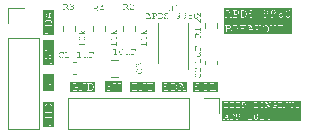
<source format=gbr>
%TF.GenerationSoftware,KiCad,Pcbnew,7.0.7*%
%TF.CreationDate,2024-04-15T22:19:54-04:00*%
%TF.ProjectId,apds9960_breakout,61706473-3939-4363-905f-627265616b6f,rev?*%
%TF.SameCoordinates,Original*%
%TF.FileFunction,Legend,Top*%
%TF.FilePolarity,Positive*%
%FSLAX46Y46*%
G04 Gerber Fmt 4.6, Leading zero omitted, Abs format (unit mm)*
G04 Created by KiCad (PCBNEW 7.0.7) date 2024-04-15 22:19:54*
%MOMM*%
%LPD*%
G01*
G04 APERTURE LIST*
%ADD10C,0.150000*%
%ADD11C,0.125000*%
%ADD12C,0.120000*%
G04 APERTURE END LIST*
D10*
G36*
X128497260Y-91927293D02*
G01*
X128506740Y-91927818D01*
X128516245Y-91928793D01*
X128525773Y-91930218D01*
X128535325Y-91932093D01*
X128544902Y-91934418D01*
X128554502Y-91937192D01*
X128564127Y-91940417D01*
X128573775Y-91944091D01*
X128583448Y-91948216D01*
X128593145Y-91952790D01*
X128602725Y-91957811D01*
X128612047Y-91963275D01*
X128621111Y-91969182D01*
X128629918Y-91975532D01*
X128638468Y-91982325D01*
X128646760Y-91989562D01*
X128654794Y-91997241D01*
X128662571Y-92005363D01*
X128670090Y-92013929D01*
X128677351Y-92022937D01*
X128682049Y-92029189D01*
X128686521Y-92035569D01*
X128692688Y-92045246D01*
X128698206Y-92055055D01*
X128703074Y-92064993D01*
X128707294Y-92075063D01*
X128710864Y-92085263D01*
X128713785Y-92095593D01*
X128716057Y-92106054D01*
X128717680Y-92116645D01*
X128718654Y-92127367D01*
X128718979Y-92138219D01*
X128718979Y-92305868D01*
X128181254Y-92305868D01*
X128181254Y-92138219D01*
X128181330Y-92132674D01*
X128181731Y-92124445D01*
X128182475Y-92116323D01*
X128183562Y-92108307D01*
X128184993Y-92100398D01*
X128186768Y-92092595D01*
X128188886Y-92084898D01*
X128191348Y-92077308D01*
X128194153Y-92069824D01*
X128197301Y-92062447D01*
X128200793Y-92055177D01*
X128202018Y-92052789D01*
X128205742Y-92045847D01*
X128210819Y-92037103D01*
X128216025Y-92028945D01*
X128221358Y-92021374D01*
X128226820Y-92014388D01*
X128232410Y-92007989D01*
X128238129Y-92002176D01*
X128243975Y-91996949D01*
X128249367Y-91992494D01*
X128257528Y-91986049D01*
X128265774Y-91979889D01*
X128274106Y-91974014D01*
X128282523Y-91968424D01*
X128291027Y-91963119D01*
X128299617Y-91958099D01*
X128308292Y-91953365D01*
X128317053Y-91948915D01*
X128325900Y-91944751D01*
X128334833Y-91940871D01*
X128343135Y-91937665D01*
X128351723Y-91934887D01*
X128360598Y-91932536D01*
X128369760Y-91930613D01*
X128379209Y-91929117D01*
X128388945Y-91928048D01*
X128398969Y-91927407D01*
X128409279Y-91927193D01*
X128490953Y-91927193D01*
X128497260Y-91927293D01*
G37*
G36*
X128895791Y-93896944D02*
G01*
X128004441Y-93896944D01*
X128004441Y-93499727D01*
X128118727Y-93499727D01*
X128118873Y-93509281D01*
X128119310Y-93518747D01*
X128120039Y-93528124D01*
X128121060Y-93537413D01*
X128122372Y-93546614D01*
X128123976Y-93555725D01*
X128125871Y-93564749D01*
X128128057Y-93573683D01*
X128130536Y-93582530D01*
X128133306Y-93591287D01*
X128136367Y-93599956D01*
X128139720Y-93608537D01*
X128143365Y-93617029D01*
X128147301Y-93625432D01*
X128151528Y-93633747D01*
X128156048Y-93641974D01*
X128160818Y-93650047D01*
X128165848Y-93657904D01*
X128171137Y-93665545D01*
X128176686Y-93672968D01*
X128182495Y-93680175D01*
X128188562Y-93687165D01*
X128194890Y-93693938D01*
X128201477Y-93700494D01*
X128208323Y-93706834D01*
X128215429Y-93712957D01*
X128222795Y-93718863D01*
X128230420Y-93724552D01*
X128238304Y-93730025D01*
X128246448Y-93735281D01*
X128254852Y-93740320D01*
X128263515Y-93745142D01*
X128272300Y-93749685D01*
X128281118Y-93753935D01*
X128289971Y-93757891D01*
X128298856Y-93761555D01*
X128307776Y-93764926D01*
X128316729Y-93768003D01*
X128325716Y-93770787D01*
X128334736Y-93773279D01*
X128343789Y-93775477D01*
X128352877Y-93777382D01*
X128361998Y-93778994D01*
X128371152Y-93780313D01*
X128380340Y-93781339D01*
X128389562Y-93782071D01*
X128398817Y-93782511D01*
X128408106Y-93782658D01*
X128491149Y-93782658D01*
X128500257Y-93782573D01*
X128509165Y-93782319D01*
X128517873Y-93781895D01*
X128526381Y-93781302D01*
X128534689Y-93780540D01*
X128542797Y-93779608D01*
X128550705Y-93778506D01*
X128562192Y-93776536D01*
X128573230Y-93774185D01*
X128583817Y-93771453D01*
X128593954Y-93768340D01*
X128603642Y-93764845D01*
X128612879Y-93760969D01*
X128618828Y-93758190D01*
X128627620Y-93753766D01*
X128636254Y-93749038D01*
X128644729Y-93744003D01*
X128653047Y-93738663D01*
X128661206Y-93733017D01*
X128669208Y-93727065D01*
X128677052Y-93720807D01*
X128684737Y-93714244D01*
X128692265Y-93707376D01*
X128699635Y-93700201D01*
X128704404Y-93695249D01*
X128711310Y-93687569D01*
X128717916Y-93679587D01*
X128724224Y-93671303D01*
X128730233Y-93662716D01*
X128735943Y-93653827D01*
X128741354Y-93644636D01*
X128746467Y-93635143D01*
X128751280Y-93625347D01*
X128755795Y-93615249D01*
X128760011Y-93604849D01*
X128762614Y-93597744D01*
X128766203Y-93586824D01*
X128769415Y-93575588D01*
X128771346Y-93567922D01*
X128773109Y-93560116D01*
X128774704Y-93552169D01*
X128776131Y-93544081D01*
X128777391Y-93535853D01*
X128778482Y-93527485D01*
X128779406Y-93518976D01*
X128780161Y-93510327D01*
X128780749Y-93501537D01*
X128781169Y-93492607D01*
X128781421Y-93483536D01*
X128781505Y-93474325D01*
X128781444Y-93467803D01*
X128781123Y-93458017D01*
X128780528Y-93448228D01*
X128779658Y-93438435D01*
X128778513Y-93428639D01*
X128777093Y-93418839D01*
X128775399Y-93409036D01*
X128773429Y-93399230D01*
X128771185Y-93389420D01*
X128768667Y-93379606D01*
X128765873Y-93369789D01*
X128763836Y-93363219D01*
X128760560Y-93353359D01*
X128757019Y-93343497D01*
X128753214Y-93333631D01*
X128749145Y-93323761D01*
X128744811Y-93313888D01*
X128740212Y-93304012D01*
X128735350Y-93294132D01*
X128730222Y-93284249D01*
X128724830Y-93274362D01*
X128719174Y-93264472D01*
X128531400Y-93264472D01*
X128531352Y-93256401D01*
X128531169Y-93248140D01*
X128530711Y-93239540D01*
X128529446Y-93231450D01*
X128526743Y-93226888D01*
X128520849Y-93221681D01*
X128514363Y-93218455D01*
X128506390Y-93217187D01*
X128502298Y-93217441D01*
X128494516Y-93219735D01*
X128488218Y-93224416D01*
X128487797Y-93224865D01*
X128483790Y-93231679D01*
X128481920Y-93239373D01*
X128481379Y-93247863D01*
X128481379Y-93470027D01*
X128481386Y-93471044D01*
X128482066Y-93479388D01*
X128484127Y-93486956D01*
X128488413Y-93493669D01*
X128490655Y-93495696D01*
X128498050Y-93499543D01*
X128506390Y-93500704D01*
X128509821Y-93500532D01*
X128517717Y-93498478D01*
X128524561Y-93493669D01*
X128524982Y-93493209D01*
X128528989Y-93486280D01*
X128530859Y-93478533D01*
X128531400Y-93470027D01*
X128531400Y-93311171D01*
X128692991Y-93311171D01*
X128695604Y-93317108D01*
X128699337Y-93325835D01*
X128702846Y-93334350D01*
X128706133Y-93342651D01*
X128709196Y-93350740D01*
X128712036Y-93358616D01*
X128714652Y-93366278D01*
X128717794Y-93376164D01*
X128720539Y-93385671D01*
X128722886Y-93394800D01*
X128724901Y-93403788D01*
X128726648Y-93412972D01*
X128728125Y-93422351D01*
X128729334Y-93431925D01*
X128730275Y-93441695D01*
X128730946Y-93451660D01*
X128731349Y-93461820D01*
X128731484Y-93472176D01*
X128731230Y-93487428D01*
X128730467Y-93502264D01*
X128729196Y-93516682D01*
X128727417Y-93530684D01*
X128725130Y-93544270D01*
X128722334Y-93557438D01*
X128719030Y-93570190D01*
X128715217Y-93582525D01*
X128710896Y-93594443D01*
X128706067Y-93605945D01*
X128700730Y-93617030D01*
X128694884Y-93627698D01*
X128688530Y-93637949D01*
X128681667Y-93647784D01*
X128674297Y-93657201D01*
X128666418Y-93666203D01*
X128658082Y-93674721D01*
X128649391Y-93682689D01*
X128640344Y-93690108D01*
X128630941Y-93696977D01*
X128621183Y-93703297D01*
X128611069Y-93709067D01*
X128600599Y-93714288D01*
X128589774Y-93718959D01*
X128578593Y-93723081D01*
X128567056Y-93726653D01*
X128555164Y-93729675D01*
X128542916Y-93732148D01*
X128530312Y-93734072D01*
X128517353Y-93735445D01*
X128504038Y-93736270D01*
X128490367Y-93736545D01*
X128409279Y-93736545D01*
X128401515Y-93736428D01*
X128390064Y-93735819D01*
X128378846Y-93734688D01*
X128367862Y-93733035D01*
X128357111Y-93730860D01*
X128346594Y-93728162D01*
X128336311Y-93724943D01*
X128326261Y-93721201D01*
X128316445Y-93716938D01*
X128306862Y-93712152D01*
X128297513Y-93706845D01*
X128292859Y-93704054D01*
X128283834Y-93698431D01*
X128275188Y-93692756D01*
X128266920Y-93687027D01*
X128259031Y-93681244D01*
X128251521Y-93675408D01*
X128244389Y-93669519D01*
X128237635Y-93663576D01*
X128231261Y-93657580D01*
X128225265Y-93651531D01*
X128219647Y-93645428D01*
X128214408Y-93639271D01*
X128207259Y-93629936D01*
X128200962Y-93620481D01*
X128195517Y-93610906D01*
X128193870Y-93607682D01*
X128189243Y-93597866D01*
X128185087Y-93587834D01*
X128181401Y-93577586D01*
X128178185Y-93567121D01*
X128175441Y-93556440D01*
X128173166Y-93545542D01*
X128171362Y-93534428D01*
X128170029Y-93523098D01*
X128169167Y-93511551D01*
X128168853Y-93503733D01*
X128168748Y-93495819D01*
X128168856Y-93487408D01*
X128169179Y-93479076D01*
X128169717Y-93470824D01*
X128170470Y-93462651D01*
X128171439Y-93454557D01*
X128172623Y-93446543D01*
X128174022Y-93438608D01*
X128175636Y-93430752D01*
X128177465Y-93422976D01*
X128179510Y-93415280D01*
X128181770Y-93407662D01*
X128184245Y-93400124D01*
X128186936Y-93392666D01*
X128189842Y-93385287D01*
X128192963Y-93377987D01*
X128196299Y-93370766D01*
X128199805Y-93363797D01*
X128205295Y-93354136D01*
X128211063Y-93345426D01*
X128217110Y-93337668D01*
X128223435Y-93330861D01*
X128230038Y-93325005D01*
X128236920Y-93320101D01*
X128244079Y-93316149D01*
X128251517Y-93313147D01*
X128259233Y-93311097D01*
X128267227Y-93309999D01*
X128273294Y-93309471D01*
X128281089Y-93307546D01*
X128287939Y-93303160D01*
X128288299Y-93302766D01*
X128292513Y-93295634D01*
X128293801Y-93287528D01*
X128293742Y-93285691D01*
X128291926Y-93277933D01*
X128287157Y-93271115D01*
X128279988Y-93266814D01*
X128272279Y-93264997D01*
X128263710Y-93264472D01*
X128161323Y-93264472D01*
X128153874Y-93264887D01*
X128145465Y-93266814D01*
X128138267Y-93271115D01*
X128136618Y-93272782D01*
X128132579Y-93279482D01*
X128131233Y-93287528D01*
X128132130Y-93293897D01*
X128135922Y-93301206D01*
X128139540Y-93305172D01*
X128146669Y-93309217D01*
X128148556Y-93309675D01*
X128156532Y-93310553D01*
X128164885Y-93310940D01*
X128173861Y-93311123D01*
X128182621Y-93311171D01*
X128174884Y-93320929D01*
X128167646Y-93330958D01*
X128160907Y-93341257D01*
X128154668Y-93351825D01*
X128148927Y-93362664D01*
X128143686Y-93373774D01*
X128138944Y-93385153D01*
X128134701Y-93396803D01*
X128130957Y-93408723D01*
X128127712Y-93420913D01*
X128124967Y-93433373D01*
X128122721Y-93446103D01*
X128120974Y-93459104D01*
X128119726Y-93472375D01*
X128118977Y-93485915D01*
X128118727Y-93499727D01*
X128004441Y-93499727D01*
X128004441Y-93124765D01*
X128131233Y-93124765D01*
X128131239Y-93125794D01*
X128131900Y-93134229D01*
X128133904Y-93141862D01*
X128138071Y-93148603D01*
X128141278Y-93151344D01*
X128148375Y-93154648D01*
X128156243Y-93155637D01*
X128159675Y-93155466D01*
X128167571Y-93153412D01*
X128174415Y-93148603D01*
X128174835Y-93148142D01*
X128178843Y-93141181D01*
X128180713Y-93133365D01*
X128181254Y-93124765D01*
X128181254Y-93062630D01*
X128718979Y-93062630D01*
X128718979Y-93101122D01*
X128718985Y-93102175D01*
X128719646Y-93110793D01*
X128721650Y-93118555D01*
X128725817Y-93125351D01*
X128729024Y-93128092D01*
X128736121Y-93131396D01*
X128743989Y-93132385D01*
X128747895Y-93132138D01*
X128755511Y-93129906D01*
X128761965Y-93125351D01*
X128762817Y-93124409D01*
X128766774Y-93117155D01*
X128768560Y-93109011D01*
X128769000Y-93101122D01*
X128769000Y-92931325D01*
X128768993Y-92930272D01*
X128768313Y-92921673D01*
X128766252Y-92913968D01*
X128761965Y-92907291D01*
X128759131Y-92904834D01*
X128752140Y-92901255D01*
X128743989Y-92900062D01*
X128739897Y-92900316D01*
X128732116Y-92902610D01*
X128725817Y-92907291D01*
X128724989Y-92908209D01*
X128721142Y-92915353D01*
X128719406Y-92923448D01*
X128718979Y-92931325D01*
X128718979Y-93016517D01*
X128206264Y-93016517D01*
X128769000Y-92676335D01*
X128769000Y-92616935D01*
X128181254Y-92616935D01*
X128181254Y-92578052D01*
X128181247Y-92577023D01*
X128180586Y-92568607D01*
X128178582Y-92561031D01*
X128174415Y-92554409D01*
X128171208Y-92551592D01*
X128164111Y-92548196D01*
X128156243Y-92547180D01*
X128152151Y-92547434D01*
X128144370Y-92549728D01*
X128138071Y-92554409D01*
X128137651Y-92554858D01*
X128133644Y-92561705D01*
X128131774Y-92569467D01*
X128131233Y-92578052D01*
X128131233Y-92748436D01*
X128131774Y-92757194D01*
X128133644Y-92765040D01*
X128138071Y-92772274D01*
X128140794Y-92774598D01*
X128148375Y-92778151D01*
X128156243Y-92779113D01*
X128159675Y-92778941D01*
X128167571Y-92776887D01*
X128174415Y-92772078D01*
X128174835Y-92771618D01*
X128178843Y-92764689D01*
X128180713Y-92756942D01*
X128181254Y-92748436D01*
X128181254Y-92663244D01*
X128693968Y-92663244D01*
X128131233Y-93003816D01*
X128131233Y-93124765D01*
X128004441Y-93124765D01*
X128004441Y-92391060D01*
X128131233Y-92391060D01*
X128131239Y-92392088D01*
X128131900Y-92400524D01*
X128133904Y-92408157D01*
X128138071Y-92414898D01*
X128141278Y-92417638D01*
X128148375Y-92420943D01*
X128156243Y-92421932D01*
X128159675Y-92421760D01*
X128167571Y-92419706D01*
X128174415Y-92414898D01*
X128174835Y-92414437D01*
X128178843Y-92407476D01*
X128180713Y-92399660D01*
X128181254Y-92391060D01*
X128181254Y-92351981D01*
X128718979Y-92351981D01*
X128718979Y-92391060D01*
X128718985Y-92392088D01*
X128719646Y-92400524D01*
X128721650Y-92408157D01*
X128725817Y-92414898D01*
X128729024Y-92417638D01*
X128736121Y-92420943D01*
X128743989Y-92421932D01*
X128747895Y-92421685D01*
X128755511Y-92419452D01*
X128761965Y-92414898D01*
X128762398Y-92414437D01*
X128766520Y-92407476D01*
X128768443Y-92399660D01*
X128769000Y-92391060D01*
X128769000Y-92142713D01*
X128768859Y-92133841D01*
X128768438Y-92125103D01*
X128767736Y-92116500D01*
X128766752Y-92108031D01*
X128765489Y-92099696D01*
X128763944Y-92091496D01*
X128762118Y-92083430D01*
X128760011Y-92075498D01*
X128757624Y-92067700D01*
X128754956Y-92060037D01*
X128752006Y-92052508D01*
X128748776Y-92045114D01*
X128745265Y-92037854D01*
X128741473Y-92030728D01*
X128737401Y-92023737D01*
X128733047Y-92016879D01*
X128726851Y-92007908D01*
X128720523Y-91999263D01*
X128714065Y-91990945D01*
X128707475Y-91982954D01*
X128700753Y-91975289D01*
X128693901Y-91967952D01*
X128686917Y-91960940D01*
X128679802Y-91954256D01*
X128672556Y-91947898D01*
X128665178Y-91941866D01*
X128657669Y-91936162D01*
X128650029Y-91930784D01*
X128642257Y-91925733D01*
X128634355Y-91921008D01*
X128626320Y-91916610D01*
X128618155Y-91912539D01*
X128609883Y-91908730D01*
X128601577Y-91905166D01*
X128593238Y-91901848D01*
X128584865Y-91898776D01*
X128576458Y-91895949D01*
X128568018Y-91893369D01*
X128559544Y-91891034D01*
X128551037Y-91888945D01*
X128542496Y-91887102D01*
X128533922Y-91885504D01*
X128525314Y-91884153D01*
X128516672Y-91883047D01*
X128507997Y-91882186D01*
X128499288Y-91881572D01*
X128490546Y-91881203D01*
X128481770Y-91881080D01*
X128418462Y-91881080D01*
X128411365Y-91881143D01*
X128400943Y-91881472D01*
X128390789Y-91882082D01*
X128380903Y-91882974D01*
X128371285Y-91884147D01*
X128361935Y-91885602D01*
X128352852Y-91887339D01*
X128344038Y-91889358D01*
X128335491Y-91891658D01*
X128327213Y-91894239D01*
X128319202Y-91897103D01*
X128312020Y-91899993D01*
X128301332Y-91904635D01*
X128290748Y-91909645D01*
X128283748Y-91913188D01*
X128276795Y-91916896D01*
X128269888Y-91920766D01*
X128263026Y-91924800D01*
X128256210Y-91928997D01*
X128249440Y-91933358D01*
X128242716Y-91937881D01*
X128236037Y-91942569D01*
X128229404Y-91947419D01*
X128222818Y-91952433D01*
X128216276Y-91957610D01*
X128209781Y-91962951D01*
X128207870Y-91964549D01*
X128200362Y-91971390D01*
X128194870Y-91976995D01*
X128189499Y-91983004D01*
X128184248Y-91989419D01*
X128179117Y-91996239D01*
X128174106Y-92003464D01*
X128169216Y-92011095D01*
X128164446Y-92019131D01*
X128159796Y-92027572D01*
X128155266Y-92036419D01*
X128152356Y-92042467D01*
X128148342Y-92051688D01*
X128144751Y-92061087D01*
X128141583Y-92070666D01*
X128138837Y-92080422D01*
X128136513Y-92090358D01*
X128134612Y-92100472D01*
X128133134Y-92110764D01*
X128132078Y-92121235D01*
X128131444Y-92131885D01*
X128131233Y-92142713D01*
X128131233Y-92305868D01*
X128131233Y-92391060D01*
X128004441Y-92391060D01*
X128004441Y-91766794D01*
X128895791Y-91766794D01*
X128895791Y-93896944D01*
G37*
D11*
G36*
X146029670Y-92755295D02*
G01*
X146036874Y-92755488D01*
X146043903Y-92756065D01*
X146050759Y-92757026D01*
X146057441Y-92758373D01*
X146063948Y-92760104D01*
X146070282Y-92762220D01*
X146076441Y-92764720D01*
X146082427Y-92767605D01*
X146084454Y-92768725D01*
X146090248Y-92772340D01*
X146095610Y-92776337D01*
X146100539Y-92780714D01*
X146105035Y-92785473D01*
X146109098Y-92790613D01*
X146111263Y-92793757D01*
X146114458Y-92798725D01*
X146117588Y-92803994D01*
X146120654Y-92809565D01*
X146123656Y-92815437D01*
X146126593Y-92821610D01*
X146129465Y-92828085D01*
X146132274Y-92834861D01*
X146135018Y-92841939D01*
X146137697Y-92849318D01*
X146140312Y-92856998D01*
X146142774Y-92864887D01*
X146144994Y-92872892D01*
X146146971Y-92881013D01*
X146148706Y-92889250D01*
X146150200Y-92897602D01*
X146151451Y-92906071D01*
X146152460Y-92914655D01*
X146153226Y-92923356D01*
X146153603Y-92929221D01*
X146153872Y-92935137D01*
X146154034Y-92941104D01*
X146154087Y-92947124D01*
X146154087Y-93022448D01*
X146153959Y-93032148D01*
X146153572Y-93041682D01*
X146152928Y-93051052D01*
X146152027Y-93060257D01*
X146150867Y-93069297D01*
X146149451Y-93078172D01*
X146147776Y-93086883D01*
X146145844Y-93095428D01*
X146143655Y-93103809D01*
X146141207Y-93112024D01*
X146138503Y-93120075D01*
X146135540Y-93127961D01*
X146132320Y-93135682D01*
X146128843Y-93143239D01*
X146125107Y-93150630D01*
X146121115Y-93157856D01*
X146116896Y-93164760D01*
X146112484Y-93171217D01*
X146107879Y-93177230D01*
X146103080Y-93182797D01*
X146098088Y-93187918D01*
X146092902Y-93192595D01*
X146087523Y-93196826D01*
X146081950Y-93200611D01*
X146076184Y-93203951D01*
X146070224Y-93206846D01*
X146064071Y-93209296D01*
X146057724Y-93211300D01*
X146051184Y-93212859D01*
X146044451Y-93213972D01*
X146037523Y-93214640D01*
X146030403Y-93214863D01*
X146023096Y-93214645D01*
X146015977Y-93213993D01*
X146009046Y-93212905D01*
X146002303Y-93211382D01*
X145995747Y-93209425D01*
X145989379Y-93207032D01*
X145983199Y-93204204D01*
X145977207Y-93200941D01*
X145975180Y-93199736D01*
X145969403Y-93195949D01*
X145964079Y-93191905D01*
X145959209Y-93187603D01*
X145954792Y-93183043D01*
X145950829Y-93178226D01*
X145949724Y-93176743D01*
X145945384Y-93170448D01*
X145942210Y-93165349D01*
X145939105Y-93159924D01*
X145936070Y-93154176D01*
X145933105Y-93148102D01*
X145930209Y-93141704D01*
X145927383Y-93134982D01*
X145924626Y-93127935D01*
X145921939Y-93120563D01*
X145919321Y-93112867D01*
X145916859Y-93104924D01*
X145914640Y-93096868D01*
X145912662Y-93088699D01*
X145910927Y-93080416D01*
X145909434Y-93072020D01*
X145908183Y-93063511D01*
X145907174Y-93054888D01*
X145906407Y-93046152D01*
X145906030Y-93040265D01*
X145905761Y-93034328D01*
X145905600Y-93028340D01*
X145905546Y-93022302D01*
X145905546Y-92946831D01*
X145905675Y-92937127D01*
X145906061Y-92927580D01*
X145906705Y-92918191D01*
X145907607Y-92908958D01*
X145908766Y-92899882D01*
X145910183Y-92890962D01*
X145911857Y-92882200D01*
X145913789Y-92873594D01*
X145915979Y-92865146D01*
X145918426Y-92856854D01*
X145921131Y-92848719D01*
X145924093Y-92840741D01*
X145927313Y-92832919D01*
X145930791Y-92825255D01*
X145934526Y-92817747D01*
X145938519Y-92810397D01*
X145942739Y-92803346D01*
X145947156Y-92796777D01*
X145951770Y-92790688D01*
X145956580Y-92785081D01*
X145961588Y-92779954D01*
X145966793Y-92775308D01*
X145972194Y-92771143D01*
X145977793Y-92767459D01*
X145983588Y-92764255D01*
X145989581Y-92761533D01*
X145995770Y-92759291D01*
X146002156Y-92757530D01*
X146008739Y-92756250D01*
X146015519Y-92755451D01*
X146022496Y-92755133D01*
X146029670Y-92755295D01*
G37*
G36*
X143610054Y-93046042D02*
G01*
X143408847Y-93046042D01*
X143501610Y-92802190D01*
X143514360Y-92802190D01*
X143610054Y-93046042D01*
G37*
G36*
X144064749Y-92802220D02*
G01*
X144071308Y-92802464D01*
X144077722Y-92802952D01*
X144083990Y-92803684D01*
X144090113Y-92804659D01*
X144096090Y-92805878D01*
X144101922Y-92807342D01*
X144107609Y-92809049D01*
X144113150Y-92810999D01*
X144121189Y-92814383D01*
X144128901Y-92818315D01*
X144136286Y-92822796D01*
X144143344Y-92827826D01*
X144150075Y-92833404D01*
X144154316Y-92837337D01*
X144160165Y-92843352D01*
X144165398Y-92849506D01*
X144170016Y-92855799D01*
X144174017Y-92862231D01*
X144177403Y-92868803D01*
X144180174Y-92875513D01*
X144182329Y-92882363D01*
X144183868Y-92889352D01*
X144184791Y-92896479D01*
X144185099Y-92903746D01*
X144184857Y-92909853D01*
X144184128Y-92915937D01*
X144182915Y-92921998D01*
X144181216Y-92928036D01*
X144179031Y-92934051D01*
X144176362Y-92940044D01*
X144173206Y-92946013D01*
X144169565Y-92951960D01*
X144167570Y-92954899D01*
X144163151Y-92960605D01*
X144158159Y-92966082D01*
X144152595Y-92971330D01*
X144148047Y-92975116D01*
X144143176Y-92978773D01*
X144137983Y-92982301D01*
X144132468Y-92985701D01*
X144126631Y-92988971D01*
X144120473Y-92992113D01*
X144116259Y-92994101D01*
X144109871Y-92996842D01*
X144103400Y-92999294D01*
X144096847Y-93001458D01*
X144090211Y-93003333D01*
X144083493Y-93004920D01*
X144076692Y-93006218D01*
X144069809Y-93007228D01*
X144062844Y-93007949D01*
X144055796Y-93008382D01*
X144048665Y-93008526D01*
X143938170Y-93008526D01*
X143938170Y-92802190D01*
X144061415Y-92802190D01*
X144064749Y-92802220D01*
G37*
G36*
X144538307Y-92802306D02*
G01*
X144544374Y-92802655D01*
X144550323Y-92803236D01*
X144556153Y-92804049D01*
X144564674Y-92805705D01*
X144572928Y-92807884D01*
X144580914Y-92810586D01*
X144588631Y-92813811D01*
X144596081Y-92817558D01*
X144603263Y-92821829D01*
X144610177Y-92826622D01*
X144616823Y-92831939D01*
X144621046Y-92835652D01*
X144626871Y-92841268D01*
X144632082Y-92846941D01*
X144636680Y-92852671D01*
X144640665Y-92858458D01*
X144644037Y-92864301D01*
X144646796Y-92870201D01*
X144648942Y-92876158D01*
X144650475Y-92882171D01*
X144651394Y-92888241D01*
X144651701Y-92894367D01*
X144651685Y-92895740D01*
X144651113Y-92902580D01*
X144649727Y-92909376D01*
X144647524Y-92916129D01*
X144645175Y-92921501D01*
X144642304Y-92926845D01*
X144638910Y-92932162D01*
X144634995Y-92937452D01*
X144632827Y-92940068D01*
X144628019Y-92945175D01*
X144622578Y-92950111D01*
X144616506Y-92954879D01*
X144611537Y-92958343D01*
X144606212Y-92961712D01*
X144600532Y-92964986D01*
X144594496Y-92968164D01*
X144588105Y-92971247D01*
X144581359Y-92974235D01*
X144576727Y-92976116D01*
X144569653Y-92978710D01*
X144562427Y-92981031D01*
X144555049Y-92983079D01*
X144547519Y-92984854D01*
X144539837Y-92986355D01*
X144532003Y-92987584D01*
X144524017Y-92988540D01*
X144515879Y-92989222D01*
X144507589Y-92989632D01*
X144499147Y-92989769D01*
X144404771Y-92989769D01*
X144404771Y-92802190D01*
X144532120Y-92802190D01*
X144538307Y-92802306D01*
G37*
G36*
X147102531Y-93064800D02*
G01*
X146909237Y-93064800D01*
X147084506Y-92764674D01*
X147102531Y-92764674D01*
X147102531Y-93064800D01*
G37*
G36*
X146544152Y-91785064D02*
G01*
X146553557Y-91785823D01*
X146562736Y-91787088D01*
X146571688Y-91788859D01*
X146580413Y-91791137D01*
X146588911Y-91793920D01*
X146597183Y-91797209D01*
X146605228Y-91801004D01*
X146613047Y-91805306D01*
X146620639Y-91810113D01*
X146628004Y-91815427D01*
X146635142Y-91821246D01*
X146642054Y-91827572D01*
X146648739Y-91834403D01*
X146655197Y-91841741D01*
X146661429Y-91849584D01*
X146667374Y-91857746D01*
X146672935Y-91866039D01*
X146678113Y-91874462D01*
X146682907Y-91883015D01*
X146687317Y-91891699D01*
X146691345Y-91900514D01*
X146694988Y-91909459D01*
X146698248Y-91918534D01*
X146701125Y-91927740D01*
X146703618Y-91937077D01*
X146705727Y-91946544D01*
X146707453Y-91956141D01*
X146708796Y-91965869D01*
X146709754Y-91975728D01*
X146710330Y-91985717D01*
X146710521Y-91995837D01*
X146710330Y-92006009D01*
X146709754Y-92016046D01*
X146708796Y-92025949D01*
X146707453Y-92035716D01*
X146705727Y-92045348D01*
X146703618Y-92054844D01*
X146701125Y-92064206D01*
X146698248Y-92073433D01*
X146694988Y-92082524D01*
X146691345Y-92091481D01*
X146687317Y-92100302D01*
X146682907Y-92108989D01*
X146678113Y-92117540D01*
X146672935Y-92125956D01*
X146667374Y-92134237D01*
X146661429Y-92142383D01*
X146655197Y-92150191D01*
X146648739Y-92157495D01*
X146642054Y-92164296D01*
X146635142Y-92170593D01*
X146628004Y-92176386D01*
X146620639Y-92181675D01*
X146613047Y-92186461D01*
X146605228Y-92190743D01*
X146597183Y-92194521D01*
X146588911Y-92197795D01*
X146580413Y-92200566D01*
X146571688Y-92202833D01*
X146562736Y-92204596D01*
X146553557Y-92205855D01*
X146544152Y-92206611D01*
X146534520Y-92206863D01*
X146526074Y-92206633D01*
X146517736Y-92205942D01*
X146509505Y-92204792D01*
X146501382Y-92203181D01*
X146493367Y-92201110D01*
X146485459Y-92198578D01*
X146477659Y-92195587D01*
X146469967Y-92192135D01*
X146462382Y-92188223D01*
X146454905Y-92183850D01*
X146447535Y-92179018D01*
X146440273Y-92173725D01*
X146433118Y-92167972D01*
X146426072Y-92161759D01*
X146419133Y-92155085D01*
X146412301Y-92147951D01*
X146405753Y-92140436D01*
X146399627Y-92132656D01*
X146393924Y-92124609D01*
X146388643Y-92116297D01*
X146383785Y-92107720D01*
X146379349Y-92098877D01*
X146375335Y-92089768D01*
X146371744Y-92080394D01*
X146368576Y-92070754D01*
X146365830Y-92060848D01*
X146363506Y-92050677D01*
X146361605Y-92040240D01*
X146360127Y-92029538D01*
X146359071Y-92018570D01*
X146358437Y-92007336D01*
X146358226Y-91995837D01*
X146358428Y-91985002D01*
X146359034Y-91974368D01*
X146360044Y-91963936D01*
X146361459Y-91953705D01*
X146363277Y-91943676D01*
X146365500Y-91933848D01*
X146368127Y-91924222D01*
X146371158Y-91914797D01*
X146374593Y-91905574D01*
X146378433Y-91896552D01*
X146382676Y-91887732D01*
X146387324Y-91879113D01*
X146392376Y-91870696D01*
X146397832Y-91862480D01*
X146403692Y-91854466D01*
X146409956Y-91846653D01*
X146416505Y-91839165D01*
X146423219Y-91832159D01*
X146430097Y-91825637D01*
X146437140Y-91819597D01*
X146444349Y-91814041D01*
X146451722Y-91808968D01*
X146459260Y-91804378D01*
X146466963Y-91800272D01*
X146474830Y-91796648D01*
X146482863Y-91793508D01*
X146491060Y-91790850D01*
X146499422Y-91788676D01*
X146507950Y-91786985D01*
X146516642Y-91785777D01*
X146525498Y-91785053D01*
X146534520Y-91784811D01*
X146544152Y-91785064D01*
G37*
G36*
X145042424Y-91794306D02*
G01*
X145048492Y-91794655D01*
X145054440Y-91795236D01*
X145060270Y-91796049D01*
X145068792Y-91797705D01*
X145077045Y-91799884D01*
X145085031Y-91802586D01*
X145092748Y-91805811D01*
X145100198Y-91809558D01*
X145107380Y-91813829D01*
X145114294Y-91818622D01*
X145120940Y-91823939D01*
X145125164Y-91827652D01*
X145130988Y-91833268D01*
X145136199Y-91838941D01*
X145140797Y-91844671D01*
X145144782Y-91850458D01*
X145148154Y-91856301D01*
X145150913Y-91862201D01*
X145153059Y-91868158D01*
X145154592Y-91874171D01*
X145155512Y-91880241D01*
X145155818Y-91886367D01*
X145155802Y-91887740D01*
X145155231Y-91894580D01*
X145153844Y-91901376D01*
X145151642Y-91908129D01*
X145149292Y-91913501D01*
X145146421Y-91918845D01*
X145143027Y-91924162D01*
X145139112Y-91929452D01*
X145136945Y-91932068D01*
X145132136Y-91937175D01*
X145126696Y-91942111D01*
X145120623Y-91946879D01*
X145115654Y-91950343D01*
X145110329Y-91953712D01*
X145104649Y-91956986D01*
X145098614Y-91960164D01*
X145092223Y-91963247D01*
X145085476Y-91966235D01*
X145080844Y-91968116D01*
X145073770Y-91970710D01*
X145066544Y-91973031D01*
X145059166Y-91975079D01*
X145051636Y-91976854D01*
X145043954Y-91978355D01*
X145036120Y-91979584D01*
X145028134Y-91980540D01*
X145019996Y-91981222D01*
X145011706Y-91981632D01*
X145003264Y-91981769D01*
X144908889Y-91981769D01*
X144908889Y-91794190D01*
X145036237Y-91794190D01*
X145042424Y-91794306D01*
G37*
G36*
X149821379Y-93338092D02*
G01*
X143177320Y-93338092D01*
X143177320Y-93224242D01*
X143263034Y-93224242D01*
X143263219Y-93227171D01*
X143264894Y-93232883D01*
X143268309Y-93237724D01*
X143268655Y-93238048D01*
X143273852Y-93241140D01*
X143279662Y-93242582D01*
X143286041Y-93243000D01*
X143415441Y-93243000D01*
X143416213Y-93242994D01*
X143422525Y-93242484D01*
X143428207Y-93240939D01*
X143433173Y-93237724D01*
X143435016Y-93235598D01*
X143437701Y-93230355D01*
X143438595Y-93224242D01*
X143438405Y-93221173D01*
X143436684Y-93215337D01*
X143433173Y-93210613D01*
X143432837Y-93210297D01*
X143427702Y-93207292D01*
X143421880Y-93205890D01*
X143415441Y-93205484D01*
X143349203Y-93205484D01*
X143395658Y-93083558D01*
X143623243Y-93083558D01*
X143670577Y-93205484D01*
X143604632Y-93205484D01*
X143603842Y-93205489D01*
X143597379Y-93205985D01*
X143591557Y-93207487D01*
X143586460Y-93210613D01*
X143584404Y-93213018D01*
X143581926Y-93218341D01*
X143581184Y-93224242D01*
X143581370Y-93227171D01*
X143583044Y-93232883D01*
X143586460Y-93237724D01*
X143587166Y-93238363D01*
X143592607Y-93241330D01*
X143598715Y-93242670D01*
X143604632Y-93243000D01*
X143733739Y-93243000D01*
X143740106Y-93242582D01*
X143746378Y-93240939D01*
X143751324Y-93237724D01*
X143753167Y-93235598D01*
X143755851Y-93230355D01*
X143756746Y-93224242D01*
X143833829Y-93224242D01*
X143834015Y-93227171D01*
X143835689Y-93232883D01*
X143839105Y-93237724D01*
X143839451Y-93238048D01*
X143844671Y-93241140D01*
X143850533Y-93242582D01*
X143856983Y-93243000D01*
X144056872Y-93243000D01*
X144057643Y-93242994D01*
X144063956Y-93242484D01*
X144069637Y-93240939D01*
X144074604Y-93237724D01*
X144076447Y-93235598D01*
X144079131Y-93230355D01*
X144080026Y-93224242D01*
X144300577Y-93224242D01*
X144300763Y-93227171D01*
X144302437Y-93232883D01*
X144305853Y-93237724D01*
X144306199Y-93238048D01*
X144311395Y-93241140D01*
X144317206Y-93242582D01*
X144323585Y-93243000D01*
X144468665Y-93243000D01*
X144469455Y-93242994D01*
X144475904Y-93242484D01*
X144481683Y-93240939D01*
X144486690Y-93237724D01*
X144488533Y-93235598D01*
X144491218Y-93230355D01*
X144492113Y-93224242D01*
X144491922Y-93221173D01*
X144490201Y-93215337D01*
X144486690Y-93210613D01*
X144486002Y-93209992D01*
X144480644Y-93207107D01*
X144474573Y-93205804D01*
X144468665Y-93205484D01*
X144404771Y-93205484D01*
X144404771Y-93027284D01*
X144514827Y-93027284D01*
X144520501Y-93030047D01*
X144526093Y-93032949D01*
X144531602Y-93035991D01*
X144537029Y-93039173D01*
X144542373Y-93042494D01*
X144547635Y-93045955D01*
X144552815Y-93049556D01*
X144557912Y-93053296D01*
X144562926Y-93057176D01*
X144567858Y-93061196D01*
X144572708Y-93065355D01*
X144577475Y-93069654D01*
X144582160Y-93074093D01*
X144586763Y-93078671D01*
X144591283Y-93083389D01*
X144595720Y-93088247D01*
X144597956Y-93090776D01*
X144602597Y-93096281D01*
X144607465Y-93102381D01*
X144612560Y-93109076D01*
X144617882Y-93116367D01*
X144623430Y-93124253D01*
X144629205Y-93132734D01*
X144635206Y-93141811D01*
X144641434Y-93151483D01*
X144644633Y-93156542D01*
X144647889Y-93161750D01*
X144651202Y-93167107D01*
X144654571Y-93172613D01*
X144657997Y-93178268D01*
X144661479Y-93184071D01*
X144665018Y-93190023D01*
X144668614Y-93196124D01*
X144672266Y-93202374D01*
X144675976Y-93208773D01*
X144679741Y-93215321D01*
X144683564Y-93222017D01*
X144687443Y-93228862D01*
X144691379Y-93235857D01*
X144695371Y-93243000D01*
X144741533Y-93243000D01*
X145342957Y-93243000D01*
X145677667Y-93243000D01*
X145677667Y-93192295D01*
X145677662Y-93191487D01*
X145677181Y-93184873D01*
X145675721Y-93178911D01*
X145672685Y-93173683D01*
X145671403Y-93172344D01*
X145666338Y-93169062D01*
X145660375Y-93167968D01*
X145658442Y-93168055D01*
X145652400Y-93169730D01*
X145647479Y-93173537D01*
X145647181Y-93173883D01*
X145644348Y-93179127D01*
X145643025Y-93185041D01*
X145642643Y-93191562D01*
X145642643Y-93205484D01*
X145376809Y-93205484D01*
X145376809Y-93203139D01*
X145381643Y-93199040D01*
X145386566Y-93194837D01*
X145391578Y-93190533D01*
X145396677Y-93186126D01*
X145401866Y-93181617D01*
X145407142Y-93177005D01*
X145412507Y-93172290D01*
X145417961Y-93167474D01*
X145423503Y-93162554D01*
X145429133Y-93157532D01*
X145434852Y-93152408D01*
X145440659Y-93147182D01*
X145446555Y-93141852D01*
X145452539Y-93136421D01*
X145458612Y-93130887D01*
X145464773Y-93125250D01*
X145471023Y-93119511D01*
X145477361Y-93113669D01*
X145483787Y-93107726D01*
X145490302Y-93101679D01*
X145496905Y-93095530D01*
X145503597Y-93089279D01*
X145510377Y-93082925D01*
X145517246Y-93076469D01*
X145524203Y-93069910D01*
X145531248Y-93063249D01*
X145538382Y-93056485D01*
X145545604Y-93049619D01*
X145552915Y-93042650D01*
X145560315Y-93035579D01*
X145567802Y-93028405D01*
X145568664Y-93027577D01*
X145870961Y-93027577D01*
X145870998Y-93033375D01*
X145871194Y-93041900D01*
X145871556Y-93050219D01*
X145872087Y-93058331D01*
X145872784Y-93066238D01*
X145873649Y-93073938D01*
X145874682Y-93081433D01*
X145875882Y-93088721D01*
X145877249Y-93095803D01*
X145878784Y-93102680D01*
X145880487Y-93109350D01*
X145881287Y-93112465D01*
X145883078Y-93118812D01*
X145885121Y-93125315D01*
X145887415Y-93131974D01*
X145889961Y-93138788D01*
X145892759Y-93145758D01*
X145895809Y-93152884D01*
X145898262Y-93158331D01*
X145900856Y-93163865D01*
X145901743Y-93165699D01*
X145905245Y-93172718D01*
X145908678Y-93179229D01*
X145912043Y-93185232D01*
X145915339Y-93190726D01*
X145919363Y-93196879D01*
X145923279Y-93202238D01*
X145927088Y-93206803D01*
X145931940Y-93212039D01*
X145937044Y-93216978D01*
X145942400Y-93221620D01*
X145948008Y-93225964D01*
X145953867Y-93230010D01*
X145959978Y-93233758D01*
X145966342Y-93237209D01*
X145972957Y-93240362D01*
X145979787Y-93243178D01*
X145986723Y-93245619D01*
X145993764Y-93247684D01*
X146000911Y-93249374D01*
X146008162Y-93250689D01*
X146015519Y-93251627D01*
X146022982Y-93252191D01*
X146030549Y-93252378D01*
X146038396Y-93252182D01*
X146046072Y-93251591D01*
X146053577Y-93250606D01*
X146060912Y-93249228D01*
X146068076Y-93247455D01*
X146075070Y-93245289D01*
X146081170Y-93243000D01*
X146351191Y-93243000D01*
X146685902Y-93243000D01*
X146685902Y-93192295D01*
X146685897Y-93191487D01*
X146685415Y-93184873D01*
X146683955Y-93178911D01*
X146680919Y-93173683D01*
X146679637Y-93172344D01*
X146674572Y-93169062D01*
X146668609Y-93167968D01*
X146666677Y-93168055D01*
X146660634Y-93169730D01*
X146655713Y-93173537D01*
X146655416Y-93173883D01*
X146652582Y-93179127D01*
X146651260Y-93185041D01*
X146650877Y-93191562D01*
X146650877Y-93205484D01*
X146385043Y-93205484D01*
X146385043Y-93203139D01*
X146389878Y-93199040D01*
X146394801Y-93194837D01*
X146399812Y-93190533D01*
X146404912Y-93186126D01*
X146410100Y-93181617D01*
X146415377Y-93177005D01*
X146420742Y-93172290D01*
X146426195Y-93167474D01*
X146431737Y-93162554D01*
X146437368Y-93157532D01*
X146443087Y-93152408D01*
X146448894Y-93147182D01*
X146454790Y-93141852D01*
X146460774Y-93136421D01*
X146466846Y-93130887D01*
X146473008Y-93125250D01*
X146479257Y-93119511D01*
X146485595Y-93113669D01*
X146492021Y-93107726D01*
X146497850Y-93102316D01*
X146873041Y-93102316D01*
X147102531Y-93102316D01*
X147102531Y-93205484D01*
X147037905Y-93205484D01*
X147037115Y-93205489D01*
X147030652Y-93205985D01*
X147024830Y-93207487D01*
X147019733Y-93210613D01*
X147017677Y-93213018D01*
X147015199Y-93218341D01*
X147014457Y-93224242D01*
X147014643Y-93227171D01*
X147016317Y-93232883D01*
X147019733Y-93237724D01*
X147020439Y-93238363D01*
X147025880Y-93241330D01*
X147031988Y-93242670D01*
X147037905Y-93243000D01*
X147166425Y-93243000D01*
X147167224Y-93242994D01*
X147173741Y-93242484D01*
X147179568Y-93240939D01*
X147184597Y-93237724D01*
X147186440Y-93235598D01*
X147189124Y-93230355D01*
X147190019Y-93224242D01*
X147189828Y-93221173D01*
X147188108Y-93215337D01*
X147184597Y-93210613D01*
X147183908Y-93209992D01*
X147178522Y-93207107D01*
X147172397Y-93205804D01*
X147166425Y-93205484D01*
X147137702Y-93205484D01*
X147137702Y-93102316D01*
X147166425Y-93102316D01*
X147167224Y-93102310D01*
X147173741Y-93101800D01*
X147179568Y-93100255D01*
X147184597Y-93097040D01*
X147186440Y-93094914D01*
X147189124Y-93089671D01*
X147190019Y-93083558D01*
X147189828Y-93080489D01*
X147188108Y-93074653D01*
X147184597Y-93069929D01*
X147183908Y-93069308D01*
X147178522Y-93066423D01*
X147172397Y-93065120D01*
X147166425Y-93064800D01*
X147137702Y-93064800D01*
X147137702Y-92727159D01*
X147065455Y-92727159D01*
X146873041Y-93059524D01*
X146873041Y-93064800D01*
X146873041Y-93102316D01*
X146497850Y-93102316D01*
X146498536Y-93101679D01*
X146505140Y-93095530D01*
X146511831Y-93089279D01*
X146518611Y-93082925D01*
X146525480Y-93076469D01*
X146532437Y-93069910D01*
X146539483Y-93063249D01*
X146546617Y-93056485D01*
X146553839Y-93049619D01*
X146561150Y-93042650D01*
X146568549Y-93035579D01*
X146576037Y-93028405D01*
X146583613Y-93021129D01*
X146586625Y-93018185D01*
X146592473Y-93012438D01*
X146598087Y-93006878D01*
X146603468Y-93001506D01*
X146608616Y-92996322D01*
X146613529Y-92991326D01*
X146618210Y-92986518D01*
X146622656Y-92981897D01*
X146626870Y-92977464D01*
X146632752Y-92971166D01*
X146638108Y-92965291D01*
X146642939Y-92959839D01*
X146647244Y-92954809D01*
X146651024Y-92950201D01*
X146653326Y-92947267D01*
X146657672Y-92941487D01*
X146661674Y-92935827D01*
X146665333Y-92930286D01*
X146668649Y-92924864D01*
X146671621Y-92919561D01*
X146674853Y-92913099D01*
X146677549Y-92906824D01*
X146678963Y-92903079D01*
X146681011Y-92896685D01*
X146682672Y-92890096D01*
X146683947Y-92883315D01*
X146684836Y-92876341D01*
X146685339Y-92869173D01*
X146685462Y-92863300D01*
X146685280Y-92856293D01*
X146684734Y-92849380D01*
X146683824Y-92842559D01*
X146682550Y-92835831D01*
X146680911Y-92829196D01*
X146678909Y-92822654D01*
X146676542Y-92816204D01*
X146673812Y-92809847D01*
X146670717Y-92803583D01*
X146667258Y-92797411D01*
X146663436Y-92791332D01*
X146659249Y-92785346D01*
X146654698Y-92779453D01*
X146649783Y-92773653D01*
X146644504Y-92767945D01*
X146638861Y-92762330D01*
X146632965Y-92756935D01*
X146626929Y-92751888D01*
X146620751Y-92747190D01*
X146614433Y-92742839D01*
X146607974Y-92738836D01*
X146601375Y-92735182D01*
X146594634Y-92731876D01*
X146587753Y-92728917D01*
X146580731Y-92726307D01*
X146573568Y-92724045D01*
X146566264Y-92722130D01*
X146558819Y-92720564D01*
X146551234Y-92719346D01*
X146543507Y-92718476D01*
X146535640Y-92717954D01*
X146527632Y-92717780D01*
X146522639Y-92717855D01*
X146515177Y-92718248D01*
X146507748Y-92718980D01*
X146500353Y-92720048D01*
X146492991Y-92721454D01*
X146485663Y-92723198D01*
X146478368Y-92725279D01*
X146471107Y-92727697D01*
X146463879Y-92730453D01*
X146456684Y-92733546D01*
X146449524Y-92736977D01*
X146444825Y-92739432D01*
X146438017Y-92743323D01*
X146431498Y-92747464D01*
X146425268Y-92751855D01*
X146419326Y-92756496D01*
X146413673Y-92761386D01*
X146408308Y-92766527D01*
X146403231Y-92771917D01*
X146398443Y-92777557D01*
X146393944Y-92783447D01*
X146389733Y-92789587D01*
X146388399Y-92791662D01*
X146384650Y-92797723D01*
X146381282Y-92803539D01*
X146378295Y-92809110D01*
X146374907Y-92816158D01*
X146372196Y-92822771D01*
X146370162Y-92828949D01*
X146368574Y-92836059D01*
X146368044Y-92842490D01*
X146368049Y-92842900D01*
X146369368Y-92848959D01*
X146372734Y-92853774D01*
X146373347Y-92854342D01*
X146378492Y-92857433D01*
X146384604Y-92858464D01*
X146385014Y-92858460D01*
X146390795Y-92857474D01*
X146396181Y-92854507D01*
X146397514Y-92853226D01*
X146400485Y-92847949D01*
X146402336Y-92842197D01*
X146403715Y-92837628D01*
X146406146Y-92830950D01*
X146409013Y-92824483D01*
X146412315Y-92818228D01*
X146416052Y-92812184D01*
X146420225Y-92806351D01*
X146424833Y-92800729D01*
X146429876Y-92795319D01*
X146435355Y-92790119D01*
X146441269Y-92785131D01*
X146447618Y-92780355D01*
X146452037Y-92777320D01*
X146458818Y-92773135D01*
X146465781Y-92769391D01*
X146472927Y-92766088D01*
X146480256Y-92763224D01*
X146487768Y-92760802D01*
X146495463Y-92758819D01*
X146503341Y-92757278D01*
X146511402Y-92756176D01*
X146519646Y-92755516D01*
X146528072Y-92755295D01*
X146531218Y-92755328D01*
X146537423Y-92755586D01*
X146543514Y-92756104D01*
X146549490Y-92756880D01*
X146555352Y-92757915D01*
X146561099Y-92759209D01*
X146569506Y-92761635D01*
X146577654Y-92764643D01*
X146585545Y-92768233D01*
X146593179Y-92772405D01*
X146600555Y-92777159D01*
X146605329Y-92780652D01*
X146609989Y-92784404D01*
X146614534Y-92788415D01*
X146618882Y-92792576D01*
X146624877Y-92798966D01*
X146630242Y-92805533D01*
X146634975Y-92812278D01*
X146639078Y-92819201D01*
X146642549Y-92826302D01*
X146645389Y-92833581D01*
X146647598Y-92841037D01*
X146649176Y-92848671D01*
X146650122Y-92856482D01*
X146650438Y-92864472D01*
X146650413Y-92866522D01*
X146650035Y-92872660D01*
X146649204Y-92878777D01*
X146647919Y-92884874D01*
X146646181Y-92890950D01*
X146643990Y-92897005D01*
X146641749Y-92902168D01*
X146638964Y-92907581D01*
X146635635Y-92913245D01*
X146631762Y-92919159D01*
X146628273Y-92924070D01*
X146624435Y-92929142D01*
X146620249Y-92934374D01*
X146615471Y-92940064D01*
X146611288Y-92944828D01*
X146606594Y-92950016D01*
X146601386Y-92955630D01*
X146595666Y-92961668D01*
X146591568Y-92965930D01*
X146587242Y-92970381D01*
X146582688Y-92975021D01*
X146577907Y-92979849D01*
X146572897Y-92984867D01*
X146567660Y-92990073D01*
X146562195Y-92995468D01*
X146556502Y-93001053D01*
X146550259Y-93007021D01*
X146544005Y-93012983D01*
X146537740Y-93018939D01*
X146531463Y-93024889D01*
X146525176Y-93030833D01*
X146518877Y-93036770D01*
X146512567Y-93042700D01*
X146506246Y-93048625D01*
X146499914Y-93054543D01*
X146493570Y-93060455D01*
X146487216Y-93066361D01*
X146480850Y-93072260D01*
X146474473Y-93078153D01*
X146468085Y-93084040D01*
X146461686Y-93089920D01*
X146455275Y-93095794D01*
X146448854Y-93101662D01*
X146442421Y-93107524D01*
X146435977Y-93113379D01*
X146429522Y-93119228D01*
X146423056Y-93125071D01*
X146416579Y-93130907D01*
X146410090Y-93136737D01*
X146403591Y-93142561D01*
X146397080Y-93148378D01*
X146390558Y-93154189D01*
X146384025Y-93159994D01*
X146377480Y-93165793D01*
X146370925Y-93171585D01*
X146364358Y-93177371D01*
X146357780Y-93183151D01*
X146351191Y-93188924D01*
X146351191Y-93243000D01*
X146081170Y-93243000D01*
X146081892Y-93242729D01*
X146088545Y-93239775D01*
X146095027Y-93236428D01*
X146101338Y-93232686D01*
X146107478Y-93228551D01*
X146113448Y-93224022D01*
X146119248Y-93219099D01*
X146124877Y-93213782D01*
X146130335Y-93208071D01*
X146135623Y-93201967D01*
X146138895Y-93197910D01*
X146145129Y-93189527D01*
X146150948Y-93180785D01*
X146156350Y-93171683D01*
X146161338Y-93162222D01*
X146165909Y-93152401D01*
X146170065Y-93142220D01*
X146173805Y-93131681D01*
X146177130Y-93120781D01*
X146180039Y-93109522D01*
X146181338Y-93103758D01*
X146182533Y-93097904D01*
X146183624Y-93091960D01*
X146184611Y-93085926D01*
X146185494Y-93079803D01*
X146186273Y-93073589D01*
X146186949Y-93067285D01*
X146187520Y-93060892D01*
X146187988Y-93054409D01*
X146188351Y-93047836D01*
X146188611Y-93041173D01*
X146188767Y-93034420D01*
X146188819Y-93027577D01*
X146188819Y-92943020D01*
X146188783Y-92937170D01*
X146188597Y-92928575D01*
X146188251Y-92920196D01*
X146187745Y-92912033D01*
X146187080Y-92904087D01*
X146186254Y-92896358D01*
X146185270Y-92888844D01*
X146184125Y-92881547D01*
X146182821Y-92874467D01*
X146181357Y-92867603D01*
X146179733Y-92860955D01*
X146178879Y-92857876D01*
X146176997Y-92851597D01*
X146174881Y-92845158D01*
X146172532Y-92838559D01*
X146169949Y-92831800D01*
X146167133Y-92824880D01*
X146164083Y-92817800D01*
X146161642Y-92812385D01*
X146159070Y-92806879D01*
X146157335Y-92803223D01*
X146153901Y-92796285D01*
X146150512Y-92789846D01*
X146147169Y-92783907D01*
X146143872Y-92778466D01*
X146140620Y-92773525D01*
X146136620Y-92768050D01*
X146132692Y-92763355D01*
X146127842Y-92758119D01*
X146122745Y-92753180D01*
X146117401Y-92748538D01*
X146111809Y-92744195D01*
X146105970Y-92740149D01*
X146099884Y-92736400D01*
X146093550Y-92732949D01*
X146086969Y-92729796D01*
X146080201Y-92726980D01*
X146073304Y-92724539D01*
X146066279Y-92722474D01*
X146059126Y-92720784D01*
X146051844Y-92719470D01*
X146044435Y-92718531D01*
X146036897Y-92717967D01*
X146029230Y-92717780D01*
X146021384Y-92717977D01*
X146013708Y-92718567D01*
X146006203Y-92719552D01*
X145998868Y-92720930D01*
X145991704Y-92722703D01*
X145984710Y-92724869D01*
X145977887Y-92727429D01*
X145971235Y-92730383D01*
X145964753Y-92733730D01*
X145958442Y-92737472D01*
X145952301Y-92741607D01*
X145946331Y-92746136D01*
X145940532Y-92751059D01*
X145934903Y-92756376D01*
X145929445Y-92762087D01*
X145924157Y-92768191D01*
X145920884Y-92772248D01*
X145914650Y-92780635D01*
X145908832Y-92789384D01*
X145903429Y-92798496D01*
X145898442Y-92807971D01*
X145893871Y-92817809D01*
X145889715Y-92828010D01*
X145885974Y-92838574D01*
X145882650Y-92849501D01*
X145879741Y-92860791D01*
X145878442Y-92866572D01*
X145877247Y-92872443D01*
X145876156Y-92878406D01*
X145875169Y-92884459D01*
X145874286Y-92890603D01*
X145873507Y-92896837D01*
X145872831Y-92903163D01*
X145872260Y-92909579D01*
X145871792Y-92916086D01*
X145871429Y-92922683D01*
X145871169Y-92929372D01*
X145871013Y-92936151D01*
X145870961Y-92943020D01*
X145870961Y-93022302D01*
X145870961Y-93027577D01*
X145568664Y-93027577D01*
X145575378Y-93021129D01*
X145578390Y-93018185D01*
X145584238Y-93012438D01*
X145589853Y-93006878D01*
X145595234Y-93001506D01*
X145600381Y-92996322D01*
X145605295Y-92991326D01*
X145609975Y-92986518D01*
X145614422Y-92981897D01*
X145618635Y-92977464D01*
X145624517Y-92971166D01*
X145629873Y-92965291D01*
X145634704Y-92959839D01*
X145639010Y-92954809D01*
X145642789Y-92950201D01*
X145645091Y-92947267D01*
X145649437Y-92941487D01*
X145653440Y-92935827D01*
X145657099Y-92930286D01*
X145660414Y-92924864D01*
X145663387Y-92919561D01*
X145666619Y-92913099D01*
X145669314Y-92906824D01*
X145670728Y-92903079D01*
X145672776Y-92896685D01*
X145674438Y-92890096D01*
X145675713Y-92883315D01*
X145676602Y-92876341D01*
X145677104Y-92869173D01*
X145677228Y-92863300D01*
X145677046Y-92856293D01*
X145676500Y-92849380D01*
X145675589Y-92842559D01*
X145674315Y-92835831D01*
X145672677Y-92829196D01*
X145670674Y-92822654D01*
X145668308Y-92816204D01*
X145665577Y-92809847D01*
X145662483Y-92803583D01*
X145659024Y-92797411D01*
X145655201Y-92791332D01*
X145651014Y-92785346D01*
X145646463Y-92779453D01*
X145641548Y-92773653D01*
X145636269Y-92767945D01*
X145630626Y-92762330D01*
X145624731Y-92756935D01*
X145618694Y-92751888D01*
X145612517Y-92747190D01*
X145606199Y-92742839D01*
X145599740Y-92738836D01*
X145593140Y-92735182D01*
X145586400Y-92731876D01*
X145579518Y-92728917D01*
X145572496Y-92726307D01*
X145565333Y-92724045D01*
X145558029Y-92722130D01*
X145550585Y-92720564D01*
X145542999Y-92719346D01*
X145535273Y-92718476D01*
X145527406Y-92717954D01*
X145519398Y-92717780D01*
X145514405Y-92717855D01*
X145506942Y-92718248D01*
X145499514Y-92718980D01*
X145492118Y-92720048D01*
X145484757Y-92721454D01*
X145477428Y-92723198D01*
X145470133Y-92725279D01*
X145462872Y-92727697D01*
X145455644Y-92730453D01*
X145448450Y-92733546D01*
X145441289Y-92736977D01*
X145436590Y-92739432D01*
X145429783Y-92743323D01*
X145423264Y-92747464D01*
X145417033Y-92751855D01*
X145411092Y-92756496D01*
X145405438Y-92761386D01*
X145400073Y-92766527D01*
X145394997Y-92771917D01*
X145390209Y-92777557D01*
X145385709Y-92783447D01*
X145381498Y-92789587D01*
X145380164Y-92791662D01*
X145376415Y-92797723D01*
X145373047Y-92803539D01*
X145370061Y-92809110D01*
X145366672Y-92816158D01*
X145363961Y-92822771D01*
X145361928Y-92828949D01*
X145360339Y-92836059D01*
X145359810Y-92842490D01*
X145359814Y-92842900D01*
X145361133Y-92848959D01*
X145364499Y-92853774D01*
X145365112Y-92854342D01*
X145370258Y-92857433D01*
X145376369Y-92858464D01*
X145376780Y-92858460D01*
X145382561Y-92857474D01*
X145387946Y-92854507D01*
X145389279Y-92853226D01*
X145392250Y-92847949D01*
X145394101Y-92842197D01*
X145395480Y-92837628D01*
X145397912Y-92830950D01*
X145400778Y-92824483D01*
X145404080Y-92818228D01*
X145407818Y-92812184D01*
X145411990Y-92806351D01*
X145416598Y-92800729D01*
X145421642Y-92795319D01*
X145427121Y-92790119D01*
X145433035Y-92785131D01*
X145439384Y-92780355D01*
X145443803Y-92777320D01*
X145450583Y-92773135D01*
X145457547Y-92769391D01*
X145464693Y-92766088D01*
X145472022Y-92763224D01*
X145479534Y-92760802D01*
X145487229Y-92758819D01*
X145495107Y-92757278D01*
X145503167Y-92756176D01*
X145511411Y-92755516D01*
X145519838Y-92755295D01*
X145522983Y-92755328D01*
X145529188Y-92755586D01*
X145535279Y-92756104D01*
X145541256Y-92756880D01*
X145547117Y-92757915D01*
X145552865Y-92759209D01*
X145561271Y-92761635D01*
X145569420Y-92764643D01*
X145577311Y-92768233D01*
X145584945Y-92772405D01*
X145592320Y-92777159D01*
X145597095Y-92780652D01*
X145601754Y-92784404D01*
X145606300Y-92788415D01*
X145610647Y-92792576D01*
X145616643Y-92798966D01*
X145622007Y-92805533D01*
X145626741Y-92812278D01*
X145630843Y-92819201D01*
X145634314Y-92826302D01*
X145637154Y-92833581D01*
X145639363Y-92841037D01*
X145640941Y-92848671D01*
X145641888Y-92856482D01*
X145642203Y-92864472D01*
X145642178Y-92866522D01*
X145641800Y-92872660D01*
X145640969Y-92878777D01*
X145639685Y-92884874D01*
X145637947Y-92890950D01*
X145635755Y-92897005D01*
X145633514Y-92902168D01*
X145630729Y-92907581D01*
X145627400Y-92913245D01*
X145623528Y-92919159D01*
X145620038Y-92924070D01*
X145616201Y-92929142D01*
X145612015Y-92934374D01*
X145607236Y-92940064D01*
X145603054Y-92944828D01*
X145598359Y-92950016D01*
X145593152Y-92955630D01*
X145587432Y-92961668D01*
X145583334Y-92965930D01*
X145579008Y-92970381D01*
X145574454Y-92975021D01*
X145569672Y-92979849D01*
X145564663Y-92984867D01*
X145559426Y-92990073D01*
X145553960Y-92995468D01*
X145548267Y-93001053D01*
X145542025Y-93007021D01*
X145535770Y-93012983D01*
X145529505Y-93018939D01*
X145523229Y-93024889D01*
X145516941Y-93030833D01*
X145510642Y-93036770D01*
X145504333Y-93042700D01*
X145498011Y-93048625D01*
X145491679Y-93054543D01*
X145485336Y-93060455D01*
X145478981Y-93066361D01*
X145472616Y-93072260D01*
X145466239Y-93078153D01*
X145459851Y-93084040D01*
X145453451Y-93089920D01*
X145447041Y-93095794D01*
X145440619Y-93101662D01*
X145434187Y-93107524D01*
X145427743Y-93113379D01*
X145421288Y-93119228D01*
X145414822Y-93125071D01*
X145408344Y-93130907D01*
X145401856Y-93136737D01*
X145395356Y-93142561D01*
X145388845Y-93148378D01*
X145382323Y-93154189D01*
X145375790Y-93159994D01*
X145369246Y-93165793D01*
X145362690Y-93171585D01*
X145356124Y-93177371D01*
X145349546Y-93183151D01*
X145342957Y-93188924D01*
X145342957Y-93243000D01*
X144741533Y-93243000D01*
X144747901Y-93242582D01*
X144754173Y-93240939D01*
X144759119Y-93237724D01*
X144760962Y-93235598D01*
X144763646Y-93230355D01*
X144764541Y-93224242D01*
X144764350Y-93221173D01*
X144762629Y-93215337D01*
X144759119Y-93210613D01*
X144758782Y-93210297D01*
X144753671Y-93207292D01*
X144747901Y-93205890D01*
X144741533Y-93205484D01*
X144715155Y-93205484D01*
X144711550Y-93199367D01*
X144708007Y-93193381D01*
X144704526Y-93187527D01*
X144701107Y-93181803D01*
X144697751Y-93176210D01*
X144694456Y-93170749D01*
X144691224Y-93165419D01*
X144688053Y-93160219D01*
X144684945Y-93155151D01*
X144678915Y-93145408D01*
X144673133Y-93136190D01*
X144667600Y-93127495D01*
X144662315Y-93119326D01*
X144657279Y-93111680D01*
X144652491Y-93104559D01*
X144647951Y-93097962D01*
X144643660Y-93091889D01*
X144639618Y-93086341D01*
X144635824Y-93081318D01*
X144630598Y-93074765D01*
X144627259Y-93070797D01*
X144622094Y-93064943D01*
X144616741Y-93059204D01*
X144611199Y-93053581D01*
X144605470Y-93048074D01*
X144599552Y-93042683D01*
X144593447Y-93037407D01*
X144587153Y-93032248D01*
X144580671Y-93027205D01*
X144574002Y-93022277D01*
X144567144Y-93017466D01*
X144571129Y-93016118D01*
X144578882Y-93013360D01*
X144586347Y-93010518D01*
X144593523Y-93007593D01*
X144600410Y-93004584D01*
X144607010Y-93001492D01*
X144613320Y-92998316D01*
X144619342Y-92995057D01*
X144625076Y-92991714D01*
X144630521Y-92988287D01*
X144635678Y-92984777D01*
X144640546Y-92981183D01*
X144647307Y-92975635D01*
X144653419Y-92969900D01*
X144658882Y-92963976D01*
X144662200Y-92959948D01*
X144666776Y-92953843D01*
X144670871Y-92947664D01*
X144674484Y-92941410D01*
X144677615Y-92935081D01*
X144680264Y-92928678D01*
X144682432Y-92922199D01*
X144684118Y-92915647D01*
X144685322Y-92909019D01*
X144686045Y-92902317D01*
X144686286Y-92895540D01*
X144686112Y-92889260D01*
X144685592Y-92883063D01*
X144684725Y-92876946D01*
X144683510Y-92870911D01*
X144681949Y-92864957D01*
X144680041Y-92859084D01*
X144677787Y-92853293D01*
X144675185Y-92847583D01*
X144672236Y-92841954D01*
X144668941Y-92836406D01*
X144665298Y-92830940D01*
X144661309Y-92825555D01*
X144656972Y-92820251D01*
X144652289Y-92815029D01*
X144647259Y-92809888D01*
X144641882Y-92804828D01*
X144636271Y-92799965D01*
X144630500Y-92795417D01*
X144624570Y-92791182D01*
X144618481Y-92787261D01*
X144612233Y-92783653D01*
X144605825Y-92780359D01*
X144599259Y-92777379D01*
X144592533Y-92774713D01*
X144585648Y-92772360D01*
X144578604Y-92770321D01*
X144571401Y-92768596D01*
X144564039Y-92767184D01*
X144556518Y-92766086D01*
X144548837Y-92765302D01*
X144540998Y-92764831D01*
X144532999Y-92764674D01*
X144323585Y-92764674D01*
X144322822Y-92764679D01*
X144316564Y-92765175D01*
X144310888Y-92766678D01*
X144305853Y-92769803D01*
X144303797Y-92772209D01*
X144301319Y-92777531D01*
X144300577Y-92783432D01*
X144300706Y-92786006D01*
X144302247Y-92791928D01*
X144305853Y-92797061D01*
X144306199Y-92797376D01*
X144311395Y-92800382D01*
X144317206Y-92801784D01*
X144323585Y-92802190D01*
X144370187Y-92802190D01*
X144370187Y-93205484D01*
X144323585Y-93205484D01*
X144322822Y-93205489D01*
X144316564Y-93205985D01*
X144310888Y-93207487D01*
X144305853Y-93210613D01*
X144303797Y-93213018D01*
X144301319Y-93218341D01*
X144300577Y-93224242D01*
X144080026Y-93224242D01*
X144079835Y-93221173D01*
X144078114Y-93215337D01*
X144074604Y-93210613D01*
X144074267Y-93210297D01*
X144069132Y-93207292D01*
X144063311Y-93205890D01*
X144056872Y-93205484D01*
X143938170Y-93205484D01*
X143938170Y-93046042D01*
X144046614Y-93046042D01*
X144053161Y-93045974D01*
X144059506Y-93045769D01*
X144065646Y-93045428D01*
X144071584Y-93044950D01*
X144079183Y-93044100D01*
X144086421Y-93043008D01*
X144093298Y-93041673D01*
X144099812Y-93040096D01*
X144105965Y-93038275D01*
X144110078Y-93036908D01*
X144116219Y-93034677D01*
X144122323Y-93032230D01*
X144128391Y-93029567D01*
X144134423Y-93026687D01*
X144140419Y-93023590D01*
X144146379Y-93020278D01*
X144152303Y-93016748D01*
X144158191Y-93013003D01*
X144164043Y-93009041D01*
X144169859Y-93004863D01*
X144174896Y-93000911D01*
X144179750Y-92996601D01*
X144184422Y-92991935D01*
X144188909Y-92986911D01*
X144193214Y-92981530D01*
X144197336Y-92975792D01*
X144201274Y-92969696D01*
X144205030Y-92963244D01*
X144207648Y-92958214D01*
X144210740Y-92951331D01*
X144213373Y-92944246D01*
X144215548Y-92936960D01*
X144217266Y-92929472D01*
X144218525Y-92921783D01*
X144219169Y-92915884D01*
X144219555Y-92909872D01*
X144219684Y-92903746D01*
X144219508Y-92896822D01*
X144218979Y-92890010D01*
X144218097Y-92883308D01*
X144216863Y-92876718D01*
X144215276Y-92870238D01*
X144213337Y-92863870D01*
X144211045Y-92857612D01*
X144208400Y-92851466D01*
X144205403Y-92845431D01*
X144202053Y-92839507D01*
X144198350Y-92833693D01*
X144194295Y-92827991D01*
X144189887Y-92822400D01*
X144185127Y-92816920D01*
X144180014Y-92811551D01*
X144174548Y-92806293D01*
X144168804Y-92801253D01*
X144162856Y-92796539D01*
X144156705Y-92792149D01*
X144150350Y-92788085D01*
X144143791Y-92784346D01*
X144137028Y-92780932D01*
X144130061Y-92777843D01*
X144122891Y-92775079D01*
X144115516Y-92772640D01*
X144107938Y-92770527D01*
X144100157Y-92768739D01*
X144092171Y-92767275D01*
X144083982Y-92766137D01*
X144075588Y-92765325D01*
X144066991Y-92764837D01*
X144058191Y-92764674D01*
X143856983Y-92764674D01*
X143856212Y-92764679D01*
X143849885Y-92765175D01*
X143844161Y-92766678D01*
X143839105Y-92769803D01*
X143837049Y-92772209D01*
X143834571Y-92777531D01*
X143833829Y-92783432D01*
X143833958Y-92786006D01*
X143835498Y-92791928D01*
X143839105Y-92797061D01*
X143839451Y-92797376D01*
X143844671Y-92800382D01*
X143850533Y-92801784D01*
X143856983Y-92802190D01*
X143903585Y-92802190D01*
X143903585Y-93205484D01*
X143856983Y-93205484D01*
X143856212Y-93205489D01*
X143849885Y-93205985D01*
X143844161Y-93207487D01*
X143839105Y-93210613D01*
X143837049Y-93213018D01*
X143834571Y-93218341D01*
X143833829Y-93224242D01*
X143756746Y-93224242D01*
X143756556Y-93221173D01*
X143754835Y-93215337D01*
X143751324Y-93210613D01*
X143750987Y-93210297D01*
X143745877Y-93207292D01*
X143740106Y-93205890D01*
X143733739Y-93205484D01*
X143706921Y-93205484D01*
X143537953Y-92764674D01*
X143363564Y-92764674D01*
X143362801Y-92764679D01*
X143356543Y-92765175D01*
X143350867Y-92766678D01*
X143345832Y-92769803D01*
X143343776Y-92772209D01*
X143341298Y-92777531D01*
X143340556Y-92783432D01*
X143340685Y-92786006D01*
X143342226Y-92791928D01*
X143345832Y-92797061D01*
X143346178Y-92797376D01*
X143351374Y-92800382D01*
X143357185Y-92801784D01*
X143363564Y-92802190D01*
X143465853Y-92802190D01*
X143373345Y-93046042D01*
X143312859Y-93205484D01*
X143286041Y-93205484D01*
X143285279Y-93205489D01*
X143279020Y-93205985D01*
X143273345Y-93207487D01*
X143268309Y-93210613D01*
X143266254Y-93213018D01*
X143263776Y-93218341D01*
X143263034Y-93224242D01*
X143177320Y-93224242D01*
X143177320Y-92216242D01*
X143292343Y-92216242D01*
X143292528Y-92219171D01*
X143294203Y-92224883D01*
X143297618Y-92229724D01*
X143297964Y-92230048D01*
X143303161Y-92233140D01*
X143308971Y-92234582D01*
X143315351Y-92235000D01*
X143697395Y-92235000D01*
X143847898Y-92235000D01*
X144181289Y-92235000D01*
X144181289Y-92216242D01*
X144300577Y-92216242D01*
X144300763Y-92219171D01*
X144302437Y-92224883D01*
X144305853Y-92229724D01*
X144306199Y-92230048D01*
X144311395Y-92233140D01*
X144317206Y-92234582D01*
X144323585Y-92235000D01*
X144705630Y-92235000D01*
X144705630Y-92216242D01*
X144804695Y-92216242D01*
X144804880Y-92219171D01*
X144806554Y-92224883D01*
X144809970Y-92229724D01*
X144810316Y-92230048D01*
X144815512Y-92233140D01*
X144821323Y-92234582D01*
X144827702Y-92235000D01*
X144972782Y-92235000D01*
X144973572Y-92234994D01*
X144980021Y-92234484D01*
X144985800Y-92232939D01*
X144990808Y-92229724D01*
X144992650Y-92227598D01*
X144995335Y-92222355D01*
X144996230Y-92216242D01*
X144996039Y-92213173D01*
X144994318Y-92207337D01*
X144990808Y-92202613D01*
X144990119Y-92201992D01*
X144984761Y-92199107D01*
X144978690Y-92197804D01*
X144972782Y-92197484D01*
X144908889Y-92197484D01*
X144908889Y-92019284D01*
X145018944Y-92019284D01*
X145024618Y-92022047D01*
X145030210Y-92024949D01*
X145035719Y-92027991D01*
X145041146Y-92031173D01*
X145046490Y-92034494D01*
X145051752Y-92037955D01*
X145056932Y-92041556D01*
X145062029Y-92045296D01*
X145067043Y-92049176D01*
X145071976Y-92053196D01*
X145076825Y-92057355D01*
X145081593Y-92061654D01*
X145086278Y-92066093D01*
X145090880Y-92070671D01*
X145095400Y-92075389D01*
X145099838Y-92080247D01*
X145102073Y-92082776D01*
X145106715Y-92088281D01*
X145111583Y-92094381D01*
X145116677Y-92101076D01*
X145121999Y-92108367D01*
X145127547Y-92116253D01*
X145133322Y-92124734D01*
X145139323Y-92133811D01*
X145145552Y-92143483D01*
X145148751Y-92148542D01*
X145152006Y-92153750D01*
X145155319Y-92159107D01*
X145158688Y-92164613D01*
X145162114Y-92170268D01*
X145165596Y-92176071D01*
X145169135Y-92182023D01*
X145172731Y-92188124D01*
X145176384Y-92194374D01*
X145180093Y-92200773D01*
X145183859Y-92207321D01*
X145187681Y-92214017D01*
X145191560Y-92220862D01*
X145195496Y-92227857D01*
X145199489Y-92235000D01*
X145245651Y-92235000D01*
X145252018Y-92234582D01*
X145258290Y-92232939D01*
X145263236Y-92229724D01*
X145265079Y-92227598D01*
X145267763Y-92222355D01*
X145268658Y-92216242D01*
X145829342Y-92216242D01*
X145829528Y-92219171D01*
X145831202Y-92224883D01*
X145834618Y-92229724D01*
X145834964Y-92230048D01*
X145840184Y-92233140D01*
X145846046Y-92234582D01*
X145852496Y-92235000D01*
X146234981Y-92235000D01*
X146234981Y-92056800D01*
X146234805Y-92053120D01*
X146233404Y-92047088D01*
X146229998Y-92042292D01*
X146229042Y-92041532D01*
X146223604Y-92038856D01*
X146217542Y-92038042D01*
X146216110Y-92038081D01*
X146210075Y-92039283D01*
X146204792Y-92042438D01*
X146202612Y-92044930D01*
X146200398Y-92050541D01*
X146199810Y-92056800D01*
X146199810Y-92197484D01*
X145969879Y-92197484D01*
X145969879Y-91995837D01*
X146323641Y-91995837D01*
X146323703Y-92002622D01*
X146323889Y-92009330D01*
X146324200Y-92015961D01*
X146324635Y-92022515D01*
X146325194Y-92028992D01*
X146325877Y-92035392D01*
X146326684Y-92041715D01*
X146327616Y-92047961D01*
X146328672Y-92054130D01*
X146329852Y-92060223D01*
X146331156Y-92066238D01*
X146332585Y-92072176D01*
X146334137Y-92078037D01*
X146335814Y-92083821D01*
X146337616Y-92089528D01*
X146339541Y-92095158D01*
X146341591Y-92100711D01*
X146343765Y-92106188D01*
X146348485Y-92116909D01*
X146353702Y-92127322D01*
X146359416Y-92137428D01*
X146365627Y-92147225D01*
X146372335Y-92156714D01*
X146379540Y-92165896D01*
X146383329Y-92170371D01*
X146387242Y-92174769D01*
X146395288Y-92183198D01*
X146403490Y-92191084D01*
X146411848Y-92198425D01*
X146420361Y-92205223D01*
X146429030Y-92211477D01*
X146437855Y-92217187D01*
X146446835Y-92222354D01*
X146455972Y-92226976D01*
X146465264Y-92231055D01*
X146474711Y-92234590D01*
X146484314Y-92237581D01*
X146494073Y-92240028D01*
X146503988Y-92241931D01*
X146514059Y-92243291D01*
X146524285Y-92244107D01*
X146534667Y-92244378D01*
X146541691Y-92244252D01*
X146548659Y-92243875D01*
X146555572Y-92243245D01*
X146562428Y-92242363D01*
X146569228Y-92241230D01*
X146575972Y-92239845D01*
X146582660Y-92238207D01*
X146589292Y-92236318D01*
X146595867Y-92234177D01*
X146602387Y-92231785D01*
X146608850Y-92229140D01*
X146615258Y-92226243D01*
X146621609Y-92223095D01*
X146627904Y-92219695D01*
X146634143Y-92216042D01*
X146640326Y-92212138D01*
X146646416Y-92207990D01*
X146652338Y-92203641D01*
X146658094Y-92199092D01*
X146663682Y-92194342D01*
X146669103Y-92189392D01*
X146674357Y-92184242D01*
X146679443Y-92178891D01*
X146684363Y-92173340D01*
X146689116Y-92167589D01*
X146693701Y-92161637D01*
X146698119Y-92155485D01*
X146702370Y-92149133D01*
X146706454Y-92142580D01*
X146710370Y-92135827D01*
X146714120Y-92128874D01*
X146717702Y-92121720D01*
X146721092Y-92114427D01*
X146724262Y-92107058D01*
X146727215Y-92099612D01*
X146729948Y-92092090D01*
X146732463Y-92084491D01*
X146734759Y-92076815D01*
X146736836Y-92069062D01*
X146738695Y-92061233D01*
X146740335Y-92053327D01*
X146741756Y-92045344D01*
X146742959Y-92037285D01*
X146743943Y-92029149D01*
X146744708Y-92020936D01*
X146745255Y-92012646D01*
X146745583Y-92004280D01*
X146745692Y-91995837D01*
X146745582Y-91987342D01*
X146745251Y-91978929D01*
X146744698Y-91970599D01*
X146743925Y-91962351D01*
X146742930Y-91954186D01*
X146741715Y-91946103D01*
X146740279Y-91938102D01*
X146738622Y-91930184D01*
X146736743Y-91922349D01*
X146734644Y-91914596D01*
X146732324Y-91906925D01*
X146729783Y-91899337D01*
X146727021Y-91891831D01*
X146724038Y-91884407D01*
X146720834Y-91877066D01*
X146717409Y-91869808D01*
X146713810Y-91862672D01*
X146710047Y-91855737D01*
X146706121Y-91849002D01*
X146702031Y-91842468D01*
X146697777Y-91836134D01*
X146693360Y-91830000D01*
X146688778Y-91824066D01*
X146684033Y-91818333D01*
X146679125Y-91812801D01*
X146674052Y-91807468D01*
X146668816Y-91802336D01*
X146663416Y-91797405D01*
X146657853Y-91792674D01*
X146652125Y-91788143D01*
X146646234Y-91783812D01*
X146640180Y-91779682D01*
X146634014Y-91775760D01*
X146633458Y-91775432D01*
X146803725Y-91775432D01*
X146803853Y-91778006D01*
X146805394Y-91783928D01*
X146809000Y-91789061D01*
X146809346Y-91789376D01*
X146814567Y-91792382D01*
X146820428Y-91793784D01*
X146826879Y-91794190D01*
X146873480Y-91794190D01*
X146873480Y-92197484D01*
X146844611Y-92197484D01*
X146843821Y-92197489D01*
X146837358Y-92197985D01*
X146831536Y-92199487D01*
X146826439Y-92202613D01*
X146824383Y-92205018D01*
X146821905Y-92210341D01*
X146821163Y-92216242D01*
X146821349Y-92219171D01*
X146823023Y-92224883D01*
X146826439Y-92229724D01*
X146827146Y-92230363D01*
X146832586Y-92233330D01*
X146838694Y-92234670D01*
X146844611Y-92235000D01*
X146971959Y-92235000D01*
X146972749Y-92234994D01*
X146979198Y-92234484D01*
X146984976Y-92232939D01*
X146989984Y-92229724D01*
X146991827Y-92227598D01*
X146994511Y-92222355D01*
X146995406Y-92216242D01*
X146995216Y-92213173D01*
X146993495Y-92207337D01*
X146989984Y-92202613D01*
X146989295Y-92201992D01*
X146983937Y-92199107D01*
X146977867Y-92197804D01*
X146971959Y-92197484D01*
X146908065Y-92197484D01*
X146908065Y-91812948D01*
X147163201Y-92235000D01*
X147207751Y-92235000D01*
X147207751Y-92026612D01*
X147341694Y-92026612D01*
X147341757Y-92033442D01*
X147341948Y-92040123D01*
X147342266Y-92046654D01*
X147342711Y-92053036D01*
X147343282Y-92059267D01*
X147343981Y-92065348D01*
X147344807Y-92071279D01*
X147346285Y-92079894D01*
X147348048Y-92088172D01*
X147350097Y-92096113D01*
X147352432Y-92103716D01*
X147355053Y-92110981D01*
X147357960Y-92117909D01*
X147360045Y-92122371D01*
X147363362Y-92128965D01*
X147366909Y-92135440D01*
X147370685Y-92141797D01*
X147374690Y-92148035D01*
X147378925Y-92154155D01*
X147383388Y-92160156D01*
X147388081Y-92166039D01*
X147393004Y-92171803D01*
X147398155Y-92177449D01*
X147403536Y-92182976D01*
X147407250Y-92186553D01*
X147413010Y-92191732D01*
X147418997Y-92196687D01*
X147425210Y-92201418D01*
X147431650Y-92205924D01*
X147438317Y-92210207D01*
X147445210Y-92214266D01*
X147452330Y-92218100D01*
X147459677Y-92221710D01*
X147467250Y-92225096D01*
X147475050Y-92228258D01*
X147480379Y-92230210D01*
X147488569Y-92232902D01*
X147496996Y-92235311D01*
X147502745Y-92236759D01*
X147508600Y-92238082D01*
X147514561Y-92239278D01*
X147520626Y-92240348D01*
X147526797Y-92241293D01*
X147533073Y-92242112D01*
X147539455Y-92242804D01*
X147545942Y-92243371D01*
X147552534Y-92243812D01*
X147559232Y-92244127D01*
X147566035Y-92244315D01*
X147572943Y-92244378D01*
X147577835Y-92244333D01*
X147585174Y-92244092D01*
X147592516Y-92243646D01*
X147599861Y-92242993D01*
X147607208Y-92242134D01*
X147614558Y-92241070D01*
X147621910Y-92239799D01*
X147629265Y-92238322D01*
X147636622Y-92236639D01*
X147643982Y-92234750D01*
X147651345Y-92232655D01*
X147656273Y-92231127D01*
X147663668Y-92228670D01*
X147671064Y-92226014D01*
X147678464Y-92223161D01*
X147685866Y-92220109D01*
X147693271Y-92216858D01*
X147694594Y-92216242D01*
X147887430Y-92216242D01*
X147887616Y-92219171D01*
X147889290Y-92224883D01*
X147892706Y-92229724D01*
X147893051Y-92230048D01*
X147898272Y-92233140D01*
X147904134Y-92234582D01*
X147910584Y-92235000D01*
X148182573Y-92235000D01*
X148188941Y-92234582D01*
X148195213Y-92232939D01*
X148200159Y-92229724D01*
X148202001Y-92227598D01*
X148204686Y-92222355D01*
X148205581Y-92216242D01*
X148205390Y-92213173D01*
X148203669Y-92207337D01*
X148200159Y-92202613D01*
X148199822Y-92202297D01*
X148194711Y-92199292D01*
X148188941Y-92197890D01*
X148182573Y-92197484D01*
X148063871Y-92197484D01*
X148063871Y-91794190D01*
X148182573Y-91794190D01*
X148188941Y-91793784D01*
X148194711Y-91792382D01*
X148200159Y-91789061D01*
X148202271Y-91786656D01*
X148204818Y-91781333D01*
X148205581Y-91775432D01*
X148316076Y-91775432D01*
X148316205Y-91778006D01*
X148317746Y-91783928D01*
X148321352Y-91789061D01*
X148321698Y-91789376D01*
X148326918Y-91792382D01*
X148332780Y-91793784D01*
X148339230Y-91794190D01*
X148385832Y-91794190D01*
X148385832Y-92197484D01*
X148356963Y-92197484D01*
X148356173Y-92197489D01*
X148349710Y-92197985D01*
X148343888Y-92199487D01*
X148338791Y-92202613D01*
X148336735Y-92205018D01*
X148334257Y-92210341D01*
X148333515Y-92216242D01*
X148333701Y-92219171D01*
X148335375Y-92224883D01*
X148338791Y-92229724D01*
X148339497Y-92230363D01*
X148344938Y-92233330D01*
X148351046Y-92234670D01*
X148356963Y-92235000D01*
X148484311Y-92235000D01*
X148485100Y-92234994D01*
X148491549Y-92234484D01*
X148497328Y-92232939D01*
X148502336Y-92229724D01*
X148504179Y-92227598D01*
X148506863Y-92222355D01*
X148507758Y-92216242D01*
X148507567Y-92213173D01*
X148505847Y-92207337D01*
X148502336Y-92202613D01*
X148501647Y-92201992D01*
X148496289Y-92199107D01*
X148490218Y-92197804D01*
X148484311Y-92197484D01*
X148420417Y-92197484D01*
X148420417Y-91812948D01*
X148675553Y-92235000D01*
X148720103Y-92235000D01*
X148720103Y-91794190D01*
X148749265Y-91794190D01*
X148750037Y-91794185D01*
X148756349Y-91793689D01*
X148762031Y-91792186D01*
X148766997Y-91789061D01*
X148769110Y-91786656D01*
X148771657Y-91781333D01*
X148772420Y-91775432D01*
X148835434Y-91775432D01*
X148835563Y-91778006D01*
X148837103Y-91783928D01*
X148840710Y-91789061D01*
X148841056Y-91789376D01*
X148846276Y-91792382D01*
X148852138Y-91793784D01*
X148858588Y-91794190D01*
X148887898Y-91794190D01*
X148887898Y-92076584D01*
X148887996Y-92082596D01*
X148888289Y-92088543D01*
X148888779Y-92094425D01*
X148889880Y-92103125D01*
X148891422Y-92111679D01*
X148893404Y-92120086D01*
X148895827Y-92128346D01*
X148898690Y-92136459D01*
X148901993Y-92144425D01*
X148905738Y-92152245D01*
X148909922Y-92159917D01*
X148912957Y-92164951D01*
X148916149Y-92169873D01*
X148921095Y-92176959D01*
X148926228Y-92183690D01*
X148931550Y-92190066D01*
X148937060Y-92196086D01*
X148942757Y-92201751D01*
X148948643Y-92207060D01*
X148954717Y-92212013D01*
X148960979Y-92216611D01*
X148967429Y-92220854D01*
X148974066Y-92224741D01*
X148978595Y-92227119D01*
X148985537Y-92230398D01*
X148992659Y-92233333D01*
X148999962Y-92235921D01*
X149007446Y-92238165D01*
X149015109Y-92240064D01*
X149022953Y-92241617D01*
X149030977Y-92242825D01*
X149039182Y-92243688D01*
X149047567Y-92244206D01*
X149056132Y-92244378D01*
X149064645Y-92244190D01*
X149073001Y-92243625D01*
X149081200Y-92242683D01*
X149089242Y-92241365D01*
X149097128Y-92239670D01*
X149104856Y-92237598D01*
X149112428Y-92235150D01*
X149119843Y-92232325D01*
X149127101Y-92229123D01*
X149134202Y-92225545D01*
X149141146Y-92221590D01*
X149147934Y-92217258D01*
X149154564Y-92212550D01*
X149155089Y-92212138D01*
X149381610Y-92212138D01*
X149382004Y-92218506D01*
X149383367Y-92224276D01*
X149386593Y-92229724D01*
X149387875Y-92230960D01*
X149392940Y-92233990D01*
X149398903Y-92235000D01*
X149400830Y-92234906D01*
X149406785Y-92233098D01*
X149411505Y-92228991D01*
X149412639Y-92227331D01*
X149414977Y-92221514D01*
X149416039Y-92215390D01*
X149416341Y-92208914D01*
X149416341Y-92186639D01*
X149423225Y-92193631D01*
X149430392Y-92200172D01*
X149437842Y-92206262D01*
X149445577Y-92211900D01*
X149453596Y-92217088D01*
X149461899Y-92221824D01*
X149470485Y-92226109D01*
X149479356Y-92229944D01*
X149488511Y-92233327D01*
X149497949Y-92236259D01*
X149507671Y-92238740D01*
X149517678Y-92240770D01*
X149527968Y-92242349D01*
X149538542Y-92243476D01*
X149549400Y-92244153D01*
X149560542Y-92244378D01*
X149570452Y-92244214D01*
X149580104Y-92243719D01*
X149589498Y-92242895D01*
X149598635Y-92241741D01*
X149607514Y-92240257D01*
X149616136Y-92238443D01*
X149624500Y-92236300D01*
X149632606Y-92233827D01*
X149640455Y-92231024D01*
X149648046Y-92227892D01*
X149655380Y-92224430D01*
X149662456Y-92220638D01*
X149669274Y-92216516D01*
X149675835Y-92212065D01*
X149682138Y-92207284D01*
X149688184Y-92202173D01*
X149693933Y-92196810D01*
X149699312Y-92191308D01*
X149704320Y-92185668D01*
X149708957Y-92179889D01*
X149713222Y-92173972D01*
X149717117Y-92167916D01*
X149720641Y-92161721D01*
X149723794Y-92155389D01*
X149726576Y-92148917D01*
X149728988Y-92142307D01*
X149731028Y-92135559D01*
X149732697Y-92128671D01*
X149733995Y-92121646D01*
X149734923Y-92114482D01*
X149735479Y-92107179D01*
X149735665Y-92099738D01*
X149735593Y-92094887D01*
X149735217Y-92087764D01*
X149734520Y-92080824D01*
X149733500Y-92074067D01*
X149732158Y-92067493D01*
X149730495Y-92061101D01*
X149728509Y-92054893D01*
X149726201Y-92048867D01*
X149723572Y-92043024D01*
X149720620Y-92037364D01*
X149717346Y-92031887D01*
X149714988Y-92028328D01*
X149711193Y-92023173D01*
X149707088Y-92018240D01*
X149702675Y-92013529D01*
X149697952Y-92009039D01*
X149692920Y-92004770D01*
X149687579Y-92000723D01*
X149681929Y-91996898D01*
X149675970Y-91993294D01*
X149669702Y-91989912D01*
X149663124Y-91986751D01*
X149659602Y-91985250D01*
X149653681Y-91983003D01*
X149646995Y-91980761D01*
X149639544Y-91978524D01*
X149631328Y-91976293D01*
X149625426Y-91974808D01*
X149619183Y-91973325D01*
X149612600Y-91971845D01*
X149605678Y-91970367D01*
X149598415Y-91968891D01*
X149590813Y-91967417D01*
X149582870Y-91965946D01*
X149574587Y-91964477D01*
X149565965Y-91963011D01*
X149558274Y-91961807D01*
X149550976Y-91960613D01*
X149544069Y-91959430D01*
X149537553Y-91958257D01*
X149531429Y-91957094D01*
X149523873Y-91955560D01*
X149517013Y-91954044D01*
X149510849Y-91952547D01*
X149504122Y-91950701D01*
X149502890Y-91950331D01*
X149496848Y-91948369D01*
X149491006Y-91946221D01*
X149485364Y-91943886D01*
X149479923Y-91941366D01*
X149474683Y-91938660D01*
X149468658Y-91935167D01*
X149466722Y-91933936D01*
X149461203Y-91929974D01*
X149456116Y-91925610D01*
X149451462Y-91920844D01*
X149447241Y-91915677D01*
X149443452Y-91910108D01*
X149442317Y-91908153D01*
X149439349Y-91902130D01*
X149437041Y-91895870D01*
X149435392Y-91889374D01*
X149434403Y-91882640D01*
X149434073Y-91875669D01*
X149434205Y-91871110D01*
X149434896Y-91864414D01*
X149436180Y-91857892D01*
X149438056Y-91851541D01*
X149440525Y-91845364D01*
X149443586Y-91839359D01*
X149447240Y-91833526D01*
X149451486Y-91827866D01*
X149456324Y-91822379D01*
X149461755Y-91817064D01*
X149467779Y-91811922D01*
X149472102Y-91808639D01*
X149478930Y-91804112D01*
X149486170Y-91800061D01*
X149493823Y-91796487D01*
X149501887Y-91793389D01*
X149507493Y-91791589D01*
X149513281Y-91790000D01*
X149519253Y-91788624D01*
X149525408Y-91787459D01*
X149531746Y-91786506D01*
X149538267Y-91785764D01*
X149544972Y-91785235D01*
X149551860Y-91784917D01*
X149558930Y-91784811D01*
X149565645Y-91784921D01*
X149572197Y-91785251D01*
X149578587Y-91785800D01*
X149584814Y-91786570D01*
X149590879Y-91787559D01*
X149596780Y-91788768D01*
X149602520Y-91790197D01*
X149610824Y-91792752D01*
X149618762Y-91795802D01*
X149626335Y-91799347D01*
X149633542Y-91803386D01*
X149640383Y-91807920D01*
X149646858Y-91812948D01*
X149650930Y-91816474D01*
X149656576Y-91821867D01*
X149661668Y-91827383D01*
X149666207Y-91833022D01*
X149670191Y-91838786D01*
X149673622Y-91844673D01*
X149676499Y-91850683D01*
X149678822Y-91856818D01*
X149680591Y-91863076D01*
X149681807Y-91869457D01*
X149682468Y-91875963D01*
X149682954Y-91881220D01*
X149684489Y-91887192D01*
X149687598Y-91892376D01*
X149688526Y-91893266D01*
X149693826Y-91896404D01*
X149699761Y-91897358D01*
X149701689Y-91897271D01*
X149707643Y-91895596D01*
X149712364Y-91891789D01*
X149712949Y-91891047D01*
X149715670Y-91885414D01*
X149716898Y-91879177D01*
X149717200Y-91873178D01*
X149717200Y-91780854D01*
X149717195Y-91780056D01*
X149716728Y-91773510D01*
X149715311Y-91767597D01*
X149712364Y-91762390D01*
X149710820Y-91760743D01*
X149705658Y-91757618D01*
X149699761Y-91756674D01*
X149697405Y-91756825D01*
X149691571Y-91758844D01*
X149687158Y-91762829D01*
X149686059Y-91764457D01*
X149683792Y-91770233D01*
X149682762Y-91776376D01*
X149682468Y-91782906D01*
X149682468Y-91796095D01*
X149675850Y-91790186D01*
X149669073Y-91784658D01*
X149662139Y-91779511D01*
X149655046Y-91774745D01*
X149647796Y-91770361D01*
X149640387Y-91766358D01*
X149632820Y-91762736D01*
X149625096Y-91759495D01*
X149617213Y-91756636D01*
X149609173Y-91754158D01*
X149600974Y-91752061D01*
X149592618Y-91750345D01*
X149584103Y-91749011D01*
X149575431Y-91748058D01*
X149566600Y-91747486D01*
X149557612Y-91747295D01*
X149548799Y-91747444D01*
X149540205Y-91747888D01*
X149531827Y-91748630D01*
X149523668Y-91749668D01*
X149515726Y-91751002D01*
X149508001Y-91752633D01*
X149500494Y-91754560D01*
X149493205Y-91756784D01*
X149486133Y-91759305D01*
X149479278Y-91762122D01*
X149472641Y-91765235D01*
X149466222Y-91768645D01*
X149460020Y-91772352D01*
X149454036Y-91776355D01*
X149448269Y-91780655D01*
X149442720Y-91785251D01*
X149437467Y-91790053D01*
X149432553Y-91794971D01*
X149427978Y-91800004D01*
X149423742Y-91805153D01*
X149419845Y-91810418D01*
X149416286Y-91815799D01*
X149413067Y-91821295D01*
X149410187Y-91826906D01*
X149407645Y-91832634D01*
X149405442Y-91838477D01*
X149403578Y-91844435D01*
X149402053Y-91850509D01*
X149400867Y-91856699D01*
X149400020Y-91863005D01*
X149399512Y-91869426D01*
X149399342Y-91875963D01*
X149399379Y-91879254D01*
X149399676Y-91885695D01*
X149400269Y-91891947D01*
X149401158Y-91898008D01*
X149402344Y-91903879D01*
X149404680Y-91912329D01*
X149407682Y-91920351D01*
X149411351Y-91927946D01*
X149415688Y-91935113D01*
X149420692Y-91941853D01*
X149426363Y-91948165D01*
X149432701Y-91954050D01*
X149437297Y-91957735D01*
X149442230Y-91961285D01*
X149447540Y-91964719D01*
X149453226Y-91968036D01*
X149459288Y-91971236D01*
X149465728Y-91974319D01*
X149472544Y-91977285D01*
X149479737Y-91980135D01*
X149487306Y-91982868D01*
X149495252Y-91985484D01*
X149503575Y-91987983D01*
X149512274Y-91990365D01*
X149521351Y-91992631D01*
X149530803Y-91994780D01*
X149540633Y-91996812D01*
X149550839Y-91998728D01*
X149561422Y-92000526D01*
X149569076Y-92001820D01*
X149576397Y-92003098D01*
X149583383Y-92004361D01*
X149590035Y-92005610D01*
X149596352Y-92006843D01*
X149602335Y-92008062D01*
X149610683Y-92009862D01*
X149618279Y-92011629D01*
X149625123Y-92013362D01*
X149631214Y-92015062D01*
X149638166Y-92017276D01*
X149643780Y-92019431D01*
X149650668Y-92022607D01*
X149657116Y-92026053D01*
X149663124Y-92029769D01*
X149668693Y-92033756D01*
X149673822Y-92038012D01*
X149678512Y-92042539D01*
X149682762Y-92047336D01*
X149686572Y-92052404D01*
X149689972Y-92057661D01*
X149692919Y-92063101D01*
X149695413Y-92068725D01*
X149697453Y-92074532D01*
X149699040Y-92080522D01*
X149700173Y-92086695D01*
X149700853Y-92093052D01*
X149701080Y-92099591D01*
X149701043Y-92102300D01*
X149700489Y-92110291D01*
X149699271Y-92118079D01*
X149697387Y-92125663D01*
X149694840Y-92133044D01*
X149691628Y-92140221D01*
X149687751Y-92147195D01*
X149683209Y-92153965D01*
X149678003Y-92160532D01*
X149672132Y-92166895D01*
X149667849Y-92171024D01*
X149663271Y-92175062D01*
X149658456Y-92178913D01*
X149653427Y-92182516D01*
X149648184Y-92185869D01*
X149642727Y-92188975D01*
X149637056Y-92191832D01*
X149631171Y-92194441D01*
X149625071Y-92196801D01*
X149618758Y-92198913D01*
X149612230Y-92200776D01*
X149605488Y-92202391D01*
X149598533Y-92203757D01*
X149591363Y-92204875D01*
X149583979Y-92205745D01*
X149576381Y-92206366D01*
X149568569Y-92206739D01*
X149560542Y-92206863D01*
X149552513Y-92206750D01*
X149544690Y-92206412D01*
X149537075Y-92205848D01*
X149529667Y-92205058D01*
X149522466Y-92204043D01*
X149515473Y-92202803D01*
X149508686Y-92201337D01*
X149502107Y-92199645D01*
X149495735Y-92197728D01*
X149489571Y-92195586D01*
X149483613Y-92193217D01*
X149477863Y-92190624D01*
X149472320Y-92187804D01*
X149466984Y-92184760D01*
X149461856Y-92181489D01*
X149456935Y-92177993D01*
X149452259Y-92174360D01*
X149445781Y-92168818D01*
X149439944Y-92163165D01*
X149434749Y-92157401D01*
X149430195Y-92151526D01*
X149426283Y-92145541D01*
X149423012Y-92139445D01*
X149420382Y-92133238D01*
X149418394Y-92126920D01*
X149417047Y-92120492D01*
X149416341Y-92113953D01*
X149416022Y-92110257D01*
X149414456Y-92104102D01*
X149411066Y-92099005D01*
X149410162Y-92098167D01*
X149404909Y-92095213D01*
X149398903Y-92094316D01*
X149397007Y-92094398D01*
X149391092Y-92095985D01*
X149386300Y-92099591D01*
X149385732Y-92100280D01*
X149383094Y-92105638D01*
X149381903Y-92111709D01*
X149381610Y-92117616D01*
X149381610Y-92212138D01*
X149155089Y-92212138D01*
X149161038Y-92207465D01*
X149167355Y-92202003D01*
X149173515Y-92196165D01*
X149179407Y-92190031D01*
X149184918Y-92183718D01*
X149190050Y-92177226D01*
X149194801Y-92170556D01*
X149199172Y-92163707D01*
X149203163Y-92156680D01*
X149206774Y-92149474D01*
X149210005Y-92142090D01*
X149212856Y-92134526D01*
X149215327Y-92126785D01*
X149217417Y-92118864D01*
X149219128Y-92110765D01*
X149220458Y-92102488D01*
X149221408Y-92094032D01*
X149221978Y-92085397D01*
X149222168Y-92076584D01*
X149222168Y-91794190D01*
X149251331Y-91794190D01*
X149252102Y-91794185D01*
X149258415Y-91793689D01*
X149264096Y-91792186D01*
X149269063Y-91789061D01*
X149271176Y-91786656D01*
X149273723Y-91781333D01*
X149274485Y-91775432D01*
X149274295Y-91772363D01*
X149272574Y-91766527D01*
X149269063Y-91761803D01*
X149268726Y-91761488D01*
X149263591Y-91758483D01*
X149257770Y-91757080D01*
X149251331Y-91756674D01*
X149123543Y-91756674D01*
X149122780Y-91756679D01*
X149116522Y-91757175D01*
X149110846Y-91758678D01*
X149105811Y-91761803D01*
X149103755Y-91764209D01*
X149101277Y-91769531D01*
X149100535Y-91775432D01*
X149100664Y-91778006D01*
X149102205Y-91783928D01*
X149105811Y-91789061D01*
X149106157Y-91789376D01*
X149111353Y-91792382D01*
X149117164Y-91793784D01*
X149123543Y-91794190D01*
X149187437Y-91794190D01*
X149187437Y-92074092D01*
X149187354Y-92078989D01*
X149186918Y-92086218D01*
X149186109Y-92093308D01*
X149184926Y-92100259D01*
X149183370Y-92107071D01*
X149181440Y-92113744D01*
X149179137Y-92120277D01*
X149176460Y-92126672D01*
X149173409Y-92132927D01*
X149169985Y-92139043D01*
X149166188Y-92145020D01*
X149163504Y-92148895D01*
X149159376Y-92154469D01*
X149155124Y-92159757D01*
X149150748Y-92164760D01*
X149146249Y-92169476D01*
X149141625Y-92173906D01*
X149136879Y-92178050D01*
X149132008Y-92181909D01*
X149127014Y-92185481D01*
X149121897Y-92188768D01*
X149116655Y-92191769D01*
X149113115Y-92193596D01*
X149107716Y-92196117D01*
X149102212Y-92198372D01*
X149096601Y-92200362D01*
X149090886Y-92202087D01*
X149085064Y-92203546D01*
X149079137Y-92204740D01*
X149073105Y-92205669D01*
X149066967Y-92206332D01*
X149060723Y-92206730D01*
X149054374Y-92206863D01*
X149047726Y-92206712D01*
X149041191Y-92206258D01*
X149034770Y-92205503D01*
X149028462Y-92204445D01*
X149022268Y-92203085D01*
X149016187Y-92201422D01*
X149010219Y-92199458D01*
X149004365Y-92197191D01*
X148998624Y-92194622D01*
X148992996Y-92191750D01*
X148987482Y-92188577D01*
X148982081Y-92185101D01*
X148976793Y-92181323D01*
X148971619Y-92177242D01*
X148966558Y-92172860D01*
X148961610Y-92168175D01*
X148956872Y-92163273D01*
X148952440Y-92158242D01*
X148948313Y-92153079D01*
X148944492Y-92147786D01*
X148940976Y-92142363D01*
X148937767Y-92136809D01*
X148934863Y-92131125D01*
X148932264Y-92125310D01*
X148929972Y-92119365D01*
X148927985Y-92113289D01*
X148926303Y-92107082D01*
X148924928Y-92100745D01*
X148923858Y-92094278D01*
X148923094Y-92087680D01*
X148922635Y-92080951D01*
X148922482Y-92074092D01*
X148922482Y-91794190D01*
X148986376Y-91794190D01*
X148992744Y-91793784D01*
X148998514Y-91792382D01*
X149003962Y-91789061D01*
X149006075Y-91786656D01*
X149008622Y-91781333D01*
X149009384Y-91775432D01*
X149009193Y-91772363D01*
X149007472Y-91766527D01*
X149003962Y-91761803D01*
X149003625Y-91761488D01*
X148998514Y-91758483D01*
X148992744Y-91757080D01*
X148986376Y-91756674D01*
X148858588Y-91756674D01*
X148852173Y-91757022D01*
X148846431Y-91758224D01*
X148841150Y-91761071D01*
X148838923Y-91763761D01*
X148836238Y-91769428D01*
X148835434Y-91775432D01*
X148772420Y-91775432D01*
X148772229Y-91772363D01*
X148770508Y-91766527D01*
X148766997Y-91761803D01*
X148766661Y-91761488D01*
X148761526Y-91758483D01*
X148755704Y-91757080D01*
X148749265Y-91756674D01*
X148621478Y-91756674D01*
X148614909Y-91757080D01*
X148609024Y-91758483D01*
X148603599Y-91761803D01*
X148601856Y-91763845D01*
X148599191Y-91769531D01*
X148598470Y-91775432D01*
X148598599Y-91778006D01*
X148600139Y-91783928D01*
X148603745Y-91789061D01*
X148604091Y-91789376D01*
X148609288Y-91792382D01*
X148615098Y-91793784D01*
X148621478Y-91794190D01*
X148685371Y-91794190D01*
X148685371Y-92178726D01*
X148429942Y-91756674D01*
X148339230Y-91756674D01*
X148338459Y-91756679D01*
X148332132Y-91757175D01*
X148326408Y-91758678D01*
X148321352Y-91761803D01*
X148319296Y-91764209D01*
X148316818Y-91769531D01*
X148316076Y-91775432D01*
X148205581Y-91775432D01*
X148205390Y-91772363D01*
X148203669Y-91766527D01*
X148200159Y-91761803D01*
X148199822Y-91761488D01*
X148194711Y-91758483D01*
X148188941Y-91757080D01*
X148182573Y-91756674D01*
X147910584Y-91756674D01*
X147909813Y-91756679D01*
X147903486Y-91757175D01*
X147897762Y-91758678D01*
X147892706Y-91761803D01*
X147890650Y-91764209D01*
X147888172Y-91769531D01*
X147887430Y-91775432D01*
X147887559Y-91778006D01*
X147889099Y-91783928D01*
X147892706Y-91789061D01*
X147893051Y-91789376D01*
X147898272Y-91792382D01*
X147904134Y-91793784D01*
X147910584Y-91794190D01*
X148029286Y-91794190D01*
X148029286Y-92197484D01*
X147910584Y-92197484D01*
X147909813Y-92197489D01*
X147903486Y-92197985D01*
X147897762Y-92199487D01*
X147892706Y-92202613D01*
X147890650Y-92205018D01*
X147888172Y-92210341D01*
X147887430Y-92216242D01*
X147694594Y-92216242D01*
X147700678Y-92213409D01*
X147708088Y-92209762D01*
X147715500Y-92205916D01*
X147722915Y-92201873D01*
X147730333Y-92197630D01*
X147730333Y-92056800D01*
X147736386Y-92056764D01*
X147742582Y-92056627D01*
X147749032Y-92056283D01*
X147755099Y-92055334D01*
X147758521Y-92053307D01*
X147762427Y-92048886D01*
X147764846Y-92044022D01*
X147765797Y-92038042D01*
X147765607Y-92034973D01*
X147763886Y-92029137D01*
X147760375Y-92024413D01*
X147760038Y-92024098D01*
X147754928Y-92021092D01*
X147749157Y-92019690D01*
X147742789Y-92019284D01*
X147576167Y-92019284D01*
X147575404Y-92019289D01*
X147569146Y-92019799D01*
X147563470Y-92021345D01*
X147558435Y-92024560D01*
X147556915Y-92026241D01*
X147554030Y-92031787D01*
X147553159Y-92038042D01*
X147553288Y-92040616D01*
X147554829Y-92046538D01*
X147558435Y-92051671D01*
X147558781Y-92051986D01*
X147563977Y-92054992D01*
X147569788Y-92056394D01*
X147576167Y-92056800D01*
X147695309Y-92056800D01*
X147695309Y-92177993D01*
X147690856Y-92179953D01*
X147684311Y-92182752D01*
X147677925Y-92185385D01*
X147671698Y-92187849D01*
X147665632Y-92190147D01*
X147659725Y-92192277D01*
X147653978Y-92194239D01*
X147646564Y-92196595D01*
X147639434Y-92198654D01*
X147632587Y-92200415D01*
X147625846Y-92201926D01*
X147618958Y-92203236D01*
X147611924Y-92204344D01*
X147604743Y-92205251D01*
X147597416Y-92205956D01*
X147589942Y-92206460D01*
X147582322Y-92206762D01*
X147574555Y-92206863D01*
X147563116Y-92206672D01*
X147551989Y-92206100D01*
X147541175Y-92205147D01*
X147530674Y-92203813D01*
X147520485Y-92202097D01*
X147510608Y-92200000D01*
X147501045Y-92197522D01*
X147491793Y-92194663D01*
X147482855Y-92191422D01*
X147474228Y-92187800D01*
X147465915Y-92183797D01*
X147457914Y-92179413D01*
X147450225Y-92174647D01*
X147442849Y-92169500D01*
X147435786Y-92163972D01*
X147429035Y-92158063D01*
X147422647Y-92151811D01*
X147416670Y-92145293D01*
X147411106Y-92138508D01*
X147405954Y-92131456D01*
X147401214Y-92124137D01*
X147396887Y-92116552D01*
X147392971Y-92108699D01*
X147389468Y-92100580D01*
X147386377Y-92092195D01*
X147383698Y-92083542D01*
X147381431Y-92074623D01*
X147379576Y-92065437D01*
X147378133Y-92055984D01*
X147377103Y-92046265D01*
X147376485Y-92036278D01*
X147376279Y-92026025D01*
X147376279Y-91965209D01*
X147376366Y-91959386D01*
X147376822Y-91950798D01*
X147377671Y-91942384D01*
X147378911Y-91934146D01*
X147380542Y-91926083D01*
X147382565Y-91918196D01*
X147384980Y-91910483D01*
X147387786Y-91902946D01*
X147390984Y-91895584D01*
X147394573Y-91888397D01*
X147398554Y-91881385D01*
X147400647Y-91877894D01*
X147404863Y-91871125D01*
X147409120Y-91864641D01*
X147413417Y-91858440D01*
X147417754Y-91852523D01*
X147422131Y-91846890D01*
X147426548Y-91841541D01*
X147431005Y-91836476D01*
X147435502Y-91831695D01*
X147440039Y-91827198D01*
X147444616Y-91822985D01*
X147449234Y-91819056D01*
X147456235Y-91813694D01*
X147463326Y-91808972D01*
X147470508Y-91804888D01*
X147472925Y-91803653D01*
X147480287Y-91800182D01*
X147487811Y-91797065D01*
X147495498Y-91794300D01*
X147503346Y-91791889D01*
X147511357Y-91789830D01*
X147519530Y-91788125D01*
X147527866Y-91786772D01*
X147536364Y-91785772D01*
X147545024Y-91785125D01*
X147550887Y-91784890D01*
X147556823Y-91784811D01*
X147563131Y-91784892D01*
X147569380Y-91785134D01*
X147575569Y-91785538D01*
X147581699Y-91786103D01*
X147587769Y-91786829D01*
X147593780Y-91787717D01*
X147599731Y-91788766D01*
X147605623Y-91789977D01*
X147611455Y-91791349D01*
X147617227Y-91792883D01*
X147622940Y-91794578D01*
X147628594Y-91796434D01*
X147634188Y-91798452D01*
X147639722Y-91800631D01*
X147645197Y-91802972D01*
X147650612Y-91805474D01*
X147655839Y-91808103D01*
X147663085Y-91812221D01*
X147669617Y-91816547D01*
X147675436Y-91821082D01*
X147680541Y-91825826D01*
X147684933Y-91830778D01*
X147688611Y-91835940D01*
X147691576Y-91841309D01*
X147693827Y-91846888D01*
X147695364Y-91852674D01*
X147696188Y-91858670D01*
X147696584Y-91863220D01*
X147698027Y-91869067D01*
X147701317Y-91874204D01*
X147701612Y-91874474D01*
X147706961Y-91877634D01*
X147713041Y-91878600D01*
X147714419Y-91878557D01*
X147720237Y-91877194D01*
X147725351Y-91873618D01*
X147728577Y-91868241D01*
X147729939Y-91862459D01*
X147730333Y-91856032D01*
X147730333Y-91779242D01*
X147730022Y-91773655D01*
X147728577Y-91767349D01*
X147725351Y-91761950D01*
X147724100Y-91760713D01*
X147719075Y-91757684D01*
X147713041Y-91756674D01*
X147708264Y-91757348D01*
X147702782Y-91760191D01*
X147699808Y-91762905D01*
X147696774Y-91768251D01*
X147696431Y-91769667D01*
X147695772Y-91775649D01*
X147695482Y-91781914D01*
X147695344Y-91788646D01*
X147695309Y-91795216D01*
X147687990Y-91789413D01*
X147680469Y-91783984D01*
X147672745Y-91778930D01*
X147664818Y-91774251D01*
X147656689Y-91769945D01*
X147648357Y-91766014D01*
X147639822Y-91762458D01*
X147631085Y-91759275D01*
X147622145Y-91756468D01*
X147613003Y-91754034D01*
X147603657Y-91751975D01*
X147594110Y-91750290D01*
X147584359Y-91748980D01*
X147574406Y-91748044D01*
X147564250Y-91747483D01*
X147553892Y-91747295D01*
X147546726Y-91747405D01*
X147539627Y-91747733D01*
X147532594Y-91748279D01*
X147525627Y-91749045D01*
X147518727Y-91750029D01*
X147511893Y-91751232D01*
X147505126Y-91752653D01*
X147498424Y-91754293D01*
X147491790Y-91756152D01*
X147485222Y-91758229D01*
X147478720Y-91760525D01*
X147472284Y-91763040D01*
X147465915Y-91765773D01*
X147459613Y-91768725D01*
X147453377Y-91771896D01*
X147447207Y-91775286D01*
X147441151Y-91778863D01*
X147435259Y-91782636D01*
X147429529Y-91786603D01*
X147423961Y-91790765D01*
X147418556Y-91795121D01*
X147413313Y-91799672D01*
X147408234Y-91804417D01*
X147403316Y-91809357D01*
X147398562Y-91814492D01*
X147393969Y-91819822D01*
X147389540Y-91825346D01*
X147385273Y-91831065D01*
X147381168Y-91836978D01*
X147377227Y-91843086D01*
X147373447Y-91849389D01*
X147369831Y-91855886D01*
X147366423Y-91862475D01*
X147363236Y-91869089D01*
X147360269Y-91875728D01*
X147357521Y-91882392D01*
X147354993Y-91889082D01*
X147352685Y-91895797D01*
X147350596Y-91902537D01*
X147348728Y-91909302D01*
X147347079Y-91916092D01*
X147345651Y-91922908D01*
X147344442Y-91929748D01*
X147343452Y-91936614D01*
X147342683Y-91943505D01*
X147342133Y-91950421D01*
X147341804Y-91957363D01*
X147341694Y-91964330D01*
X147341694Y-92026612D01*
X147207751Y-92026612D01*
X147207751Y-91794190D01*
X147236914Y-91794190D01*
X147237685Y-91794185D01*
X147243998Y-91793689D01*
X147249679Y-91792186D01*
X147254646Y-91789061D01*
X147256758Y-91786656D01*
X147259305Y-91781333D01*
X147260068Y-91775432D01*
X147259877Y-91772363D01*
X147258156Y-91766527D01*
X147254646Y-91761803D01*
X147254309Y-91761488D01*
X147249174Y-91758483D01*
X147243352Y-91757080D01*
X147236914Y-91756674D01*
X147109126Y-91756674D01*
X147102557Y-91757080D01*
X147096672Y-91758483D01*
X147091247Y-91761803D01*
X147089504Y-91763845D01*
X147086839Y-91769531D01*
X147086118Y-91775432D01*
X147086247Y-91778006D01*
X147087787Y-91783928D01*
X147091394Y-91789061D01*
X147091739Y-91789376D01*
X147096936Y-91792382D01*
X147102746Y-91793784D01*
X147109126Y-91794190D01*
X147173020Y-91794190D01*
X147173020Y-92178726D01*
X146917591Y-91756674D01*
X146826879Y-91756674D01*
X146826107Y-91756679D01*
X146819780Y-91757175D01*
X146814056Y-91758678D01*
X146809000Y-91761803D01*
X146806945Y-91764209D01*
X146804466Y-91769531D01*
X146803725Y-91775432D01*
X146633458Y-91775432D01*
X146627792Y-91772091D01*
X146621512Y-91768676D01*
X146615175Y-91765513D01*
X146608781Y-91762603D01*
X146602330Y-91759946D01*
X146595821Y-91757543D01*
X146589255Y-91755392D01*
X146582632Y-91753494D01*
X146575951Y-91751850D01*
X146569214Y-91750458D01*
X146562419Y-91749320D01*
X146555567Y-91748434D01*
X146548657Y-91747801D01*
X146541691Y-91747422D01*
X146534667Y-91747295D01*
X146529456Y-91747363D01*
X146519152Y-91747907D01*
X146509004Y-91748995D01*
X146499011Y-91750626D01*
X146489174Y-91752802D01*
X146479493Y-91755521D01*
X146469968Y-91758784D01*
X146460598Y-91762590D01*
X146451384Y-91766941D01*
X146442326Y-91771835D01*
X146433423Y-91777274D01*
X146424676Y-91783256D01*
X146416085Y-91789781D01*
X146407649Y-91796851D01*
X146399369Y-91804465D01*
X146391245Y-91812622D01*
X146387242Y-91816905D01*
X146383329Y-91821285D01*
X146375875Y-91830280D01*
X146368919Y-91839588D01*
X146362460Y-91849209D01*
X146356497Y-91859142D01*
X146351031Y-91869388D01*
X146346063Y-91879946D01*
X146343765Y-91885342D01*
X146341591Y-91890816D01*
X146339541Y-91896369D01*
X146337616Y-91902000D01*
X146335814Y-91907709D01*
X146334137Y-91913496D01*
X146332585Y-91919361D01*
X146331156Y-91925304D01*
X146329852Y-91931325D01*
X146328672Y-91937425D01*
X146327616Y-91943603D01*
X146326684Y-91949858D01*
X146325877Y-91956192D01*
X146325194Y-91962604D01*
X146324635Y-91969095D01*
X146324200Y-91975663D01*
X146323889Y-91982309D01*
X146323703Y-91989034D01*
X146323641Y-91995837D01*
X145969879Y-91995837D01*
X145969879Y-91794190D01*
X146052385Y-91794190D01*
X146058753Y-91793784D01*
X146064523Y-91792382D01*
X146069970Y-91789061D01*
X146072083Y-91786656D01*
X146074630Y-91781333D01*
X146075392Y-91775432D01*
X146075202Y-91772363D01*
X146073481Y-91766527D01*
X146069970Y-91761803D01*
X146069634Y-91761488D01*
X146064523Y-91758483D01*
X146058753Y-91757080D01*
X146052385Y-91756674D01*
X145852496Y-91756674D01*
X145851725Y-91756679D01*
X145845398Y-91757175D01*
X145839674Y-91758678D01*
X145834618Y-91761803D01*
X145832562Y-91764209D01*
X145830084Y-91769531D01*
X145829342Y-91775432D01*
X145829471Y-91778006D01*
X145831011Y-91783928D01*
X145834618Y-91789061D01*
X145834964Y-91789376D01*
X145840184Y-91792382D01*
X145846046Y-91793784D01*
X145852496Y-91794190D01*
X145934855Y-91794190D01*
X145934855Y-92197484D01*
X145852496Y-92197484D01*
X145851725Y-92197489D01*
X145845398Y-92197985D01*
X145839674Y-92199487D01*
X145834618Y-92202613D01*
X145832562Y-92205018D01*
X145830084Y-92210341D01*
X145829342Y-92216242D01*
X145268658Y-92216242D01*
X145268468Y-92213173D01*
X145266747Y-92207337D01*
X145263236Y-92202613D01*
X145262899Y-92202297D01*
X145257789Y-92199292D01*
X145252018Y-92197890D01*
X145245651Y-92197484D01*
X145219272Y-92197484D01*
X145215667Y-92191367D01*
X145212124Y-92185381D01*
X145208643Y-92179527D01*
X145205225Y-92173803D01*
X145201868Y-92168210D01*
X145198573Y-92162749D01*
X145195341Y-92157419D01*
X145192171Y-92152219D01*
X145189062Y-92147151D01*
X145183032Y-92137408D01*
X145177251Y-92128190D01*
X145171717Y-92119495D01*
X145166432Y-92111326D01*
X145161396Y-92103680D01*
X145156608Y-92096559D01*
X145152069Y-92089962D01*
X145147778Y-92083889D01*
X145143735Y-92078341D01*
X145139941Y-92073318D01*
X145134715Y-92066765D01*
X145131376Y-92062797D01*
X145126211Y-92056943D01*
X145120858Y-92051204D01*
X145115316Y-92045581D01*
X145109587Y-92040074D01*
X145103669Y-92034683D01*
X145097564Y-92029407D01*
X145091270Y-92024248D01*
X145084789Y-92019205D01*
X145078119Y-92014277D01*
X145071261Y-92009466D01*
X145075246Y-92008118D01*
X145082999Y-92005360D01*
X145090464Y-92002518D01*
X145097640Y-91999593D01*
X145104528Y-91996584D01*
X145111127Y-91993492D01*
X145117437Y-91990316D01*
X145123460Y-91987057D01*
X145129193Y-91983714D01*
X145134638Y-91980287D01*
X145139795Y-91976777D01*
X145144663Y-91973183D01*
X145151424Y-91967635D01*
X145157536Y-91961900D01*
X145162999Y-91955976D01*
X145166317Y-91951948D01*
X145170894Y-91945843D01*
X145174988Y-91939664D01*
X145178601Y-91933410D01*
X145181732Y-91927081D01*
X145184381Y-91920678D01*
X145186549Y-91914199D01*
X145188235Y-91907647D01*
X145189439Y-91901019D01*
X145190162Y-91894317D01*
X145190403Y-91887540D01*
X145190229Y-91881260D01*
X145189709Y-91875063D01*
X145188842Y-91868946D01*
X145187628Y-91862911D01*
X145186067Y-91856957D01*
X145184159Y-91851084D01*
X145181904Y-91845293D01*
X145179302Y-91839583D01*
X145176353Y-91833954D01*
X145173058Y-91828406D01*
X145169415Y-91822940D01*
X145165426Y-91817555D01*
X145161090Y-91812251D01*
X145156407Y-91807029D01*
X145151376Y-91801888D01*
X145146000Y-91796828D01*
X145140388Y-91791965D01*
X145134617Y-91787417D01*
X145128687Y-91783182D01*
X145122598Y-91779261D01*
X145116350Y-91775653D01*
X145109942Y-91772359D01*
X145103376Y-91769379D01*
X145096650Y-91766713D01*
X145089765Y-91764360D01*
X145082722Y-91762321D01*
X145075518Y-91760596D01*
X145068156Y-91759184D01*
X145060635Y-91758086D01*
X145052954Y-91757302D01*
X145045115Y-91756831D01*
X145037116Y-91756674D01*
X144827702Y-91756674D01*
X144826940Y-91756679D01*
X144820681Y-91757175D01*
X144815005Y-91758678D01*
X144809970Y-91761803D01*
X144807915Y-91764209D01*
X144805436Y-91769531D01*
X144804695Y-91775432D01*
X144804823Y-91778006D01*
X144806364Y-91783928D01*
X144809970Y-91789061D01*
X144810316Y-91789376D01*
X144815512Y-91792382D01*
X144821323Y-91793784D01*
X144827702Y-91794190D01*
X144874304Y-91794190D01*
X144874304Y-92197484D01*
X144827702Y-92197484D01*
X144826940Y-92197489D01*
X144820681Y-92197985D01*
X144815005Y-92199487D01*
X144809970Y-92202613D01*
X144807915Y-92205018D01*
X144805436Y-92210341D01*
X144804695Y-92216242D01*
X144705630Y-92216242D01*
X144705630Y-92094316D01*
X144705512Y-92091299D01*
X144704265Y-92085226D01*
X144700794Y-92079954D01*
X144699887Y-92079168D01*
X144694544Y-92076399D01*
X144688337Y-92075558D01*
X144686907Y-92075596D01*
X144680912Y-92076799D01*
X144675734Y-92079954D01*
X144673683Y-92082445D01*
X144671599Y-92088057D01*
X144671045Y-92094316D01*
X144671045Y-92197484D01*
X144404771Y-92197484D01*
X144404771Y-92000526D01*
X144528896Y-92000526D01*
X144528896Y-92047421D01*
X144529066Y-92051012D01*
X144530426Y-92056988D01*
X144533732Y-92061929D01*
X144535023Y-92062925D01*
X144540682Y-92065477D01*
X144546628Y-92066179D01*
X144548006Y-92066141D01*
X144553824Y-92064979D01*
X144558937Y-92061929D01*
X144561117Y-92059374D01*
X144563331Y-92053697D01*
X144563920Y-92047421D01*
X144563920Y-91916116D01*
X144563745Y-91912530D01*
X144562343Y-91906595D01*
X144558937Y-91901755D01*
X144558007Y-91900969D01*
X144552662Y-91898200D01*
X144546628Y-91897358D01*
X144545170Y-91897397D01*
X144539047Y-91898599D01*
X144533732Y-91901755D01*
X144531616Y-91904246D01*
X144529467Y-91909857D01*
X144528896Y-91916116D01*
X144528896Y-91963011D01*
X144404771Y-91963011D01*
X144404771Y-91794190D01*
X144652873Y-91794190D01*
X144652873Y-91878600D01*
X144653038Y-91882191D01*
X144654357Y-91888168D01*
X144657563Y-91893108D01*
X144658817Y-91894104D01*
X144664339Y-91896657D01*
X144670166Y-91897358D01*
X144671595Y-91897321D01*
X144677549Y-91896159D01*
X144682622Y-91893108D01*
X144684738Y-91890553D01*
X144686887Y-91884877D01*
X144687458Y-91878600D01*
X144687458Y-91756674D01*
X144323585Y-91756674D01*
X144322822Y-91756679D01*
X144316564Y-91757175D01*
X144310888Y-91758678D01*
X144305853Y-91761803D01*
X144303797Y-91764209D01*
X144301319Y-91769531D01*
X144300577Y-91775432D01*
X144300706Y-91778006D01*
X144302247Y-91783928D01*
X144305853Y-91789061D01*
X144306199Y-91789376D01*
X144311395Y-91792382D01*
X144317206Y-91793784D01*
X144323585Y-91794190D01*
X144370187Y-91794190D01*
X144370187Y-92197484D01*
X144323585Y-92197484D01*
X144322822Y-92197489D01*
X144316564Y-92197985D01*
X144310888Y-92199487D01*
X144305853Y-92202613D01*
X144303797Y-92205018D01*
X144301319Y-92210341D01*
X144300577Y-92216242D01*
X144181289Y-92216242D01*
X144181289Y-92084937D01*
X144181214Y-92081264D01*
X144180609Y-92074743D01*
X144179206Y-92068720D01*
X144176453Y-92063248D01*
X144174913Y-92061390D01*
X144169799Y-92057864D01*
X144163997Y-92056800D01*
X144161641Y-92056957D01*
X144155807Y-92059073D01*
X144151394Y-92063248D01*
X144149567Y-92066490D01*
X144147735Y-92072580D01*
X144146929Y-92078690D01*
X144146704Y-92084937D01*
X144146704Y-92197484D01*
X143881310Y-92197484D01*
X143881310Y-92193820D01*
X144162385Y-91808258D01*
X144162385Y-91756674D01*
X143863578Y-91756674D01*
X143863578Y-91887979D01*
X143863654Y-91891652D01*
X143864258Y-91898173D01*
X143865661Y-91904196D01*
X143868414Y-91909668D01*
X143869699Y-91911179D01*
X143874808Y-91914882D01*
X143880870Y-91916116D01*
X143883230Y-91915959D01*
X143889112Y-91913843D01*
X143893620Y-91909668D01*
X143895561Y-91906426D01*
X143897508Y-91900335D01*
X143898364Y-91894226D01*
X143898602Y-91887979D01*
X143898602Y-91794190D01*
X144128972Y-91794190D01*
X144128972Y-91796974D01*
X143847898Y-92182243D01*
X143847898Y-92235000D01*
X143697395Y-92235000D01*
X143697395Y-92094316D01*
X143697277Y-92091299D01*
X143696030Y-92085226D01*
X143692559Y-92079954D01*
X143691653Y-92079168D01*
X143686310Y-92076399D01*
X143680103Y-92075558D01*
X143678672Y-92075596D01*
X143672678Y-92076799D01*
X143667500Y-92079954D01*
X143665448Y-92082445D01*
X143663365Y-92088057D01*
X143662810Y-92094316D01*
X143662810Y-92197484D01*
X143396537Y-92197484D01*
X143396537Y-92000526D01*
X143520661Y-92000526D01*
X143520661Y-92047421D01*
X143520831Y-92051012D01*
X143522191Y-92056988D01*
X143525497Y-92061929D01*
X143526788Y-92062925D01*
X143532447Y-92065477D01*
X143538393Y-92066179D01*
X143539771Y-92066141D01*
X143545590Y-92064979D01*
X143550703Y-92061929D01*
X143552883Y-92059374D01*
X143555097Y-92053697D01*
X143555685Y-92047421D01*
X143555685Y-91916116D01*
X143555510Y-91912530D01*
X143554109Y-91906595D01*
X143550703Y-91901755D01*
X143549773Y-91900969D01*
X143544428Y-91898200D01*
X143538393Y-91897358D01*
X143536935Y-91897397D01*
X143530812Y-91898599D01*
X143525497Y-91901755D01*
X143523381Y-91904246D01*
X143521232Y-91909857D01*
X143520661Y-91916116D01*
X143520661Y-91963011D01*
X143396537Y-91963011D01*
X143396537Y-91794190D01*
X143644639Y-91794190D01*
X143644639Y-91878600D01*
X143644804Y-91882191D01*
X143646122Y-91888168D01*
X143649328Y-91893108D01*
X143650583Y-91894104D01*
X143656104Y-91896657D01*
X143661931Y-91897358D01*
X143663360Y-91897321D01*
X143669315Y-91896159D01*
X143674387Y-91893108D01*
X143676503Y-91890553D01*
X143678652Y-91884877D01*
X143679224Y-91878600D01*
X143679224Y-91756674D01*
X143315351Y-91756674D01*
X143314588Y-91756679D01*
X143308329Y-91757175D01*
X143302654Y-91758678D01*
X143297618Y-91761803D01*
X143295563Y-91764209D01*
X143293085Y-91769531D01*
X143292343Y-91775432D01*
X143292472Y-91778006D01*
X143294012Y-91783928D01*
X143297618Y-91789061D01*
X143297964Y-91789376D01*
X143303161Y-91792382D01*
X143308971Y-91793784D01*
X143315351Y-91794190D01*
X143361952Y-91794190D01*
X143361952Y-92197484D01*
X143315351Y-92197484D01*
X143314588Y-92197489D01*
X143308329Y-92197985D01*
X143302654Y-92199487D01*
X143297618Y-92202613D01*
X143295563Y-92205018D01*
X143293085Y-92210341D01*
X143292343Y-92216242D01*
X143177320Y-92216242D01*
X143177320Y-91661581D01*
X149821379Y-91661581D01*
X149821379Y-93338092D01*
G37*
D10*
G36*
X128895791Y-90812209D02*
G01*
X127954420Y-90812209D01*
X127954420Y-90465990D01*
X128068706Y-90465990D01*
X128068891Y-90476495D01*
X128069445Y-90486858D01*
X128070369Y-90497079D01*
X128071662Y-90507158D01*
X128073324Y-90517094D01*
X128075356Y-90526889D01*
X128077757Y-90536542D01*
X128080528Y-90546053D01*
X128083668Y-90555422D01*
X128087177Y-90564649D01*
X128091056Y-90573734D01*
X128095304Y-90582677D01*
X128099922Y-90591479D01*
X128104909Y-90600138D01*
X128110266Y-90608655D01*
X128115992Y-90617030D01*
X128118093Y-90619975D01*
X128124262Y-90628250D01*
X128130229Y-90635683D01*
X128135993Y-90642275D01*
X128141554Y-90648025D01*
X128148654Y-90654383D01*
X128155394Y-90659245D01*
X128163312Y-90663219D01*
X128172070Y-90664902D01*
X128173184Y-90664877D01*
X128180903Y-90663082D01*
X128187506Y-90658454D01*
X128188263Y-90657613D01*
X128192385Y-90650623D01*
X128193759Y-90642431D01*
X128193612Y-90639488D01*
X128191414Y-90631685D01*
X128190180Y-90629782D01*
X128184630Y-90623763D01*
X128178323Y-90618203D01*
X128176600Y-90616673D01*
X128169943Y-90610245D01*
X128163658Y-90603322D01*
X128157746Y-90595905D01*
X128152206Y-90587993D01*
X128147039Y-90579586D01*
X128142244Y-90570685D01*
X128137822Y-90561289D01*
X128134750Y-90553918D01*
X128132809Y-90548857D01*
X128130134Y-90541158D01*
X128127740Y-90533328D01*
X128125628Y-90525368D01*
X128123797Y-90517277D01*
X128122248Y-90509055D01*
X128120980Y-90500703D01*
X128119995Y-90492221D01*
X128119291Y-90483608D01*
X128118868Y-90474864D01*
X128118727Y-90465990D01*
X128118878Y-90457568D01*
X128119332Y-90449348D01*
X128120087Y-90441332D01*
X128121145Y-90433518D01*
X128123299Y-90422179D01*
X128126132Y-90411296D01*
X128129646Y-90400870D01*
X128133840Y-90390901D01*
X128138714Y-90381389D01*
X128144268Y-90372333D01*
X128150501Y-90363735D01*
X128157415Y-90355593D01*
X128162273Y-90350458D01*
X128169731Y-90343378D01*
X128177394Y-90337042D01*
X128185264Y-90331452D01*
X128193340Y-90326608D01*
X128201623Y-90322509D01*
X128210111Y-90319155D01*
X128218805Y-90316546D01*
X128227705Y-90314683D01*
X128236812Y-90313565D01*
X128246124Y-90313192D01*
X128252184Y-90313350D01*
X128261099Y-90314180D01*
X128269804Y-90315720D01*
X128278299Y-90317971D01*
X128286586Y-90320934D01*
X128294662Y-90324607D01*
X128302529Y-90328992D01*
X128310187Y-90334087D01*
X128317635Y-90339893D01*
X128324873Y-90346410D01*
X128331903Y-90353639D01*
X128336374Y-90358756D01*
X128342541Y-90366752D01*
X128348059Y-90375132D01*
X128352928Y-90383897D01*
X128357147Y-90393047D01*
X128360718Y-90402582D01*
X128363639Y-90412501D01*
X128365911Y-90422805D01*
X128367534Y-90433494D01*
X128368507Y-90444567D01*
X128368832Y-90456025D01*
X128368246Y-90495690D01*
X128368592Y-90501347D01*
X128370795Y-90509522D01*
X128375475Y-90516207D01*
X128378317Y-90518531D01*
X128385369Y-90521917D01*
X128393647Y-90523046D01*
X128397746Y-90522798D01*
X128405589Y-90520566D01*
X128412014Y-90516011D01*
X128412435Y-90515551D01*
X128416442Y-90508622D01*
X128418312Y-90500875D01*
X128418853Y-90492369D01*
X128418938Y-90485974D01*
X128419382Y-90476399D01*
X128420209Y-90466845D01*
X128421416Y-90457312D01*
X128423004Y-90447799D01*
X128424974Y-90438307D01*
X128427325Y-90428835D01*
X128430057Y-90419384D01*
X128433171Y-90409953D01*
X128436666Y-90400544D01*
X128440542Y-90391154D01*
X128443315Y-90384993D01*
X128447711Y-90376095D01*
X128452387Y-90367609D01*
X128457346Y-90359536D01*
X128462586Y-90351874D01*
X128468108Y-90344625D01*
X128473911Y-90337787D01*
X128479996Y-90331362D01*
X128486363Y-90325349D01*
X128493012Y-90319748D01*
X128499942Y-90314560D01*
X128507026Y-90309776D01*
X128514138Y-90305463D01*
X128521278Y-90301620D01*
X128528445Y-90298247D01*
X128538043Y-90294483D01*
X128547691Y-90291555D01*
X128557387Y-90289464D01*
X128567133Y-90288209D01*
X128576927Y-90287791D01*
X128584236Y-90288002D01*
X128595039Y-90289112D01*
X128605650Y-90291174D01*
X128616068Y-90294186D01*
X128626295Y-90298151D01*
X128636328Y-90303066D01*
X128646170Y-90308933D01*
X128652624Y-90313373D01*
X128658993Y-90318236D01*
X128665276Y-90323521D01*
X128671473Y-90329230D01*
X128677586Y-90335361D01*
X128683612Y-90341915D01*
X128689409Y-90348783D01*
X128694832Y-90355855D01*
X128699881Y-90363132D01*
X128704556Y-90370614D01*
X128708857Y-90378300D01*
X128712784Y-90386190D01*
X128716337Y-90394285D01*
X128719516Y-90402585D01*
X128722321Y-90411089D01*
X128724752Y-90419798D01*
X128726809Y-90428711D01*
X128728492Y-90437829D01*
X128729801Y-90447152D01*
X128730736Y-90456679D01*
X128731297Y-90466410D01*
X128731484Y-90476346D01*
X128731224Y-90488202D01*
X128730446Y-90499980D01*
X128729148Y-90511680D01*
X128727332Y-90523302D01*
X128724996Y-90534846D01*
X128722142Y-90546313D01*
X128718768Y-90557701D01*
X128714875Y-90569012D01*
X128710464Y-90580245D01*
X128705533Y-90591400D01*
X128700083Y-90602477D01*
X128694115Y-90613476D01*
X128687627Y-90624398D01*
X128680620Y-90635242D01*
X128673094Y-90646007D01*
X128665050Y-90656695D01*
X128661700Y-90661380D01*
X128658098Y-90668325D01*
X128656452Y-90676430D01*
X128656480Y-90677520D01*
X128658438Y-90685111D01*
X128663487Y-90691671D01*
X128664826Y-90692788D01*
X128672142Y-90696727D01*
X128679900Y-90697923D01*
X128685648Y-90697274D01*
X128693071Y-90694389D01*
X128699635Y-90689717D01*
X128701392Y-90688092D01*
X128708399Y-90680844D01*
X128713630Y-90674623D01*
X128718840Y-90667728D01*
X128724030Y-90660160D01*
X128729199Y-90651920D01*
X128734348Y-90643005D01*
X128739476Y-90633418D01*
X128744583Y-90623158D01*
X128747976Y-90615943D01*
X128751361Y-90608430D01*
X128754736Y-90600617D01*
X128756383Y-90596640D01*
X128759520Y-90588711D01*
X128762447Y-90580816D01*
X128765166Y-90572955D01*
X128767676Y-90565127D01*
X128769976Y-90557332D01*
X128772068Y-90549571D01*
X128773950Y-90541844D01*
X128775623Y-90534151D01*
X128777740Y-90522673D01*
X128779387Y-90511271D01*
X128780564Y-90499945D01*
X128781269Y-90488694D01*
X128781505Y-90477519D01*
X128781264Y-90465000D01*
X128780540Y-90452746D01*
X128779334Y-90440759D01*
X128777646Y-90429036D01*
X128775475Y-90417580D01*
X128772822Y-90406389D01*
X128769686Y-90395464D01*
X128766069Y-90384804D01*
X128761968Y-90374410D01*
X128757386Y-90364282D01*
X128752321Y-90354419D01*
X128746773Y-90344822D01*
X128740744Y-90335490D01*
X128734232Y-90326424D01*
X128727237Y-90317624D01*
X128719760Y-90309089D01*
X128711944Y-90300926D01*
X128703979Y-90293289D01*
X128695866Y-90286180D01*
X128687606Y-90279596D01*
X128679197Y-90273540D01*
X128670640Y-90268010D01*
X128661935Y-90263007D01*
X128653082Y-90258531D01*
X128644081Y-90254581D01*
X128634932Y-90251157D01*
X128625634Y-90248261D01*
X128616189Y-90245891D01*
X128606596Y-90244048D01*
X128596854Y-90242731D01*
X128586965Y-90241941D01*
X128576927Y-90241678D01*
X128570373Y-90241809D01*
X128560602Y-90242498D01*
X128550903Y-90243778D01*
X128541276Y-90245649D01*
X128531721Y-90248111D01*
X128522239Y-90251163D01*
X128512828Y-90254806D01*
X128503490Y-90259040D01*
X128494224Y-90263864D01*
X128485030Y-90269280D01*
X128475908Y-90275286D01*
X128467003Y-90281818D01*
X128458458Y-90288887D01*
X128450273Y-90296491D01*
X128442450Y-90304631D01*
X128434987Y-90313307D01*
X128427885Y-90322519D01*
X128423350Y-90328958D01*
X128418976Y-90335635D01*
X128414762Y-90342550D01*
X128410708Y-90349703D01*
X128406815Y-90357095D01*
X128403082Y-90364724D01*
X128399509Y-90372592D01*
X128396344Y-90366169D01*
X128391358Y-90356904D01*
X128386088Y-90348082D01*
X128380532Y-90339703D01*
X128374692Y-90331768D01*
X128368566Y-90324275D01*
X128362155Y-90317225D01*
X128355459Y-90310619D01*
X128348478Y-90304455D01*
X128341212Y-90298735D01*
X128333661Y-90293457D01*
X128328488Y-90290192D01*
X128320653Y-90285689D01*
X128312729Y-90281660D01*
X128304716Y-90278105D01*
X128296614Y-90275025D01*
X128288422Y-90272418D01*
X128280141Y-90270285D01*
X128271771Y-90268626D01*
X128263311Y-90267441D01*
X128254763Y-90266730D01*
X128246124Y-90266493D01*
X128237142Y-90266712D01*
X128228316Y-90267369D01*
X128219648Y-90268464D01*
X128211137Y-90269998D01*
X128202783Y-90271969D01*
X128194586Y-90274379D01*
X128186547Y-90277227D01*
X128178665Y-90280512D01*
X128170940Y-90284236D01*
X128163372Y-90288398D01*
X128155961Y-90292999D01*
X128148708Y-90298037D01*
X128141612Y-90303513D01*
X128134673Y-90309428D01*
X128127892Y-90315780D01*
X128121267Y-90322571D01*
X128114903Y-90329703D01*
X128108948Y-90337079D01*
X128103405Y-90344699D01*
X128098272Y-90352564D01*
X128093550Y-90360673D01*
X128089238Y-90369026D01*
X128085337Y-90377623D01*
X128081847Y-90386465D01*
X128078767Y-90395551D01*
X128076098Y-90404881D01*
X128073839Y-90414455D01*
X128071991Y-90424274D01*
X128070554Y-90434337D01*
X128069528Y-90444644D01*
X128068912Y-90455195D01*
X128068706Y-90465990D01*
X127954420Y-90465990D01*
X127954420Y-90093178D01*
X128131233Y-90093178D01*
X128131257Y-90095496D01*
X128131834Y-90103496D01*
X128133968Y-90111350D01*
X128136645Y-90115505D01*
X128142761Y-90120533D01*
X128148419Y-90122938D01*
X128156243Y-90124050D01*
X128162382Y-90123377D01*
X128169725Y-90120533D01*
X128173608Y-90117773D01*
X128178713Y-90111350D01*
X128179577Y-90109044D01*
X128180953Y-90101056D01*
X128181254Y-90093178D01*
X128181254Y-90057616D01*
X128769000Y-89825097D01*
X128769000Y-89760812D01*
X128181254Y-89532201D01*
X128181254Y-89497030D01*
X128181231Y-89494644D01*
X128180695Y-89486474D01*
X128178713Y-89478663D01*
X128175910Y-89474635D01*
X128169725Y-89469675D01*
X128164067Y-89467004D01*
X128156243Y-89465767D01*
X128150104Y-89466440D01*
X128142761Y-89469284D01*
X128138901Y-89471956D01*
X128133968Y-89478468D01*
X128132902Y-89481226D01*
X128131556Y-89488930D01*
X128131233Y-89497030D01*
X128131233Y-89668391D01*
X128131257Y-89670812D01*
X128131834Y-89679087D01*
X128133968Y-89686953D01*
X128136645Y-89690888D01*
X128142761Y-89695942D01*
X128148419Y-89698613D01*
X128156243Y-89699849D01*
X128162382Y-89699176D01*
X128169725Y-89696332D01*
X128173608Y-89693572D01*
X128178713Y-89687149D01*
X128179703Y-89684381D01*
X128180953Y-89676602D01*
X128181254Y-89668391D01*
X128181254Y-89580464D01*
X128718979Y-89792076D01*
X128718979Y-89795397D01*
X128181254Y-90009745D01*
X128181254Y-89921231D01*
X128181231Y-89918950D01*
X128180695Y-89911096D01*
X128178713Y-89903450D01*
X128175910Y-89899422D01*
X128169725Y-89894462D01*
X128164067Y-89891791D01*
X128156243Y-89890554D01*
X128150104Y-89891227D01*
X128142761Y-89894071D01*
X128138901Y-89896697D01*
X128133968Y-89902864D01*
X128133038Y-89905117D01*
X128131556Y-89913154D01*
X128131233Y-89921231D01*
X128131233Y-90093178D01*
X127954420Y-90093178D01*
X127954420Y-89351481D01*
X128895791Y-89351481D01*
X128895791Y-90812209D01*
G37*
G36*
X146863044Y-85289080D02*
G01*
X146874800Y-85290029D01*
X146886273Y-85291610D01*
X146897463Y-85293824D01*
X146908370Y-85296671D01*
X146918993Y-85300150D01*
X146929333Y-85304261D01*
X146939389Y-85309006D01*
X146949162Y-85314382D01*
X146958652Y-85320392D01*
X146967858Y-85327033D01*
X146976781Y-85334308D01*
X146985421Y-85342215D01*
X146993777Y-85350754D01*
X147001850Y-85359926D01*
X147009639Y-85369730D01*
X147017070Y-85379933D01*
X147024022Y-85390298D01*
X147030494Y-85400827D01*
X147036487Y-85411519D01*
X147042000Y-85422374D01*
X147047034Y-85433392D01*
X147051589Y-85444573D01*
X147055664Y-85455918D01*
X147059260Y-85467425D01*
X147062376Y-85479096D01*
X147065013Y-85490930D01*
X147067170Y-85502927D01*
X147068848Y-85515087D01*
X147070047Y-85527410D01*
X147070766Y-85539897D01*
X147071005Y-85552546D01*
X147070766Y-85565262D01*
X147070047Y-85577808D01*
X147068848Y-85590186D01*
X147067170Y-85602395D01*
X147065013Y-85614435D01*
X147062376Y-85626306D01*
X147059260Y-85638008D01*
X147055664Y-85649541D01*
X147051589Y-85660906D01*
X147047034Y-85672101D01*
X147042000Y-85683128D01*
X147036487Y-85693986D01*
X147030494Y-85704675D01*
X147024022Y-85715195D01*
X147017070Y-85725546D01*
X147009639Y-85735728D01*
X147001850Y-85745489D01*
X146993777Y-85754619D01*
X146985421Y-85763120D01*
X146976781Y-85770991D01*
X146967858Y-85778232D01*
X146958652Y-85784844D01*
X146949162Y-85790826D01*
X146939389Y-85796178D01*
X146929333Y-85800901D01*
X146918993Y-85804994D01*
X146908370Y-85808457D01*
X146897463Y-85811291D01*
X146886273Y-85813495D01*
X146874800Y-85815069D01*
X146863044Y-85816014D01*
X146851004Y-85816329D01*
X146840446Y-85816041D01*
X146830024Y-85815178D01*
X146819735Y-85813740D01*
X146809582Y-85811726D01*
X146799562Y-85809137D01*
X146789678Y-85805973D01*
X146779928Y-85802234D01*
X146770312Y-85797919D01*
X146760831Y-85793029D01*
X146751484Y-85787563D01*
X146742272Y-85781522D01*
X146733195Y-85774906D01*
X146724252Y-85767715D01*
X146715443Y-85759949D01*
X146706769Y-85751607D01*
X146698230Y-85742689D01*
X146690045Y-85733296D01*
X146682387Y-85723570D01*
X146675258Y-85713512D01*
X146668657Y-85703122D01*
X146662584Y-85692400D01*
X146657040Y-85681346D01*
X146652023Y-85669960D01*
X146647534Y-85658242D01*
X146643574Y-85646192D01*
X146640141Y-85633810D01*
X146637237Y-85621096D01*
X146634860Y-85608050D01*
X146633012Y-85594672D01*
X146631692Y-85580962D01*
X146630900Y-85566920D01*
X146630636Y-85552546D01*
X146630888Y-85539002D01*
X146631646Y-85525710D01*
X146632909Y-85512670D01*
X146634677Y-85499881D01*
X146636950Y-85487345D01*
X146639729Y-85475060D01*
X146643013Y-85463027D01*
X146646801Y-85451247D01*
X146651095Y-85439718D01*
X146655895Y-85428440D01*
X146661199Y-85417415D01*
X146667009Y-85406642D01*
X146673323Y-85396120D01*
X146680143Y-85385851D01*
X146687469Y-85375833D01*
X146695299Y-85366067D01*
X146703485Y-85356706D01*
X146711877Y-85347949D01*
X146720475Y-85339796D01*
X146729279Y-85332247D01*
X146738289Y-85325302D01*
X146747506Y-85318960D01*
X146756928Y-85313223D01*
X146766557Y-85308090D01*
X146776391Y-85303560D01*
X146786432Y-85299635D01*
X146796679Y-85296313D01*
X146807132Y-85293595D01*
X146817790Y-85291482D01*
X146828655Y-85289972D01*
X146839727Y-85289066D01*
X146851004Y-85288764D01*
X146863044Y-85289080D01*
G37*
G36*
X143722659Y-85558470D02*
G01*
X143731249Y-85558657D01*
X143739597Y-85558968D01*
X143747704Y-85559404D01*
X143755568Y-85559964D01*
X143763191Y-85560649D01*
X143770572Y-85561458D01*
X143781190Y-85562906D01*
X143791264Y-85564633D01*
X143800793Y-85566641D01*
X143809779Y-85568929D01*
X143818220Y-85571497D01*
X143826117Y-85574345D01*
X143828641Y-85575344D01*
X143836006Y-85578518D01*
X143843058Y-85581956D01*
X143849798Y-85585658D01*
X143856226Y-85589624D01*
X143862341Y-85593854D01*
X143870009Y-85599905D01*
X143877122Y-85606425D01*
X143883679Y-85613414D01*
X143889681Y-85620873D01*
X143895048Y-85628595D01*
X143899699Y-85636375D01*
X143903635Y-85644212D01*
X143906855Y-85652106D01*
X143909359Y-85660057D01*
X143911148Y-85668065D01*
X143912221Y-85676131D01*
X143912579Y-85684254D01*
X143912563Y-85686084D01*
X143912019Y-85695168D01*
X143910696Y-85704144D01*
X143908595Y-85713014D01*
X143906354Y-85720032D01*
X143903615Y-85726981D01*
X143900377Y-85733862D01*
X143896642Y-85740674D01*
X143892423Y-85747318D01*
X143887735Y-85753692D01*
X143882577Y-85759797D01*
X143876950Y-85765633D01*
X143870854Y-85771200D01*
X143864288Y-85776498D01*
X143857252Y-85781527D01*
X143849748Y-85786287D01*
X143843848Y-85789560D01*
X143835686Y-85793424D01*
X143827187Y-85796716D01*
X143818350Y-85799435D01*
X143809175Y-85801582D01*
X143799662Y-85803156D01*
X143792306Y-85803961D01*
X143784760Y-85804444D01*
X143777024Y-85804605D01*
X143558122Y-85804605D01*
X143558122Y-85558408D01*
X143713826Y-85558408D01*
X143722659Y-85558470D01*
G37*
G36*
X143737343Y-85300614D02*
G01*
X143748372Y-85301275D01*
X143758992Y-85302503D01*
X143769203Y-85304297D01*
X143779006Y-85306659D01*
X143788399Y-85309587D01*
X143797383Y-85313081D01*
X143805959Y-85317143D01*
X143814125Y-85321771D01*
X143821883Y-85326966D01*
X143829231Y-85332728D01*
X143833845Y-85336781D01*
X143840208Y-85342946D01*
X143845901Y-85349214D01*
X143850924Y-85355585D01*
X143855277Y-85362060D01*
X143858961Y-85368637D01*
X143861975Y-85375318D01*
X143864952Y-85384385D01*
X143866738Y-85393636D01*
X143867333Y-85403070D01*
X143867058Y-85409739D01*
X143865942Y-85418027D01*
X143863967Y-85426261D01*
X143861133Y-85434441D01*
X143857441Y-85442568D01*
X143853869Y-85449031D01*
X143849748Y-85455460D01*
X143845177Y-85461682D01*
X143840165Y-85467527D01*
X143834712Y-85472994D01*
X143828819Y-85478083D01*
X143822485Y-85482794D01*
X143815710Y-85487127D01*
X143808494Y-85491083D01*
X143800838Y-85494661D01*
X143795722Y-85496701D01*
X143787928Y-85499516D01*
X143779990Y-85502034D01*
X143771906Y-85504256D01*
X143763677Y-85506181D01*
X143755303Y-85507810D01*
X143746785Y-85509144D01*
X143738122Y-85510180D01*
X143729313Y-85510921D01*
X143720360Y-85511365D01*
X143711262Y-85511513D01*
X143558122Y-85511513D01*
X143558122Y-85300488D01*
X143729763Y-85300488D01*
X143737343Y-85300614D01*
G37*
G36*
X144355737Y-85300633D02*
G01*
X144363322Y-85301069D01*
X144370758Y-85301795D01*
X144378045Y-85302812D01*
X144388697Y-85304882D01*
X144399013Y-85307605D01*
X144408995Y-85310983D01*
X144418643Y-85315013D01*
X144427955Y-85319698D01*
X144436932Y-85325036D01*
X144445575Y-85331028D01*
X144453882Y-85337674D01*
X144459162Y-85342315D01*
X144466442Y-85349335D01*
X144472956Y-85356427D01*
X144478704Y-85363589D01*
X144483685Y-85370822D01*
X144487900Y-85378126D01*
X144491349Y-85385501D01*
X144494031Y-85392947D01*
X144495947Y-85400464D01*
X144497096Y-85408051D01*
X144497480Y-85415709D01*
X144497459Y-85417425D01*
X144496745Y-85425975D01*
X144495012Y-85434470D01*
X144492259Y-85442912D01*
X144489322Y-85449627D01*
X144485733Y-85456307D01*
X144481491Y-85462953D01*
X144476597Y-85469565D01*
X144473888Y-85472836D01*
X144467877Y-85479218D01*
X144461076Y-85485389D01*
X144453486Y-85491348D01*
X144447274Y-85495679D01*
X144440619Y-85499890D01*
X144433519Y-85503982D01*
X144425974Y-85507955D01*
X144417985Y-85511809D01*
X144409552Y-85515543D01*
X144403763Y-85517895D01*
X144394920Y-85521137D01*
X144385887Y-85524039D01*
X144376665Y-85526598D01*
X144367252Y-85528817D01*
X144357650Y-85530694D01*
X144347857Y-85532230D01*
X144337874Y-85533425D01*
X144327702Y-85534278D01*
X144317339Y-85534790D01*
X144306787Y-85534961D01*
X144188818Y-85534961D01*
X144188818Y-85300488D01*
X144348003Y-85300488D01*
X144355737Y-85300633D01*
G37*
G36*
X145716007Y-85605303D02*
G01*
X145464498Y-85605303D01*
X145580452Y-85300488D01*
X145596389Y-85300488D01*
X145716007Y-85605303D01*
G37*
G36*
X146863955Y-83982012D02*
G01*
X146873836Y-83982764D01*
X146883473Y-83984159D01*
X146892864Y-83986198D01*
X146902011Y-83988882D01*
X146910914Y-83992209D01*
X146919571Y-83996180D01*
X146927984Y-84000796D01*
X146936152Y-84006055D01*
X146944075Y-84011958D01*
X146951754Y-84018506D01*
X146954271Y-84020847D01*
X146961669Y-84028624D01*
X146966471Y-84034436D01*
X146971171Y-84040751D01*
X146975768Y-84047568D01*
X146980262Y-84054887D01*
X146984652Y-84062709D01*
X146988940Y-84071033D01*
X146993124Y-84079860D01*
X146997206Y-84089188D01*
X147001184Y-84099019D01*
X147005060Y-84109353D01*
X147008832Y-84120188D01*
X147012502Y-84131526D01*
X147016068Y-84143367D01*
X147019531Y-84155709D01*
X147017554Y-84159280D01*
X147013685Y-84166210D01*
X147009933Y-84172856D01*
X147004522Y-84182294D01*
X146999371Y-84191094D01*
X146994482Y-84199256D01*
X146989853Y-84206782D01*
X146985485Y-84213669D01*
X146980067Y-84221861D01*
X146975112Y-84228919D01*
X146970622Y-84234844D01*
X146967334Y-84238744D01*
X146962351Y-84244363D01*
X146957307Y-84249705D01*
X146950486Y-84256396D01*
X146943556Y-84262596D01*
X146936518Y-84268303D01*
X146929371Y-84273518D01*
X146922116Y-84278241D01*
X146914751Y-84282471D01*
X146907321Y-84286206D01*
X146899868Y-84289444D01*
X146892391Y-84292183D01*
X146884892Y-84294424D01*
X146877370Y-84296167D01*
X146869826Y-84297412D01*
X146862258Y-84298159D01*
X146854667Y-84298408D01*
X146851392Y-84298365D01*
X146841693Y-84297713D01*
X146832184Y-84296278D01*
X146822864Y-84294061D01*
X146813735Y-84291062D01*
X146804796Y-84287280D01*
X146796047Y-84282715D01*
X146787487Y-84277369D01*
X146779118Y-84271239D01*
X146770939Y-84264328D01*
X146765591Y-84259285D01*
X146760329Y-84253895D01*
X146755293Y-84248239D01*
X146750583Y-84242400D01*
X146746197Y-84236378D01*
X146742136Y-84230173D01*
X146738400Y-84223784D01*
X146734989Y-84217213D01*
X146731903Y-84210458D01*
X146729142Y-84203520D01*
X146726705Y-84196399D01*
X146724594Y-84189094D01*
X146722807Y-84181607D01*
X146721345Y-84173936D01*
X146720208Y-84166082D01*
X146719396Y-84158045D01*
X146718909Y-84149824D01*
X146718746Y-84141421D01*
X146718909Y-84132751D01*
X146719396Y-84124279D01*
X146720208Y-84116007D01*
X146721345Y-84107933D01*
X146722807Y-84100058D01*
X146724594Y-84092383D01*
X146726705Y-84084906D01*
X146729142Y-84077628D01*
X146731903Y-84070549D01*
X146734989Y-84063669D01*
X146738400Y-84056988D01*
X146742136Y-84050505D01*
X146746197Y-84044222D01*
X146750583Y-84038138D01*
X146755293Y-84032252D01*
X146760329Y-84026566D01*
X146765601Y-84021153D01*
X146773707Y-84013689D01*
X146782047Y-84007011D01*
X146790622Y-84001119D01*
X146799433Y-83996012D01*
X146808478Y-83991690D01*
X146817759Y-83988155D01*
X146827275Y-83985405D01*
X146837025Y-83983441D01*
X146847011Y-83982262D01*
X146857232Y-83981869D01*
X146863955Y-83982012D01*
G37*
G36*
X147494102Y-83982012D02*
G01*
X147503983Y-83982764D01*
X147513619Y-83984159D01*
X147523011Y-83986198D01*
X147532158Y-83988882D01*
X147541060Y-83992209D01*
X147549718Y-83996180D01*
X147558130Y-84000796D01*
X147566298Y-84006055D01*
X147574222Y-84011958D01*
X147581900Y-84018506D01*
X147584418Y-84020847D01*
X147591815Y-84028624D01*
X147596618Y-84034436D01*
X147601318Y-84040751D01*
X147605914Y-84047568D01*
X147610408Y-84054887D01*
X147614799Y-84062709D01*
X147619086Y-84071033D01*
X147623271Y-84079860D01*
X147627352Y-84089188D01*
X147631331Y-84099019D01*
X147635206Y-84109353D01*
X147638979Y-84120188D01*
X147642648Y-84131526D01*
X147646215Y-84143367D01*
X147649678Y-84155709D01*
X147647700Y-84159280D01*
X147643832Y-84166210D01*
X147640080Y-84172856D01*
X147634668Y-84182294D01*
X147629518Y-84191094D01*
X147624628Y-84199256D01*
X147620000Y-84206782D01*
X147615632Y-84213669D01*
X147610213Y-84221861D01*
X147605259Y-84228919D01*
X147600768Y-84234844D01*
X147597480Y-84238744D01*
X147592497Y-84244363D01*
X147587453Y-84249705D01*
X147580632Y-84256396D01*
X147573703Y-84262596D01*
X147566665Y-84268303D01*
X147559518Y-84273518D01*
X147552262Y-84278241D01*
X147544898Y-84282471D01*
X147537467Y-84286206D01*
X147530014Y-84289444D01*
X147522538Y-84292183D01*
X147515039Y-84294424D01*
X147507517Y-84296167D01*
X147499972Y-84297412D01*
X147492404Y-84298159D01*
X147484814Y-84298408D01*
X147481539Y-84298365D01*
X147471839Y-84297713D01*
X147462330Y-84296278D01*
X147453011Y-84294061D01*
X147443882Y-84291062D01*
X147434943Y-84287280D01*
X147426193Y-84282715D01*
X147417634Y-84277369D01*
X147409265Y-84271239D01*
X147401085Y-84264328D01*
X147395738Y-84259285D01*
X147390475Y-84253895D01*
X147385440Y-84248239D01*
X147380729Y-84242400D01*
X147376344Y-84236378D01*
X147372283Y-84230173D01*
X147368547Y-84223784D01*
X147365136Y-84217213D01*
X147362050Y-84210458D01*
X147359288Y-84203520D01*
X147356852Y-84196399D01*
X147354740Y-84189094D01*
X147352954Y-84181607D01*
X147351492Y-84173936D01*
X147350355Y-84166082D01*
X147349542Y-84158045D01*
X147349055Y-84149824D01*
X147348893Y-84141421D01*
X147349055Y-84132751D01*
X147349542Y-84124279D01*
X147350355Y-84116007D01*
X147351492Y-84107933D01*
X147352954Y-84100058D01*
X147354740Y-84092383D01*
X147356852Y-84084906D01*
X147359288Y-84077628D01*
X147362050Y-84070549D01*
X147365136Y-84063669D01*
X147368547Y-84056988D01*
X147372283Y-84050505D01*
X147376344Y-84044222D01*
X147380729Y-84038138D01*
X147385440Y-84032252D01*
X147390475Y-84026566D01*
X147395748Y-84021153D01*
X147403853Y-84013689D01*
X147412194Y-84007011D01*
X147420769Y-84001119D01*
X147429579Y-83996012D01*
X147438625Y-83991690D01*
X147447906Y-83988155D01*
X147457421Y-83985405D01*
X147467172Y-83983441D01*
X147477158Y-83982262D01*
X147487378Y-83981869D01*
X147494102Y-83982012D01*
G37*
G36*
X148163736Y-84251679D02*
G01*
X148173269Y-84252551D01*
X148182612Y-84254170D01*
X148191765Y-84256535D01*
X148200728Y-84259648D01*
X148209500Y-84263508D01*
X148218083Y-84268114D01*
X148226476Y-84273468D01*
X148234679Y-84279569D01*
X148242692Y-84286417D01*
X148250515Y-84294012D01*
X148255506Y-84299388D01*
X148262389Y-84307781D01*
X148268547Y-84316566D01*
X148273981Y-84325744D01*
X148278690Y-84335315D01*
X148282675Y-84345279D01*
X148285935Y-84355635D01*
X148287706Y-84362758D01*
X148289155Y-84370055D01*
X148290282Y-84377527D01*
X148291087Y-84385173D01*
X148291570Y-84392994D01*
X148291731Y-84400990D01*
X148291571Y-84409522D01*
X148291090Y-84417851D01*
X148290289Y-84425979D01*
X148289167Y-84433906D01*
X148287724Y-84441630D01*
X148285961Y-84449153D01*
X148283877Y-84456474D01*
X148281473Y-84463593D01*
X148278748Y-84470510D01*
X148275703Y-84477225D01*
X148272337Y-84483739D01*
X148266687Y-84493131D01*
X148260315Y-84502069D01*
X148255667Y-84507776D01*
X148250698Y-84513281D01*
X148245526Y-84518494D01*
X148237521Y-84525682D01*
X148229220Y-84532114D01*
X148220623Y-84537789D01*
X148211729Y-84542708D01*
X148202539Y-84546870D01*
X148193053Y-84550275D01*
X148183271Y-84552923D01*
X148173192Y-84554815D01*
X148162817Y-84555950D01*
X148152146Y-84556329D01*
X148145061Y-84556178D01*
X148134653Y-84555389D01*
X148124509Y-84553924D01*
X148114629Y-84551783D01*
X148105013Y-84548965D01*
X148095661Y-84545472D01*
X148086573Y-84541302D01*
X148077749Y-84536456D01*
X148069189Y-84530933D01*
X148060893Y-84524735D01*
X148052862Y-84517860D01*
X148047705Y-84512851D01*
X148042724Y-84507442D01*
X148037917Y-84501631D01*
X148033284Y-84495420D01*
X148028826Y-84488809D01*
X148024543Y-84481796D01*
X148020434Y-84474383D01*
X148016500Y-84466569D01*
X148012740Y-84458355D01*
X148009156Y-84449739D01*
X148005745Y-84440723D01*
X148002509Y-84431307D01*
X147999448Y-84421489D01*
X147996562Y-84411271D01*
X147993850Y-84400652D01*
X147991312Y-84389633D01*
X147993721Y-84385301D01*
X147998492Y-84376887D01*
X148003203Y-84368807D01*
X148007854Y-84361061D01*
X148012445Y-84353648D01*
X148016976Y-84346568D01*
X148021447Y-84339822D01*
X148025858Y-84333409D01*
X148030208Y-84327330D01*
X148036621Y-84318836D01*
X148042899Y-84311092D01*
X148049042Y-84304099D01*
X148055049Y-84297856D01*
X148060922Y-84292363D01*
X148063822Y-84289850D01*
X148069644Y-84285063D01*
X148075494Y-84280595D01*
X148084323Y-84274491D01*
X148093217Y-84269106D01*
X148102175Y-84264439D01*
X148111197Y-84260489D01*
X148120284Y-84257258D01*
X148129435Y-84254745D01*
X148138651Y-84252950D01*
X148147931Y-84251872D01*
X148157275Y-84251513D01*
X148163736Y-84251679D01*
G37*
G36*
X148740527Y-83981869D02*
G01*
X148749532Y-83982110D01*
X148758319Y-83982831D01*
X148766888Y-83984033D01*
X148775240Y-83985716D01*
X148783375Y-83987880D01*
X148791292Y-83990525D01*
X148798991Y-83993650D01*
X148806473Y-83997257D01*
X148809007Y-83998657D01*
X148816250Y-84003176D01*
X148822952Y-84008171D01*
X148829113Y-84013643D01*
X148834733Y-84019591D01*
X148839812Y-84026016D01*
X148842519Y-84029947D01*
X148846512Y-84036157D01*
X148850425Y-84042743D01*
X148854258Y-84049706D01*
X148858009Y-84057046D01*
X148861681Y-84064763D01*
X148865272Y-84072856D01*
X148868782Y-84081327D01*
X148872212Y-84090174D01*
X148875561Y-84099397D01*
X148878830Y-84108998D01*
X148881907Y-84118859D01*
X148884682Y-84128865D01*
X148887154Y-84139016D01*
X148889323Y-84149312D01*
X148891189Y-84159753D01*
X148892753Y-84170339D01*
X148894014Y-84181069D01*
X148894973Y-84191945D01*
X148895444Y-84199276D01*
X148895780Y-84206671D01*
X148895982Y-84214131D01*
X148896049Y-84221655D01*
X148896049Y-84315810D01*
X148895888Y-84327935D01*
X148895405Y-84339853D01*
X148894600Y-84351565D01*
X148893473Y-84363071D01*
X148892024Y-84374371D01*
X148890253Y-84385465D01*
X148888160Y-84396353D01*
X148885745Y-84407035D01*
X148883008Y-84417511D01*
X148879949Y-84427780D01*
X148876568Y-84437844D01*
X148872865Y-84447702D01*
X148868840Y-84457353D01*
X148864493Y-84466798D01*
X148859824Y-84476038D01*
X148854833Y-84485071D01*
X148849560Y-84493700D01*
X148844045Y-84501772D01*
X148838289Y-84509287D01*
X148832290Y-84516246D01*
X148826050Y-84522648D01*
X148819568Y-84528493D01*
X148812844Y-84533782D01*
X148805878Y-84538514D01*
X148798670Y-84542689D01*
X148791220Y-84546308D01*
X148783529Y-84549370D01*
X148775595Y-84551875D01*
X148767420Y-84553823D01*
X148759003Y-84555215D01*
X148750344Y-84556050D01*
X148741443Y-84556329D01*
X148732310Y-84556057D01*
X148723411Y-84555241D01*
X148714747Y-84553881D01*
X148706318Y-84551978D01*
X148698124Y-84549531D01*
X148690164Y-84546540D01*
X148682439Y-84543005D01*
X148674948Y-84538926D01*
X148672415Y-84537420D01*
X148665194Y-84532687D01*
X148658539Y-84527631D01*
X148652451Y-84522254D01*
X148646930Y-84516554D01*
X148641975Y-84510533D01*
X148640595Y-84508679D01*
X148635170Y-84500810D01*
X148631202Y-84494436D01*
X148627321Y-84487656D01*
X148623528Y-84480470D01*
X148619821Y-84472878D01*
X148616201Y-84464881D01*
X148612668Y-84456477D01*
X148609222Y-84447669D01*
X148605863Y-84438454D01*
X148602591Y-84428834D01*
X148599514Y-84418905D01*
X148596739Y-84408835D01*
X148594268Y-84398624D01*
X148592098Y-84388270D01*
X148590232Y-84377775D01*
X148588668Y-84367139D01*
X148587407Y-84356360D01*
X148586448Y-84345440D01*
X148585978Y-84338081D01*
X148585641Y-84330660D01*
X148585439Y-84323175D01*
X148585372Y-84315627D01*
X148585372Y-84221288D01*
X148585533Y-84209159D01*
X148586016Y-84197226D01*
X148586821Y-84185488D01*
X148587948Y-84173947D01*
X148589397Y-84162602D01*
X148591168Y-84151453D01*
X148593261Y-84140500D01*
X148595676Y-84129743D01*
X148598413Y-84119182D01*
X148601472Y-84108817D01*
X148604853Y-84098649D01*
X148608556Y-84088676D01*
X148612581Y-84078899D01*
X148616928Y-84069319D01*
X148621597Y-84059934D01*
X148626588Y-84050746D01*
X148631863Y-84041933D01*
X148637384Y-84033721D01*
X148643152Y-84026111D01*
X148649165Y-84019101D01*
X148655425Y-84012693D01*
X148661931Y-84006885D01*
X148668683Y-84001679D01*
X148675681Y-83997073D01*
X148682925Y-83993069D01*
X148690416Y-83989666D01*
X148698152Y-83986864D01*
X148706135Y-83984663D01*
X148714364Y-83983063D01*
X148722839Y-83982064D01*
X148731560Y-83981666D01*
X148740527Y-83981869D01*
G37*
G36*
X143825568Y-84345303D02*
G01*
X143574058Y-84345303D01*
X143690013Y-84040488D01*
X143705950Y-84040488D01*
X143825568Y-84345303D01*
G37*
G36*
X144393936Y-84040526D02*
G01*
X144402135Y-84040831D01*
X144410152Y-84041440D01*
X144417987Y-84042355D01*
X144425641Y-84043574D01*
X144433113Y-84045098D01*
X144440403Y-84046927D01*
X144447511Y-84049061D01*
X144454438Y-84051499D01*
X144464487Y-84055729D01*
X144474127Y-84060644D01*
X144483358Y-84066245D01*
X144492180Y-84072533D01*
X144500594Y-84079505D01*
X144505895Y-84084421D01*
X144513206Y-84091940D01*
X144519748Y-84099633D01*
X144525520Y-84107499D01*
X144530522Y-84115539D01*
X144534754Y-84123754D01*
X144538218Y-84132142D01*
X144540911Y-84140704D01*
X144542835Y-84149440D01*
X144543989Y-84158349D01*
X144544374Y-84167433D01*
X144544071Y-84175066D01*
X144543161Y-84182671D01*
X144541644Y-84190248D01*
X144539520Y-84197795D01*
X144536789Y-84205314D01*
X144533452Y-84212805D01*
X144529508Y-84220267D01*
X144524957Y-84227700D01*
X144522463Y-84231373D01*
X144516939Y-84238506D01*
X144510699Y-84245353D01*
X144503744Y-84251913D01*
X144498058Y-84256645D01*
X144491970Y-84261216D01*
X144485479Y-84265627D01*
X144478585Y-84269876D01*
X144471289Y-84273964D01*
X144463591Y-84277892D01*
X144458324Y-84280376D01*
X144450339Y-84283802D01*
X144442250Y-84286868D01*
X144434059Y-84289572D01*
X144425764Y-84291917D01*
X144417366Y-84293900D01*
X144408865Y-84295523D01*
X144400261Y-84296785D01*
X144391555Y-84297687D01*
X144382745Y-84298228D01*
X144373832Y-84298408D01*
X144235712Y-84298408D01*
X144235712Y-84040488D01*
X144389769Y-84040488D01*
X144393936Y-84040526D01*
G37*
G36*
X144995804Y-84040559D02*
G01*
X145003519Y-84040935D01*
X145011134Y-84041633D01*
X145018649Y-84042652D01*
X145026064Y-84043994D01*
X145033379Y-84045658D01*
X145040595Y-84047643D01*
X145047710Y-84049951D01*
X145054726Y-84052581D01*
X145061642Y-84055532D01*
X145068458Y-84058806D01*
X145070697Y-84059954D01*
X145077205Y-84063446D01*
X145085403Y-84068205D01*
X145093051Y-84073085D01*
X145100149Y-84078086D01*
X145106698Y-84083206D01*
X145112697Y-84088447D01*
X145118146Y-84093808D01*
X145123047Y-84099289D01*
X145127223Y-84104344D01*
X145133266Y-84111995D01*
X145139041Y-84119725D01*
X145144549Y-84127537D01*
X145149789Y-84135428D01*
X145154762Y-84143400D01*
X145159468Y-84151453D01*
X145163907Y-84159586D01*
X145168079Y-84167800D01*
X145171983Y-84176094D01*
X145175620Y-84184469D01*
X145178625Y-84192251D01*
X145181230Y-84200303D01*
X145183434Y-84208623D01*
X145185237Y-84217213D01*
X145186639Y-84226071D01*
X145187641Y-84235199D01*
X145188242Y-84244595D01*
X145188443Y-84254261D01*
X145188443Y-84330831D01*
X145188349Y-84336744D01*
X145187857Y-84345632D01*
X145186943Y-84354542D01*
X145185607Y-84363475D01*
X145183849Y-84372430D01*
X145181670Y-84381408D01*
X145179069Y-84390408D01*
X145176046Y-84399431D01*
X145172601Y-84408477D01*
X145168734Y-84417545D01*
X145164446Y-84426636D01*
X145159739Y-84435617D01*
X145154616Y-84444356D01*
X145149078Y-84452854D01*
X145143125Y-84461111D01*
X145136756Y-84469126D01*
X145129972Y-84476900D01*
X145122773Y-84484432D01*
X145115158Y-84491722D01*
X145107128Y-84498772D01*
X145098683Y-84505579D01*
X145092822Y-84509983D01*
X145086841Y-84514176D01*
X145077768Y-84519957D01*
X145068573Y-84525130D01*
X145059255Y-84529695D01*
X145049815Y-84533650D01*
X145040253Y-84536998D01*
X145030568Y-84539736D01*
X145020761Y-84541866D01*
X145010832Y-84543388D01*
X145000780Y-84544301D01*
X144990606Y-84544605D01*
X144833436Y-84544605D01*
X144833436Y-84040488D01*
X144990606Y-84040488D01*
X144995804Y-84040559D01*
G37*
G36*
X149046606Y-85970366D02*
G01*
X143284649Y-85970366D01*
X143284649Y-85828052D01*
X143427879Y-85828052D01*
X143428111Y-85831714D01*
X143430204Y-85838854D01*
X143434474Y-85844905D01*
X143434906Y-85845311D01*
X143441402Y-85849175D01*
X143448664Y-85850978D01*
X143456639Y-85851500D01*
X143780138Y-85851500D01*
X143786360Y-85851400D01*
X143795583Y-85850878D01*
X143804673Y-85849908D01*
X143813632Y-85848491D01*
X143822458Y-85846626D01*
X143831153Y-85844313D01*
X143839715Y-85841553D01*
X143848146Y-85838346D01*
X143856444Y-85834690D01*
X143864611Y-85830588D01*
X143869088Y-85828052D01*
X144058575Y-85828052D01*
X144058807Y-85831714D01*
X144060900Y-85838854D01*
X144065170Y-85844905D01*
X144065602Y-85845311D01*
X144072098Y-85849175D01*
X144079360Y-85850978D01*
X144087335Y-85851500D01*
X144268685Y-85851500D01*
X144269672Y-85851493D01*
X144277733Y-85850856D01*
X144284957Y-85848924D01*
X144291217Y-85844905D01*
X144293520Y-85842247D01*
X144296876Y-85835694D01*
X144297994Y-85828052D01*
X144297756Y-85824216D01*
X144295605Y-85816921D01*
X144291217Y-85811016D01*
X144290356Y-85810240D01*
X144283658Y-85806633D01*
X144276070Y-85805006D01*
X144268685Y-85804605D01*
X144188818Y-85804605D01*
X144188818Y-85581855D01*
X144326387Y-85581855D01*
X144333480Y-85585309D01*
X144340470Y-85588937D01*
X144347356Y-85592739D01*
X144354140Y-85596716D01*
X144360820Y-85600868D01*
X144367397Y-85605194D01*
X144373872Y-85609695D01*
X144380243Y-85614370D01*
X144386511Y-85619220D01*
X144392677Y-85624245D01*
X144398739Y-85629444D01*
X144404698Y-85634818D01*
X144410554Y-85640366D01*
X144416307Y-85646089D01*
X144421957Y-85651987D01*
X144427504Y-85658059D01*
X144430299Y-85661220D01*
X144436100Y-85668101D01*
X144442185Y-85675726D01*
X144448554Y-85684095D01*
X144455206Y-85693209D01*
X144462141Y-85703066D01*
X144469359Y-85713668D01*
X144476861Y-85725014D01*
X144484646Y-85737104D01*
X144488645Y-85743428D01*
X144492715Y-85749938D01*
X144496856Y-85756634D01*
X144501067Y-85763516D01*
X144505349Y-85770585D01*
X144509702Y-85777839D01*
X144514126Y-85785279D01*
X144518621Y-85792906D01*
X144523187Y-85800718D01*
X144527823Y-85808716D01*
X144532530Y-85816901D01*
X144537308Y-85825272D01*
X144542157Y-85833828D01*
X144547077Y-85842571D01*
X144552068Y-85851500D01*
X144609770Y-85851500D01*
X144617730Y-85850978D01*
X144625570Y-85848924D01*
X144631752Y-85844905D01*
X144634055Y-85842247D01*
X144637411Y-85835694D01*
X144638530Y-85828052D01*
X144688722Y-85828052D01*
X144688954Y-85831714D01*
X144691047Y-85838854D01*
X144695316Y-85844905D01*
X144695748Y-85845311D01*
X144702244Y-85849175D01*
X144709507Y-85850978D01*
X144717481Y-85851500D01*
X145195037Y-85851500D01*
X145195037Y-85828052D01*
X145282232Y-85828052D01*
X145282464Y-85831714D01*
X145284557Y-85838854D01*
X145288826Y-85844905D01*
X145289258Y-85845311D01*
X145295754Y-85849175D01*
X145303017Y-85850978D01*
X145310991Y-85851500D01*
X145472741Y-85851500D01*
X145473706Y-85851493D01*
X145481596Y-85850856D01*
X145488698Y-85848924D01*
X145494906Y-85844905D01*
X145497210Y-85842247D01*
X145500565Y-85835694D01*
X145501684Y-85828052D01*
X145501446Y-85824216D01*
X145499295Y-85816921D01*
X145494906Y-85811016D01*
X145494485Y-85810622D01*
X145488067Y-85806865D01*
X145480790Y-85805112D01*
X145472741Y-85804605D01*
X145389943Y-85804605D01*
X145448012Y-85652197D01*
X145732494Y-85652197D01*
X145791661Y-85804605D01*
X145709229Y-85804605D01*
X145708242Y-85804611D01*
X145700163Y-85805231D01*
X145692886Y-85807109D01*
X145686515Y-85811016D01*
X145683945Y-85814023D01*
X145680848Y-85820676D01*
X145679920Y-85828052D01*
X145680152Y-85831714D01*
X145682245Y-85838854D01*
X145686515Y-85844905D01*
X145687398Y-85845704D01*
X145694198Y-85849413D01*
X145701833Y-85851087D01*
X145709229Y-85851500D01*
X145870613Y-85851500D01*
X145878573Y-85850978D01*
X145886412Y-85848924D01*
X145892595Y-85844905D01*
X145894898Y-85842247D01*
X145898254Y-85835694D01*
X145899372Y-85828052D01*
X145949381Y-85828052D01*
X145949613Y-85831714D01*
X145951706Y-85838854D01*
X145955976Y-85844905D01*
X145956408Y-85845311D01*
X145962934Y-85849175D01*
X145970261Y-85850978D01*
X145978324Y-85851500D01*
X146159674Y-85851500D01*
X146160661Y-85851493D01*
X146168723Y-85850856D01*
X146175946Y-85848924D01*
X146182206Y-85844905D01*
X146184509Y-85842247D01*
X146187865Y-85835694D01*
X146188983Y-85828052D01*
X146188745Y-85824216D01*
X146186594Y-85816921D01*
X146182206Y-85811016D01*
X146181345Y-85810240D01*
X146174647Y-85806633D01*
X146167059Y-85805006D01*
X146159674Y-85804605D01*
X146079807Y-85804605D01*
X146079807Y-85617026D01*
X146166818Y-85538258D01*
X146175429Y-85540708D01*
X146183857Y-85543433D01*
X146192104Y-85546433D01*
X146200169Y-85549707D01*
X146208052Y-85553256D01*
X146215754Y-85557080D01*
X146223274Y-85561179D01*
X146230612Y-85565552D01*
X146237768Y-85570200D01*
X146244742Y-85575123D01*
X146251535Y-85580321D01*
X146258146Y-85585794D01*
X146264575Y-85591541D01*
X146270823Y-85597563D01*
X146276889Y-85603860D01*
X146282773Y-85610432D01*
X146288650Y-85617663D01*
X146294697Y-85625939D01*
X146300912Y-85635260D01*
X146307296Y-85645626D01*
X146313849Y-85657036D01*
X146320571Y-85669491D01*
X146323995Y-85676110D01*
X146327462Y-85682991D01*
X146330971Y-85690132D01*
X146334522Y-85697535D01*
X146338115Y-85705199D01*
X146341750Y-85713124D01*
X146345428Y-85721310D01*
X146349148Y-85729758D01*
X146352910Y-85738466D01*
X146356714Y-85747436D01*
X146360560Y-85756667D01*
X146364449Y-85766160D01*
X146368380Y-85775913D01*
X146372353Y-85785927D01*
X146376368Y-85796203D01*
X146380426Y-85806740D01*
X146384526Y-85817538D01*
X146388668Y-85828597D01*
X146392852Y-85839918D01*
X146397078Y-85851500D01*
X146480609Y-85851500D01*
X146481596Y-85851493D01*
X146489658Y-85850856D01*
X146496881Y-85848924D01*
X146503141Y-85844905D01*
X146505444Y-85842247D01*
X146508800Y-85835694D01*
X146509919Y-85828052D01*
X146509680Y-85824216D01*
X146507529Y-85816921D01*
X146503141Y-85811016D01*
X146502280Y-85810240D01*
X146495582Y-85806633D01*
X146487994Y-85805006D01*
X146480609Y-85804605D01*
X146426571Y-85804605D01*
X146423510Y-85797111D01*
X146420509Y-85789789D01*
X146417569Y-85782637D01*
X146414690Y-85775656D01*
X146411870Y-85768847D01*
X146406414Y-85755741D01*
X146401199Y-85743319D01*
X146396226Y-85731581D01*
X146391494Y-85720527D01*
X146387005Y-85710157D01*
X146382757Y-85700471D01*
X146378752Y-85691470D01*
X146374988Y-85683152D01*
X146371466Y-85675518D01*
X146366636Y-85665351D01*
X146362351Y-85656722D01*
X146358610Y-85649633D01*
X146354525Y-85642215D01*
X146350421Y-85635030D01*
X146346299Y-85628076D01*
X146342158Y-85621354D01*
X146337999Y-85614864D01*
X146333820Y-85608606D01*
X146329624Y-85602579D01*
X146323294Y-85593974D01*
X146316922Y-85585891D01*
X146310508Y-85578329D01*
X146304053Y-85571290D01*
X146297555Y-85564771D01*
X146291016Y-85558774D01*
X146286572Y-85554990D01*
X146283507Y-85552546D01*
X146587405Y-85552546D01*
X146587482Y-85561028D01*
X146587715Y-85569413D01*
X146588103Y-85577701D01*
X146588647Y-85585894D01*
X146589346Y-85593990D01*
X146590200Y-85601990D01*
X146591209Y-85609894D01*
X146592373Y-85617702D01*
X146593693Y-85625413D01*
X146595168Y-85633028D01*
X146596799Y-85640547D01*
X146598584Y-85647970D01*
X146600525Y-85655296D01*
X146602622Y-85662526D01*
X146604873Y-85669660D01*
X146607280Y-85676698D01*
X146609842Y-85683639D01*
X146612559Y-85690485D01*
X146618460Y-85703886D01*
X146624981Y-85716903D01*
X146632124Y-85729535D01*
X146639888Y-85741781D01*
X146648273Y-85753643D01*
X146657279Y-85765120D01*
X146662014Y-85770714D01*
X146666906Y-85776212D01*
X146676963Y-85786748D01*
X146687216Y-85796605D01*
X146697663Y-85805782D01*
X146708305Y-85814279D01*
X146719141Y-85822097D01*
X146730172Y-85829234D01*
X146741398Y-85835692D01*
X146752818Y-85841470D01*
X146764433Y-85846569D01*
X146776242Y-85850987D01*
X146788247Y-85854726D01*
X146800445Y-85857785D01*
X146812839Y-85860164D01*
X146825427Y-85861864D01*
X146838210Y-85862883D01*
X146851187Y-85863223D01*
X146859967Y-85863066D01*
X146868678Y-85862593D01*
X146877318Y-85861806D01*
X146885888Y-85860704D01*
X146894389Y-85859288D01*
X146902818Y-85857556D01*
X146911178Y-85855509D01*
X146919468Y-85853148D01*
X146927688Y-85850472D01*
X146935837Y-85847481D01*
X146943916Y-85844175D01*
X146951926Y-85840554D01*
X146959865Y-85836619D01*
X146967734Y-85832368D01*
X146975532Y-85827803D01*
X146983261Y-85822923D01*
X146990873Y-85817737D01*
X146998276Y-85812301D01*
X147005471Y-85806615D01*
X147012456Y-85800678D01*
X147019232Y-85794491D01*
X147025800Y-85788053D01*
X147032158Y-85781364D01*
X147038307Y-85774426D01*
X147044248Y-85767236D01*
X147049980Y-85759797D01*
X147055502Y-85752107D01*
X147060816Y-85744166D01*
X147065921Y-85735975D01*
X147070817Y-85727534D01*
X147075503Y-85718842D01*
X147079981Y-85709900D01*
X147084218Y-85700784D01*
X147088182Y-85691573D01*
X147091872Y-85682266D01*
X147095289Y-85672863D01*
X147098432Y-85663364D01*
X147101302Y-85653769D01*
X147103899Y-85644078D01*
X147106222Y-85634291D01*
X147108272Y-85624409D01*
X147110049Y-85614430D01*
X147111552Y-85604356D01*
X147112782Y-85594186D01*
X147113739Y-85583920D01*
X147114422Y-85573558D01*
X147114832Y-85563100D01*
X147114969Y-85552546D01*
X147114831Y-85541927D01*
X147114417Y-85531412D01*
X147113726Y-85520999D01*
X147112760Y-85510689D01*
X147111517Y-85500482D01*
X147109997Y-85490379D01*
X147108202Y-85480378D01*
X147106131Y-85470481D01*
X147103783Y-85460686D01*
X147101159Y-85450995D01*
X147098259Y-85441406D01*
X147095082Y-85431921D01*
X147091630Y-85422538D01*
X147087901Y-85413259D01*
X147083896Y-85404083D01*
X147079615Y-85395010D01*
X147075116Y-85386090D01*
X147070413Y-85377421D01*
X147065505Y-85369003D01*
X147060392Y-85360835D01*
X147055075Y-85352917D01*
X147049553Y-85345250D01*
X147043826Y-85337833D01*
X147037895Y-85330667D01*
X147031759Y-85323751D01*
X147025419Y-85317086D01*
X147018874Y-85310671D01*
X147012124Y-85304506D01*
X147005169Y-85298592D01*
X146998010Y-85292929D01*
X146990646Y-85287515D01*
X146983078Y-85282353D01*
X146975371Y-85277450D01*
X146974676Y-85277040D01*
X147206560Y-85277040D01*
X147206721Y-85280258D01*
X147208647Y-85287660D01*
X147213155Y-85294076D01*
X147213587Y-85294471D01*
X147220113Y-85298227D01*
X147227440Y-85299980D01*
X147235503Y-85300488D01*
X147272139Y-85300488D01*
X147272139Y-85653480D01*
X147272262Y-85660995D01*
X147272629Y-85668429D01*
X147273241Y-85675781D01*
X147274617Y-85686657D01*
X147276544Y-85697349D01*
X147279022Y-85707857D01*
X147282051Y-85718182D01*
X147285630Y-85728324D01*
X147289759Y-85738281D01*
X147294440Y-85748056D01*
X147299670Y-85757647D01*
X147303464Y-85763938D01*
X147307454Y-85770091D01*
X147313636Y-85778949D01*
X147320053Y-85787363D01*
X147326705Y-85795332D01*
X147333592Y-85802857D01*
X147340714Y-85809938D01*
X147348071Y-85816575D01*
X147355663Y-85822767D01*
X147363491Y-85828514D01*
X147371553Y-85833818D01*
X147379851Y-85838677D01*
X147385511Y-85841649D01*
X147394188Y-85845748D01*
X147403092Y-85849416D01*
X147412220Y-85852652D01*
X147421575Y-85855457D01*
X147431154Y-85857830D01*
X147440959Y-85859771D01*
X147450989Y-85861281D01*
X147461245Y-85862360D01*
X147471726Y-85863007D01*
X147482433Y-85863223D01*
X147493074Y-85862988D01*
X147503518Y-85862281D01*
X147513767Y-85861104D01*
X147523820Y-85859456D01*
X147533677Y-85857338D01*
X147543338Y-85854748D01*
X147552802Y-85851688D01*
X147562071Y-85848156D01*
X147571143Y-85844154D01*
X147580020Y-85839681D01*
X147588700Y-85834738D01*
X147597185Y-85829323D01*
X147605473Y-85823438D01*
X147613565Y-85817081D01*
X147621461Y-85810254D01*
X147629161Y-85802956D01*
X147636526Y-85795288D01*
X147643415Y-85787397D01*
X147649829Y-85779283D01*
X147655769Y-85770945D01*
X147661233Y-85762384D01*
X147666221Y-85753600D01*
X147670735Y-85744593D01*
X147674774Y-85735362D01*
X147678337Y-85725908D01*
X147681426Y-85716231D01*
X147684039Y-85706331D01*
X147686177Y-85696207D01*
X147687840Y-85685860D01*
X147689028Y-85675290D01*
X147689740Y-85664496D01*
X147689978Y-85653480D01*
X147689978Y-85300488D01*
X147726431Y-85300488D01*
X147727396Y-85300481D01*
X147735286Y-85299862D01*
X147742388Y-85297983D01*
X147748596Y-85294076D01*
X147751237Y-85291070D01*
X147754421Y-85284416D01*
X147755374Y-85277040D01*
X147755136Y-85273204D01*
X147752984Y-85265909D01*
X147748596Y-85260004D01*
X147748175Y-85259610D01*
X147741757Y-85255853D01*
X147734479Y-85254100D01*
X147726431Y-85253593D01*
X147867665Y-85253593D01*
X147867665Y-85441172D01*
X147867759Y-85445763D01*
X147868515Y-85453914D01*
X147870268Y-85461442D01*
X147873710Y-85468282D01*
X147875315Y-85470172D01*
X147881702Y-85474800D01*
X147889280Y-85476342D01*
X147892220Y-85476146D01*
X147899453Y-85473501D01*
X147904851Y-85468282D01*
X147907206Y-85464230D01*
X147909567Y-85456617D01*
X147910606Y-85448980D01*
X147910896Y-85441172D01*
X147910896Y-85300488D01*
X148088216Y-85300488D01*
X148088216Y-85804605D01*
X147975925Y-85804605D01*
X147974961Y-85804611D01*
X147967052Y-85805231D01*
X147959897Y-85807109D01*
X147953577Y-85811016D01*
X147951007Y-85814023D01*
X147947910Y-85820676D01*
X147946982Y-85828052D01*
X147947214Y-85831714D01*
X147949307Y-85838854D01*
X147953577Y-85844905D01*
X147954009Y-85845311D01*
X147960535Y-85849175D01*
X147967862Y-85850978D01*
X147975925Y-85851500D01*
X148244287Y-85851500D01*
X148245251Y-85851493D01*
X148253142Y-85850856D01*
X148260244Y-85848924D01*
X148266452Y-85844905D01*
X148268755Y-85842247D01*
X148272111Y-85835694D01*
X148273230Y-85828052D01*
X148272992Y-85824216D01*
X148270840Y-85816921D01*
X148266452Y-85811016D01*
X148266031Y-85810622D01*
X148259613Y-85806865D01*
X148252335Y-85805112D01*
X148244287Y-85804605D01*
X148131996Y-85804605D01*
X148131996Y-85300488D01*
X148309317Y-85300488D01*
X148309317Y-85441172D01*
X148309408Y-85445763D01*
X148310141Y-85453914D01*
X148311841Y-85461442D01*
X148315178Y-85468282D01*
X148317157Y-85470604D01*
X148323649Y-85475012D01*
X148330932Y-85476342D01*
X148333872Y-85476146D01*
X148341105Y-85473501D01*
X148346503Y-85468282D01*
X148348858Y-85464230D01*
X148351219Y-85456617D01*
X148352258Y-85448980D01*
X148352548Y-85441172D01*
X148352548Y-85253593D01*
X147867665Y-85253593D01*
X147726431Y-85253593D01*
X147566696Y-85253593D01*
X147565743Y-85253599D01*
X147557920Y-85254219D01*
X147550825Y-85256097D01*
X147544531Y-85260004D01*
X147541962Y-85263011D01*
X147538864Y-85269664D01*
X147537937Y-85277040D01*
X147538098Y-85280258D01*
X147540023Y-85287660D01*
X147544531Y-85294076D01*
X147544963Y-85294471D01*
X147551459Y-85298227D01*
X147558722Y-85299980D01*
X147566696Y-85300488D01*
X147646564Y-85300488D01*
X147646564Y-85650366D01*
X147646460Y-85656486D01*
X147645915Y-85665523D01*
X147644904Y-85674385D01*
X147643425Y-85683074D01*
X147641480Y-85691589D01*
X147639067Y-85699930D01*
X147636188Y-85708097D01*
X147632842Y-85716090D01*
X147629029Y-85723909D01*
X147624749Y-85731554D01*
X147620002Y-85739026D01*
X147616648Y-85743869D01*
X147611487Y-85750837D01*
X147606172Y-85757447D01*
X147600702Y-85763700D01*
X147595078Y-85769595D01*
X147589299Y-85775133D01*
X147583366Y-85780313D01*
X147577278Y-85785136D01*
X147571035Y-85789602D01*
X147564638Y-85793710D01*
X147558087Y-85797461D01*
X147553661Y-85799746D01*
X147546912Y-85802896D01*
X147540032Y-85805715D01*
X147533019Y-85808203D01*
X147525875Y-85810359D01*
X147518598Y-85812183D01*
X147511189Y-85813675D01*
X147503649Y-85814836D01*
X147495976Y-85815665D01*
X147488171Y-85816163D01*
X147480234Y-85816329D01*
X147471925Y-85816140D01*
X147463757Y-85815573D01*
X147455730Y-85814628D01*
X147447845Y-85813306D01*
X147440102Y-85811606D01*
X147432501Y-85809528D01*
X147425041Y-85807072D01*
X147417723Y-85804239D01*
X147410547Y-85801027D01*
X147403512Y-85797438D01*
X147396620Y-85793471D01*
X147389868Y-85789126D01*
X147383259Y-85784403D01*
X147376791Y-85779303D01*
X147370465Y-85773825D01*
X147364280Y-85767968D01*
X147358357Y-85761842D01*
X147352817Y-85755552D01*
X147347658Y-85749099D01*
X147342882Y-85742483D01*
X147338488Y-85735704D01*
X147334476Y-85728762D01*
X147330846Y-85721656D01*
X147327598Y-85714388D01*
X147324732Y-85706956D01*
X147322248Y-85699361D01*
X147320147Y-85691603D01*
X147318427Y-85683682D01*
X147317090Y-85675597D01*
X147316135Y-85667350D01*
X147315561Y-85658939D01*
X147315370Y-85650366D01*
X147315370Y-85300488D01*
X147395238Y-85300488D01*
X147403198Y-85299980D01*
X147410410Y-85298227D01*
X147417220Y-85294076D01*
X147419861Y-85291070D01*
X147423044Y-85284416D01*
X147423997Y-85277040D01*
X147423759Y-85273204D01*
X147421608Y-85265909D01*
X147417220Y-85260004D01*
X147416799Y-85259610D01*
X147410410Y-85255853D01*
X147403198Y-85254100D01*
X147395238Y-85253593D01*
X147235503Y-85253593D01*
X147227484Y-85254028D01*
X147220307Y-85255530D01*
X147213704Y-85259088D01*
X147210921Y-85262452D01*
X147207565Y-85269536D01*
X147206560Y-85277040D01*
X146974676Y-85277040D01*
X146967593Y-85272864D01*
X146959744Y-85268595D01*
X146951823Y-85264641D01*
X146943830Y-85261004D01*
X146935765Y-85257683D01*
X146927630Y-85254679D01*
X146919422Y-85251990D01*
X146911143Y-85249618D01*
X146902793Y-85247562D01*
X146894371Y-85245823D01*
X146885877Y-85244400D01*
X146877312Y-85243293D01*
X146868675Y-85242502D01*
X146859967Y-85242027D01*
X146851187Y-85241869D01*
X146844674Y-85241954D01*
X146831794Y-85242634D01*
X146819109Y-85243994D01*
X146806618Y-85246033D01*
X146794322Y-85248752D01*
X146782220Y-85252151D01*
X146770313Y-85256230D01*
X146758601Y-85260988D01*
X146747084Y-85266426D01*
X146735761Y-85272544D01*
X146724632Y-85279342D01*
X146713699Y-85286820D01*
X146702960Y-85294977D01*
X146692415Y-85303814D01*
X146682065Y-85313331D01*
X146671910Y-85323528D01*
X146666906Y-85328881D01*
X146662014Y-85334356D01*
X146652698Y-85345601D01*
X146644003Y-85357236D01*
X146635928Y-85369261D01*
X146628475Y-85381678D01*
X146621643Y-85394485D01*
X146615432Y-85407682D01*
X146612559Y-85414428D01*
X146609842Y-85421271D01*
X146607280Y-85428211D01*
X146604873Y-85435250D01*
X146602622Y-85442386D01*
X146600525Y-85449620D01*
X146598584Y-85456951D01*
X146596799Y-85464380D01*
X146595168Y-85471907D01*
X146593693Y-85479531D01*
X146592373Y-85487253D01*
X146591209Y-85495073D01*
X146590200Y-85502990D01*
X146589346Y-85511006D01*
X146588647Y-85519118D01*
X146588103Y-85527329D01*
X146587715Y-85535637D01*
X146587482Y-85544043D01*
X146587405Y-85552546D01*
X146283507Y-85552546D01*
X146279639Y-85549461D01*
X146272389Y-85544108D01*
X146264819Y-85538933D01*
X146256930Y-85533935D01*
X146248723Y-85529115D01*
X146240197Y-85524471D01*
X146231352Y-85520004D01*
X146222189Y-85515714D01*
X146212706Y-85511602D01*
X146202905Y-85507667D01*
X146440859Y-85300488D01*
X146458444Y-85300488D01*
X146459409Y-85300481D01*
X146467299Y-85299862D01*
X146474401Y-85297983D01*
X146480609Y-85294076D01*
X146483250Y-85291070D01*
X146486434Y-85284416D01*
X146487387Y-85277040D01*
X146487149Y-85273204D01*
X146484998Y-85265909D01*
X146480609Y-85260004D01*
X146480188Y-85259610D01*
X146473770Y-85255853D01*
X146466493Y-85254100D01*
X146458444Y-85253593D01*
X146331133Y-85253593D01*
X146330146Y-85253599D01*
X146322067Y-85254219D01*
X146314790Y-85256097D01*
X146308418Y-85260004D01*
X146305849Y-85263011D01*
X146302751Y-85269664D01*
X146301824Y-85277040D01*
X146301985Y-85280258D01*
X146303910Y-85287660D01*
X146308418Y-85294076D01*
X146309301Y-85294853D01*
X146316102Y-85298459D01*
X146323737Y-85300087D01*
X146331133Y-85300488D01*
X146378577Y-85300488D01*
X146079807Y-85558408D01*
X146079807Y-85300488D01*
X146159674Y-85300488D01*
X146160661Y-85300481D01*
X146168723Y-85299862D01*
X146175946Y-85297983D01*
X146182206Y-85294076D01*
X146184847Y-85291070D01*
X146188030Y-85284416D01*
X146188983Y-85277040D01*
X146188745Y-85273204D01*
X146186594Y-85265909D01*
X146182206Y-85260004D01*
X146181345Y-85259228D01*
X146174647Y-85255622D01*
X146167059Y-85253994D01*
X146159674Y-85253593D01*
X145978324Y-85253593D01*
X145977359Y-85253599D01*
X145969451Y-85254219D01*
X145962296Y-85256097D01*
X145955976Y-85260004D01*
X145953406Y-85263011D01*
X145950309Y-85269664D01*
X145949381Y-85277040D01*
X145949542Y-85280258D01*
X145951468Y-85287660D01*
X145955976Y-85294076D01*
X145956408Y-85294471D01*
X145962934Y-85298227D01*
X145970261Y-85299980D01*
X145978324Y-85300488D01*
X146036576Y-85300488D01*
X146036576Y-85804605D01*
X145978324Y-85804605D01*
X145977359Y-85804611D01*
X145969451Y-85805231D01*
X145962296Y-85807109D01*
X145955976Y-85811016D01*
X145953406Y-85814023D01*
X145950309Y-85820676D01*
X145949381Y-85828052D01*
X145899372Y-85828052D01*
X145899134Y-85824216D01*
X145896983Y-85816921D01*
X145892595Y-85811016D01*
X145892174Y-85810622D01*
X145885786Y-85806865D01*
X145878573Y-85805112D01*
X145870613Y-85804605D01*
X145837091Y-85804605D01*
X145625882Y-85253593D01*
X145407895Y-85253593D01*
X145406942Y-85253599D01*
X145399119Y-85254219D01*
X145392024Y-85256097D01*
X145385730Y-85260004D01*
X145383160Y-85263011D01*
X145380063Y-85269664D01*
X145379135Y-85277040D01*
X145379296Y-85280258D01*
X145381222Y-85287660D01*
X145385730Y-85294076D01*
X145386162Y-85294471D01*
X145392658Y-85298227D01*
X145399920Y-85299980D01*
X145407895Y-85300488D01*
X145535756Y-85300488D01*
X145420121Y-85605303D01*
X145344514Y-85804605D01*
X145310991Y-85804605D01*
X145310038Y-85804611D01*
X145302215Y-85805231D01*
X145295120Y-85807109D01*
X145288826Y-85811016D01*
X145286257Y-85814023D01*
X145283159Y-85820676D01*
X145282232Y-85828052D01*
X145195037Y-85828052D01*
X145195037Y-85675645D01*
X145194890Y-85671874D01*
X145193331Y-85664283D01*
X145188992Y-85657693D01*
X145187859Y-85656711D01*
X145181180Y-85653249D01*
X145173422Y-85652197D01*
X145171634Y-85652246D01*
X145164140Y-85653748D01*
X145157668Y-85657693D01*
X145155103Y-85660807D01*
X145152499Y-85667821D01*
X145151806Y-85675645D01*
X145151806Y-85804605D01*
X144818964Y-85804605D01*
X144818964Y-85558408D01*
X144974120Y-85558408D01*
X144974120Y-85617026D01*
X144974332Y-85621515D01*
X144976032Y-85628985D01*
X144980165Y-85635161D01*
X144981779Y-85636406D01*
X144988852Y-85639597D01*
X144996285Y-85640474D01*
X144998007Y-85640427D01*
X145005280Y-85638974D01*
X145011672Y-85635161D01*
X145014397Y-85631967D01*
X145017164Y-85624872D01*
X145017900Y-85617026D01*
X145017900Y-85452895D01*
X145017681Y-85448413D01*
X145015929Y-85440994D01*
X145011672Y-85434943D01*
X145010509Y-85433961D01*
X145003828Y-85430500D01*
X144996285Y-85429448D01*
X144994462Y-85429496D01*
X144986808Y-85430999D01*
X144980165Y-85434943D01*
X144977520Y-85438057D01*
X144974834Y-85445071D01*
X144974120Y-85452895D01*
X144974120Y-85511513D01*
X144818964Y-85511513D01*
X144818964Y-85300488D01*
X145129092Y-85300488D01*
X145129092Y-85406001D01*
X145129298Y-85410489D01*
X145130946Y-85417960D01*
X145134953Y-85424136D01*
X145136522Y-85425381D01*
X145143423Y-85428571D01*
X145150707Y-85429448D01*
X145152494Y-85429401D01*
X145159937Y-85427949D01*
X145166278Y-85424136D01*
X145168922Y-85420941D01*
X145171608Y-85413846D01*
X145172323Y-85406001D01*
X145172323Y-85253593D01*
X144717481Y-85253593D01*
X144716528Y-85253599D01*
X144708705Y-85254219D01*
X144701610Y-85256097D01*
X144695316Y-85260004D01*
X144692747Y-85263011D01*
X144689649Y-85269664D01*
X144688722Y-85277040D01*
X144688883Y-85280258D01*
X144690808Y-85287660D01*
X144695316Y-85294076D01*
X144695748Y-85294471D01*
X144702244Y-85298227D01*
X144709507Y-85299980D01*
X144717481Y-85300488D01*
X144775733Y-85300488D01*
X144775733Y-85804605D01*
X144717481Y-85804605D01*
X144716528Y-85804611D01*
X144708705Y-85805231D01*
X144701610Y-85807109D01*
X144695316Y-85811016D01*
X144692747Y-85814023D01*
X144689649Y-85820676D01*
X144688722Y-85828052D01*
X144638530Y-85828052D01*
X144638292Y-85824216D01*
X144636140Y-85816921D01*
X144631752Y-85811016D01*
X144631331Y-85810622D01*
X144624943Y-85806865D01*
X144617730Y-85805112D01*
X144609770Y-85804605D01*
X144576797Y-85804605D01*
X144572291Y-85796959D01*
X144567862Y-85789477D01*
X144563511Y-85782158D01*
X144559238Y-85775004D01*
X144555042Y-85768013D01*
X144550924Y-85761186D01*
X144546883Y-85754524D01*
X144542920Y-85748024D01*
X144539035Y-85741689D01*
X144531497Y-85729511D01*
X144524270Y-85717987D01*
X144517354Y-85707119D01*
X144510748Y-85696907D01*
X144504452Y-85687350D01*
X144498467Y-85678449D01*
X144492793Y-85670202D01*
X144487429Y-85662612D01*
X144482376Y-85655677D01*
X144477633Y-85649397D01*
X144471101Y-85641206D01*
X144466928Y-85636247D01*
X144460471Y-85628928D01*
X144453779Y-85621755D01*
X144446852Y-85614726D01*
X144439691Y-85607842D01*
X144432294Y-85601103D01*
X144424662Y-85594509D01*
X144416795Y-85588060D01*
X144408693Y-85581756D01*
X144400356Y-85575597D01*
X144391784Y-85569582D01*
X144396764Y-85567898D01*
X144406456Y-85564450D01*
X144415787Y-85560898D01*
X144424757Y-85557242D01*
X144433367Y-85553481D01*
X144441616Y-85549615D01*
X144449504Y-85545645D01*
X144457031Y-85541571D01*
X144464198Y-85537392D01*
X144471005Y-85533109D01*
X144477451Y-85528721D01*
X144483536Y-85524229D01*
X144491987Y-85517294D01*
X144499627Y-85510125D01*
X144506456Y-85502721D01*
X144510604Y-85497685D01*
X144516324Y-85490054D01*
X144521442Y-85482330D01*
X144525958Y-85474513D01*
X144529872Y-85466602D01*
X144533184Y-85458597D01*
X144535893Y-85450499D01*
X144538001Y-85442308D01*
X144539506Y-85434024D01*
X144540410Y-85425646D01*
X144540711Y-85417175D01*
X144540494Y-85409326D01*
X144539843Y-85401578D01*
X144538759Y-85393933D01*
X144537242Y-85386389D01*
X144535290Y-85378946D01*
X144532905Y-85371605D01*
X144530087Y-85364366D01*
X144526835Y-85357228D01*
X144523149Y-85350192D01*
X144519029Y-85343258D01*
X144514476Y-85336425D01*
X144509489Y-85329694D01*
X144504069Y-85323064D01*
X144498215Y-85316536D01*
X144491928Y-85310110D01*
X144485206Y-85303785D01*
X144478192Y-85297707D01*
X144470978Y-85292021D01*
X144463566Y-85286728D01*
X144455955Y-85281826D01*
X144448144Y-85277317D01*
X144440135Y-85273199D01*
X144431927Y-85269474D01*
X144423520Y-85266141D01*
X144414914Y-85263200D01*
X144406109Y-85260651D01*
X144397105Y-85258495D01*
X144387902Y-85256730D01*
X144378501Y-85255358D01*
X144368900Y-85254377D01*
X144359101Y-85253789D01*
X144349102Y-85253593D01*
X144087335Y-85253593D01*
X144086382Y-85253599D01*
X144078559Y-85254219D01*
X144071464Y-85256097D01*
X144065170Y-85260004D01*
X144062600Y-85263011D01*
X144059503Y-85269664D01*
X144058575Y-85277040D01*
X144058736Y-85280258D01*
X144060662Y-85287660D01*
X144065170Y-85294076D01*
X144065602Y-85294471D01*
X144072098Y-85298227D01*
X144079360Y-85299980D01*
X144087335Y-85300488D01*
X144145587Y-85300488D01*
X144145587Y-85804605D01*
X144087335Y-85804605D01*
X144086382Y-85804611D01*
X144078559Y-85805231D01*
X144071464Y-85807109D01*
X144065170Y-85811016D01*
X144062600Y-85814023D01*
X144059503Y-85820676D01*
X144058575Y-85828052D01*
X143869088Y-85828052D01*
X143872645Y-85826037D01*
X143877872Y-85822790D01*
X143885389Y-85817764D01*
X143892521Y-85812550D01*
X143899265Y-85807150D01*
X143905624Y-85801564D01*
X143911596Y-85795790D01*
X143917182Y-85789830D01*
X143922381Y-85783683D01*
X143927194Y-85777349D01*
X143931620Y-85770829D01*
X143935660Y-85764122D01*
X143938167Y-85759559D01*
X143941623Y-85752604D01*
X143944716Y-85745517D01*
X143947445Y-85738298D01*
X143949810Y-85730948D01*
X143951811Y-85723465D01*
X143953449Y-85715850D01*
X143954722Y-85708103D01*
X143955632Y-85700225D01*
X143956178Y-85692214D01*
X143956360Y-85684071D01*
X143956237Y-85677967D01*
X143955590Y-85668935D01*
X143954390Y-85660051D01*
X143952637Y-85651315D01*
X143950329Y-85642728D01*
X143947467Y-85634288D01*
X143944052Y-85625997D01*
X143940083Y-85617853D01*
X143935560Y-85609858D01*
X143930483Y-85602011D01*
X143924852Y-85594312D01*
X143922859Y-85591786D01*
X143916457Y-85584397D01*
X143909421Y-85577292D01*
X143901751Y-85570469D01*
X143893446Y-85563931D01*
X143884506Y-85557675D01*
X143878194Y-85553663D01*
X143871601Y-85549776D01*
X143864725Y-85546015D01*
X143857567Y-85542380D01*
X143850128Y-85538871D01*
X143842406Y-85535487D01*
X143834402Y-85532230D01*
X143826117Y-85529099D01*
X143836410Y-85523054D01*
X143846038Y-85516780D01*
X143855003Y-85510277D01*
X143863303Y-85503545D01*
X143870939Y-85496584D01*
X143877912Y-85489394D01*
X143884220Y-85481975D01*
X143889864Y-85474327D01*
X143894845Y-85466451D01*
X143899161Y-85458345D01*
X143902813Y-85450010D01*
X143905801Y-85441446D01*
X143908125Y-85432654D01*
X143909786Y-85423632D01*
X143910782Y-85414381D01*
X143911114Y-85404901D01*
X143911064Y-85401105D01*
X143910668Y-85393604D01*
X143909875Y-85386228D01*
X143908686Y-85378977D01*
X143906158Y-85368333D01*
X143902739Y-85357969D01*
X143898428Y-85347886D01*
X143895059Y-85341319D01*
X143891293Y-85334877D01*
X143887130Y-85328560D01*
X143882572Y-85322366D01*
X143877616Y-85316298D01*
X143872265Y-85310354D01*
X143866517Y-85304534D01*
X143860372Y-85298839D01*
X143853911Y-85293360D01*
X143847215Y-85288234D01*
X143840282Y-85283462D01*
X143833112Y-85279044D01*
X143825707Y-85274979D01*
X143818066Y-85271267D01*
X143810188Y-85267909D01*
X143802074Y-85264905D01*
X143793725Y-85262253D01*
X143785139Y-85259956D01*
X143776317Y-85258012D01*
X143767258Y-85256421D01*
X143757964Y-85255184D01*
X143748434Y-85254300D01*
X143738667Y-85253770D01*
X143728664Y-85253593D01*
X143456639Y-85253593D01*
X143455685Y-85253599D01*
X143447862Y-85254219D01*
X143440768Y-85256097D01*
X143434474Y-85260004D01*
X143431904Y-85263011D01*
X143428806Y-85269664D01*
X143427879Y-85277040D01*
X143428040Y-85280258D01*
X143429966Y-85287660D01*
X143434474Y-85294076D01*
X143434906Y-85294471D01*
X143441402Y-85298227D01*
X143448664Y-85299980D01*
X143456639Y-85300488D01*
X143514891Y-85300488D01*
X143514891Y-85558408D01*
X143514891Y-85804605D01*
X143456639Y-85804605D01*
X143455685Y-85804611D01*
X143447862Y-85805231D01*
X143440768Y-85807109D01*
X143434474Y-85811016D01*
X143431904Y-85814023D01*
X143428806Y-85820676D01*
X143427879Y-85828052D01*
X143284649Y-85828052D01*
X143284649Y-84568052D01*
X143391792Y-84568052D01*
X143392024Y-84571714D01*
X143394117Y-84578854D01*
X143398387Y-84584905D01*
X143398819Y-84585311D01*
X143405315Y-84589175D01*
X143412578Y-84590978D01*
X143420552Y-84591500D01*
X143582302Y-84591500D01*
X143583266Y-84591493D01*
X143591157Y-84590856D01*
X143598259Y-84588924D01*
X143604467Y-84584905D01*
X143606770Y-84582247D01*
X143610126Y-84575694D01*
X143611244Y-84568052D01*
X143611006Y-84564216D01*
X143608855Y-84556921D01*
X143604467Y-84551016D01*
X143604046Y-84550622D01*
X143597627Y-84546865D01*
X143590350Y-84545112D01*
X143582302Y-84544605D01*
X143499503Y-84544605D01*
X143557572Y-84392197D01*
X143842054Y-84392197D01*
X143901222Y-84544605D01*
X143818790Y-84544605D01*
X143817803Y-84544611D01*
X143809724Y-84545231D01*
X143802447Y-84547109D01*
X143796075Y-84551016D01*
X143793506Y-84554023D01*
X143790408Y-84560676D01*
X143789481Y-84568052D01*
X143789712Y-84571714D01*
X143791805Y-84578854D01*
X143796075Y-84584905D01*
X143796958Y-84585704D01*
X143803759Y-84589413D01*
X143811394Y-84591087D01*
X143818790Y-84591500D01*
X143980173Y-84591500D01*
X143988133Y-84590978D01*
X143995973Y-84588924D01*
X144002155Y-84584905D01*
X144004458Y-84582247D01*
X144007814Y-84575694D01*
X144008933Y-84568052D01*
X144105287Y-84568052D01*
X144105518Y-84571714D01*
X144107611Y-84578854D01*
X144111881Y-84584905D01*
X144112313Y-84585311D01*
X144118839Y-84589175D01*
X144126167Y-84590978D01*
X144134229Y-84591500D01*
X144384090Y-84591500D01*
X144385054Y-84591493D01*
X144392945Y-84590856D01*
X144400047Y-84588924D01*
X144406255Y-84584905D01*
X144408558Y-84582247D01*
X144411914Y-84575694D01*
X144413033Y-84568052D01*
X144724625Y-84568052D01*
X144724857Y-84571714D01*
X144726950Y-84578854D01*
X144731220Y-84584905D01*
X144731652Y-84585311D01*
X144738178Y-84589175D01*
X144745505Y-84590978D01*
X144753568Y-84591500D01*
X144986393Y-84591500D01*
X144994710Y-84591368D01*
X145002902Y-84590973D01*
X145010968Y-84590315D01*
X145018908Y-84589393D01*
X145026721Y-84588208D01*
X145034409Y-84586760D01*
X145041971Y-84585048D01*
X145049407Y-84583073D01*
X145056717Y-84580835D01*
X145063902Y-84578333D01*
X145070960Y-84575568D01*
X145077892Y-84572540D01*
X145084699Y-84569249D01*
X145091379Y-84565694D01*
X145096136Y-84562923D01*
X145368694Y-84562923D01*
X145369187Y-84570883D01*
X145370890Y-84578096D01*
X145374922Y-84584905D01*
X145376525Y-84586451D01*
X145382856Y-84590237D01*
X145390309Y-84591500D01*
X145392719Y-84591382D01*
X145400163Y-84589123D01*
X145406063Y-84583989D01*
X145407480Y-84581914D01*
X145410402Y-84574643D01*
X145411730Y-84566987D01*
X145412108Y-84558893D01*
X145412108Y-84531049D01*
X145420712Y-84539789D01*
X145429671Y-84547965D01*
X145438984Y-84555577D01*
X145448653Y-84562625D01*
X145458676Y-84569110D01*
X145469055Y-84575030D01*
X145479788Y-84580387D01*
X145490876Y-84585180D01*
X145502319Y-84589409D01*
X145514118Y-84593074D01*
X145526271Y-84596175D01*
X145538778Y-84598712D01*
X145551641Y-84600686D01*
X145564859Y-84602095D01*
X145578432Y-84602941D01*
X145592359Y-84603223D01*
X145604746Y-84603017D01*
X145616811Y-84602399D01*
X145628554Y-84601368D01*
X145639975Y-84599926D01*
X145651074Y-84598071D01*
X145661851Y-84595804D01*
X145672306Y-84593125D01*
X145682439Y-84590034D01*
X145692250Y-84586531D01*
X145701739Y-84582615D01*
X145710906Y-84578287D01*
X145719751Y-84573548D01*
X145728274Y-84568396D01*
X145736475Y-84562831D01*
X145744354Y-84556855D01*
X145751911Y-84550467D01*
X145759098Y-84543763D01*
X145765821Y-84536885D01*
X145772081Y-84529835D01*
X145777877Y-84522612D01*
X145783209Y-84515215D01*
X145788078Y-84507645D01*
X145792483Y-84499902D01*
X145796424Y-84491986D01*
X145799902Y-84483896D01*
X145802916Y-84475634D01*
X145805466Y-84467198D01*
X145807552Y-84458589D01*
X145809175Y-84449807D01*
X145810335Y-84440852D01*
X145811030Y-84431724D01*
X145811262Y-84422422D01*
X145811172Y-84416359D01*
X145810703Y-84407456D01*
X145809831Y-84398780D01*
X145808556Y-84390334D01*
X145806879Y-84382116D01*
X145804800Y-84374127D01*
X145802317Y-84366366D01*
X145799433Y-84358834D01*
X145796146Y-84351530D01*
X145792456Y-84344455D01*
X145788364Y-84337609D01*
X145785416Y-84333160D01*
X145780672Y-84326717D01*
X145775541Y-84320550D01*
X145770024Y-84314661D01*
X145764121Y-84309048D01*
X145757831Y-84303713D01*
X145751155Y-84298654D01*
X145744093Y-84293873D01*
X145736644Y-84289368D01*
X145728808Y-84285140D01*
X145720587Y-84281189D01*
X145716184Y-84279313D01*
X145708783Y-84276504D01*
X145700425Y-84273701D01*
X145691111Y-84270905D01*
X145680841Y-84268116D01*
X145673463Y-84266260D01*
X145665660Y-84264406D01*
X145660461Y-84263237D01*
X145999390Y-84263237D01*
X145999390Y-84321855D01*
X146440859Y-84321855D01*
X146440859Y-84263237D01*
X145999390Y-84263237D01*
X145660461Y-84263237D01*
X145657432Y-84262556D01*
X145648779Y-84260708D01*
X145639700Y-84258864D01*
X145630197Y-84257022D01*
X145620269Y-84255183D01*
X145609915Y-84253347D01*
X145599137Y-84251513D01*
X145589524Y-84250009D01*
X145580401Y-84248517D01*
X145571767Y-84247038D01*
X145563623Y-84245571D01*
X145555968Y-84244118D01*
X145546522Y-84242201D01*
X145537947Y-84240306D01*
X145530242Y-84238434D01*
X145521834Y-84236126D01*
X145520294Y-84235664D01*
X145512741Y-84233211D01*
X145505439Y-84230526D01*
X145498387Y-84227608D01*
X145491585Y-84224458D01*
X145485035Y-84221075D01*
X145477504Y-84216709D01*
X145475084Y-84215170D01*
X145468185Y-84210217D01*
X145461826Y-84204763D01*
X145456009Y-84198806D01*
X145450732Y-84192346D01*
X145445997Y-84185385D01*
X145444577Y-84182941D01*
X145440868Y-84175413D01*
X145437982Y-84167588D01*
X145435922Y-84159467D01*
X145434685Y-84151050D01*
X145434273Y-84142337D01*
X145434438Y-84136638D01*
X145435302Y-84128268D01*
X145436906Y-84120115D01*
X145439252Y-84112177D01*
X145442337Y-84104455D01*
X145446164Y-84096948D01*
X145450731Y-84089658D01*
X145456038Y-84082583D01*
X145462087Y-84075724D01*
X145468876Y-84069080D01*
X145476405Y-84062653D01*
X145481809Y-84058549D01*
X145490344Y-84052890D01*
X145499394Y-84047826D01*
X145508960Y-84043359D01*
X145519041Y-84039487D01*
X145526047Y-84037236D01*
X145533283Y-84035250D01*
X145540748Y-84033530D01*
X145548441Y-84032073D01*
X145556364Y-84030882D01*
X145564516Y-84029955D01*
X145572896Y-84029293D01*
X145581506Y-84028896D01*
X145590344Y-84028764D01*
X145598738Y-84028901D01*
X145606928Y-84029314D01*
X145614915Y-84030000D01*
X145622699Y-84030962D01*
X145630279Y-84032199D01*
X145637657Y-84033710D01*
X145644831Y-84035496D01*
X145655211Y-84038690D01*
X145665134Y-84042503D01*
X145674600Y-84046933D01*
X145683608Y-84051982D01*
X145692160Y-84057650D01*
X145700254Y-84063935D01*
X145705343Y-84068343D01*
X145712401Y-84075083D01*
X145718766Y-84081978D01*
X145724439Y-84089028D01*
X145729420Y-84096232D01*
X145733709Y-84103591D01*
X145737305Y-84111104D01*
X145740209Y-84118772D01*
X145742420Y-84126595D01*
X145743940Y-84134572D01*
X145744767Y-84142703D01*
X145745374Y-84149275D01*
X145747292Y-84156741D01*
X145751178Y-84163220D01*
X145752339Y-84164333D01*
X145758964Y-84168256D01*
X145766382Y-84169448D01*
X145768792Y-84169339D01*
X145776235Y-84167245D01*
X145782136Y-84162487D01*
X145782868Y-84161559D01*
X145786268Y-84154518D01*
X145787803Y-84146722D01*
X145788033Y-84142154D01*
X146675332Y-84142154D01*
X146675429Y-84148889D01*
X146675936Y-84158920D01*
X146676878Y-84168864D01*
X146678254Y-84178721D01*
X146680065Y-84188491D01*
X146682311Y-84198174D01*
X146684992Y-84207770D01*
X146688107Y-84217279D01*
X146691657Y-84226702D01*
X146695642Y-84236037D01*
X146700062Y-84245285D01*
X146703220Y-84251330D01*
X146708210Y-84260050D01*
X146713503Y-84268355D01*
X146719098Y-84276244D01*
X146724996Y-84283718D01*
X146731196Y-84290777D01*
X146737700Y-84297421D01*
X146744506Y-84303649D01*
X146751614Y-84309461D01*
X146759026Y-84314859D01*
X146766740Y-84319840D01*
X146772016Y-84322924D01*
X146779969Y-84327176D01*
X146787966Y-84330980D01*
X146796009Y-84334337D01*
X146804096Y-84337246D01*
X146812229Y-84339708D01*
X146820407Y-84341722D01*
X146828629Y-84343289D01*
X146836897Y-84344408D01*
X146845210Y-84345079D01*
X146853568Y-84345303D01*
X146859626Y-84345188D01*
X146868675Y-84344587D01*
X146877680Y-84343471D01*
X146886639Y-84341839D01*
X146895553Y-84339693D01*
X146904422Y-84337031D01*
X146913246Y-84333854D01*
X146922024Y-84330162D01*
X146930758Y-84325954D01*
X146939447Y-84321231D01*
X146948090Y-84315994D01*
X146953811Y-84312194D01*
X146962207Y-84306071D01*
X146970381Y-84299438D01*
X146978333Y-84292298D01*
X146986063Y-84284648D01*
X146991092Y-84279266D01*
X146996023Y-84273657D01*
X147000855Y-84267822D01*
X147005589Y-84261762D01*
X147010223Y-84255475D01*
X147014759Y-84248962D01*
X147019196Y-84242223D01*
X147023535Y-84235257D01*
X147027774Y-84228066D01*
X147028247Y-84237323D01*
X147028656Y-84246041D01*
X147029002Y-84254221D01*
X147029286Y-84261863D01*
X147029551Y-84270659D01*
X147029719Y-84278614D01*
X147029789Y-84287051D01*
X147029482Y-84301348D01*
X147028559Y-84315344D01*
X147027020Y-84329037D01*
X147024866Y-84342429D01*
X147022097Y-84355519D01*
X147018713Y-84368306D01*
X147014713Y-84380792D01*
X147010097Y-84392976D01*
X147004867Y-84404858D01*
X146999021Y-84416437D01*
X146992559Y-84427715D01*
X146985482Y-84438691D01*
X146977790Y-84449365D01*
X146969482Y-84459737D01*
X146960559Y-84469807D01*
X146951021Y-84479575D01*
X146941054Y-84488870D01*
X146930845Y-84497564D01*
X146920395Y-84505659D01*
X146909702Y-84513155D01*
X146898768Y-84520051D01*
X146887591Y-84526347D01*
X146876173Y-84532043D01*
X146864513Y-84537140D01*
X146852612Y-84541637D01*
X146840468Y-84545535D01*
X146828082Y-84548833D01*
X146815455Y-84551531D01*
X146802586Y-84553630D01*
X146789475Y-84555129D01*
X146776122Y-84556029D01*
X146762527Y-84556329D01*
X146754440Y-84556092D01*
X146746666Y-84555380D01*
X146739206Y-84554195D01*
X146732058Y-84552536D01*
X146723895Y-84549919D01*
X146716182Y-84546620D01*
X146712599Y-84544984D01*
X146705694Y-84542361D01*
X146698047Y-84540941D01*
X146696958Y-84540964D01*
X146689428Y-84542596D01*
X146683026Y-84546803D01*
X146681945Y-84547931D01*
X146678138Y-84554441D01*
X146676981Y-84561824D01*
X146677307Y-84565944D01*
X146679919Y-84573486D01*
X146684503Y-84579478D01*
X146690353Y-84584172D01*
X146692202Y-84585344D01*
X146699932Y-84589661D01*
X146708201Y-84593381D01*
X146717008Y-84596507D01*
X146726354Y-84599037D01*
X146733716Y-84600544D01*
X146741380Y-84601716D01*
X146749348Y-84602553D01*
X146757618Y-84603056D01*
X146766190Y-84603223D01*
X146774918Y-84603098D01*
X146783607Y-84602722D01*
X146792257Y-84602096D01*
X146800869Y-84601220D01*
X146809442Y-84600093D01*
X146817977Y-84598715D01*
X146826472Y-84597087D01*
X146834929Y-84595209D01*
X146843348Y-84593080D01*
X146851728Y-84590701D01*
X146860069Y-84588071D01*
X146868372Y-84585191D01*
X146876636Y-84582061D01*
X146884861Y-84578680D01*
X146893048Y-84575048D01*
X146901196Y-84571166D01*
X146907067Y-84568134D01*
X146915737Y-84563376D01*
X146924242Y-84558366D01*
X146932584Y-84553106D01*
X146940761Y-84547594D01*
X146948774Y-84541832D01*
X146956622Y-84535818D01*
X146964307Y-84529553D01*
X146971827Y-84523037D01*
X146979183Y-84516269D01*
X146986375Y-84509251D01*
X146991044Y-84504478D01*
X146997778Y-84497281D01*
X147004190Y-84490039D01*
X147010280Y-84482753D01*
X147016048Y-84475421D01*
X147021494Y-84468044D01*
X147026618Y-84460622D01*
X147031420Y-84453154D01*
X147035900Y-84445642D01*
X147040058Y-84438085D01*
X147043894Y-84430482D01*
X147047444Y-84422854D01*
X147050764Y-84414989D01*
X147053855Y-84406888D01*
X147056717Y-84398551D01*
X147059350Y-84389978D01*
X147061755Y-84381169D01*
X147063930Y-84372124D01*
X147065876Y-84362842D01*
X147067594Y-84353325D01*
X147069082Y-84343571D01*
X147070341Y-84333581D01*
X147071372Y-84323355D01*
X147072173Y-84312893D01*
X147072746Y-84302195D01*
X147073089Y-84291260D01*
X147073204Y-84280090D01*
X147073068Y-84265639D01*
X147072663Y-84251410D01*
X147071986Y-84237406D01*
X147071040Y-84223624D01*
X147069823Y-84210066D01*
X147068335Y-84196731D01*
X147066577Y-84183619D01*
X147064548Y-84170730D01*
X147062249Y-84158065D01*
X147059680Y-84145623D01*
X147058874Y-84142154D01*
X147305479Y-84142154D01*
X147305575Y-84148889D01*
X147306082Y-84158920D01*
X147307024Y-84168864D01*
X147308401Y-84178721D01*
X147310212Y-84188491D01*
X147312458Y-84198174D01*
X147315139Y-84207770D01*
X147318254Y-84217279D01*
X147321804Y-84226702D01*
X147325789Y-84236037D01*
X147330208Y-84245285D01*
X147333367Y-84251330D01*
X147338357Y-84260050D01*
X147343649Y-84268355D01*
X147349244Y-84276244D01*
X147355142Y-84283718D01*
X147361343Y-84290777D01*
X147367846Y-84297421D01*
X147374652Y-84303649D01*
X147381761Y-84309461D01*
X147389172Y-84314859D01*
X147396886Y-84319840D01*
X147402163Y-84322924D01*
X147410115Y-84327176D01*
X147418113Y-84330980D01*
X147426155Y-84334337D01*
X147434243Y-84337246D01*
X147442375Y-84339708D01*
X147450553Y-84341722D01*
X147458776Y-84343289D01*
X147467044Y-84344408D01*
X147475357Y-84345079D01*
X147483715Y-84345303D01*
X147489773Y-84345188D01*
X147498822Y-84344587D01*
X147507826Y-84343471D01*
X147516785Y-84341839D01*
X147525699Y-84339693D01*
X147534568Y-84337031D01*
X147543392Y-84333854D01*
X147552171Y-84330162D01*
X147560905Y-84325954D01*
X147569593Y-84321231D01*
X147578237Y-84315994D01*
X147583958Y-84312194D01*
X147592354Y-84306071D01*
X147600528Y-84299438D01*
X147608480Y-84292298D01*
X147616209Y-84284648D01*
X147621239Y-84279266D01*
X147626170Y-84273657D01*
X147631002Y-84267822D01*
X147635735Y-84261762D01*
X147640370Y-84255475D01*
X147644906Y-84248962D01*
X147649343Y-84242223D01*
X147653681Y-84235257D01*
X147657921Y-84228066D01*
X147658393Y-84237323D01*
X147658803Y-84246041D01*
X147659149Y-84254221D01*
X147659432Y-84261863D01*
X147659698Y-84270659D01*
X147659865Y-84278614D01*
X147659936Y-84287051D01*
X147659628Y-84301348D01*
X147658705Y-84315344D01*
X147657167Y-84329037D01*
X147655013Y-84342429D01*
X147652244Y-84355519D01*
X147648859Y-84368306D01*
X147644859Y-84380792D01*
X147640244Y-84392976D01*
X147635013Y-84404858D01*
X147629167Y-84416437D01*
X147622706Y-84427715D01*
X147615629Y-84438691D01*
X147607937Y-84449365D01*
X147599629Y-84459737D01*
X147590706Y-84469807D01*
X147581168Y-84479575D01*
X147571201Y-84488870D01*
X147560992Y-84497564D01*
X147550541Y-84505659D01*
X147539849Y-84513155D01*
X147528914Y-84520051D01*
X147517738Y-84526347D01*
X147506320Y-84532043D01*
X147494660Y-84537140D01*
X147482758Y-84541637D01*
X147470614Y-84545535D01*
X147458229Y-84548833D01*
X147445601Y-84551531D01*
X147432732Y-84553630D01*
X147419621Y-84555129D01*
X147406268Y-84556029D01*
X147392673Y-84556329D01*
X147384587Y-84556092D01*
X147376813Y-84555380D01*
X147369352Y-84554195D01*
X147362205Y-84552536D01*
X147354041Y-84549919D01*
X147346328Y-84546620D01*
X147342746Y-84544984D01*
X147335841Y-84542361D01*
X147328193Y-84540941D01*
X147327104Y-84540964D01*
X147319575Y-84542596D01*
X147313172Y-84546803D01*
X147312092Y-84547931D01*
X147308284Y-84554441D01*
X147307127Y-84561824D01*
X147307454Y-84565944D01*
X147310065Y-84573486D01*
X147314649Y-84579478D01*
X147320500Y-84584172D01*
X147322348Y-84585344D01*
X147330079Y-84589661D01*
X147338348Y-84593381D01*
X147347155Y-84596507D01*
X147356500Y-84599037D01*
X147363862Y-84600544D01*
X147371527Y-84601716D01*
X147379494Y-84602553D01*
X147387764Y-84603056D01*
X147396337Y-84603223D01*
X147405065Y-84603098D01*
X147413754Y-84602722D01*
X147422404Y-84602096D01*
X147431016Y-84601220D01*
X147439589Y-84600093D01*
X147448123Y-84598715D01*
X147456619Y-84597087D01*
X147465076Y-84595209D01*
X147473495Y-84593080D01*
X147481874Y-84590701D01*
X147490216Y-84588071D01*
X147498518Y-84585191D01*
X147506782Y-84582061D01*
X147515007Y-84578680D01*
X147523194Y-84575048D01*
X147531342Y-84571166D01*
X147537213Y-84568134D01*
X147545883Y-84563376D01*
X147554389Y-84558366D01*
X147562730Y-84553106D01*
X147570907Y-84547594D01*
X147578920Y-84541832D01*
X147586769Y-84535818D01*
X147594454Y-84529553D01*
X147601974Y-84523037D01*
X147609330Y-84516269D01*
X147616522Y-84509251D01*
X147621190Y-84504478D01*
X147627924Y-84497281D01*
X147634336Y-84490039D01*
X147640426Y-84482753D01*
X147646194Y-84475421D01*
X147651641Y-84468044D01*
X147656765Y-84460622D01*
X147661567Y-84453154D01*
X147666047Y-84445642D01*
X147670205Y-84438085D01*
X147674041Y-84430482D01*
X147677590Y-84422854D01*
X147680910Y-84414989D01*
X147684002Y-84406888D01*
X147686864Y-84398551D01*
X147689497Y-84389978D01*
X147691901Y-84381169D01*
X147694077Y-84372124D01*
X147696023Y-84362842D01*
X147697740Y-84353325D01*
X147699229Y-84343571D01*
X147700488Y-84333581D01*
X147701518Y-84323355D01*
X147702320Y-84312893D01*
X147702892Y-84302195D01*
X147703236Y-84291260D01*
X147703350Y-84280090D01*
X147703254Y-84269832D01*
X147935259Y-84269832D01*
X147935393Y-84283107D01*
X147935797Y-84296236D01*
X147936469Y-84309217D01*
X147937411Y-84322050D01*
X147938622Y-84334736D01*
X147940102Y-84347275D01*
X147941850Y-84359666D01*
X147943868Y-84371910D01*
X147946155Y-84384006D01*
X147947359Y-84389633D01*
X147948711Y-84395955D01*
X147951536Y-84407757D01*
X147954630Y-84419411D01*
X147957993Y-84430918D01*
X147961626Y-84442278D01*
X147965527Y-84453490D01*
X147969697Y-84464554D01*
X147973259Y-84473228D01*
X147976984Y-84481616D01*
X147980873Y-84489720D01*
X147984924Y-84497539D01*
X147989139Y-84505073D01*
X147993516Y-84512322D01*
X147998057Y-84519286D01*
X148002761Y-84525966D01*
X148007629Y-84532361D01*
X148012659Y-84538471D01*
X148017852Y-84544296D01*
X148023209Y-84549837D01*
X148028729Y-84555093D01*
X148034412Y-84560064D01*
X148040258Y-84564750D01*
X148046267Y-84569151D01*
X148052387Y-84573277D01*
X148061673Y-84578967D01*
X148071088Y-84584058D01*
X148080632Y-84588550D01*
X148090305Y-84592443D01*
X148100107Y-84595737D01*
X148110037Y-84598432D01*
X148120097Y-84600528D01*
X148130285Y-84602025D01*
X148140602Y-84602924D01*
X148151047Y-84603223D01*
X148161664Y-84602977D01*
X148171990Y-84602239D01*
X148182026Y-84601008D01*
X148191771Y-84599285D01*
X148201226Y-84597069D01*
X148210390Y-84594362D01*
X148219263Y-84591162D01*
X148227846Y-84587469D01*
X148236139Y-84583285D01*
X148244141Y-84578608D01*
X148251853Y-84573439D01*
X148259274Y-84567777D01*
X148266404Y-84561624D01*
X148273244Y-84554978D01*
X148279794Y-84547839D01*
X148286053Y-84540209D01*
X148291975Y-84532258D01*
X148297516Y-84524206D01*
X148302674Y-84516052D01*
X148307450Y-84507797D01*
X148311845Y-84499440D01*
X148315857Y-84490981D01*
X148319487Y-84482421D01*
X148322735Y-84473759D01*
X148325601Y-84464996D01*
X148328084Y-84456131D01*
X148330186Y-84447164D01*
X148331905Y-84438096D01*
X148333243Y-84428926D01*
X148334198Y-84419655D01*
X148334771Y-84410282D01*
X148334962Y-84400807D01*
X148334753Y-84390516D01*
X148334124Y-84380434D01*
X148333075Y-84370560D01*
X148331608Y-84360896D01*
X148329721Y-84351441D01*
X148327414Y-84342194D01*
X148324689Y-84333157D01*
X148321544Y-84324328D01*
X148320673Y-84322222D01*
X148542141Y-84322222D01*
X148542188Y-84329469D01*
X148542432Y-84340125D01*
X148542885Y-84350523D01*
X148543548Y-84360664D01*
X148544420Y-84370547D01*
X148545502Y-84380173D01*
X148546792Y-84389541D01*
X148548292Y-84398652D01*
X148550002Y-84407504D01*
X148551920Y-84416100D01*
X148554048Y-84424437D01*
X148555049Y-84428331D01*
X148557287Y-84436266D01*
X148559840Y-84444394D01*
X148562708Y-84452718D01*
X148565891Y-84461236D01*
X148569389Y-84469948D01*
X148573201Y-84478855D01*
X148576267Y-84485664D01*
X148579510Y-84492581D01*
X148580618Y-84494874D01*
X148584996Y-84503648D01*
X148589288Y-84511787D01*
X148593494Y-84519290D01*
X148597614Y-84526158D01*
X148602644Y-84533849D01*
X148607539Y-84540548D01*
X148612300Y-84546254D01*
X148618365Y-84552799D01*
X148624745Y-84558973D01*
X148631440Y-84564775D01*
X148638449Y-84570205D01*
X148645774Y-84575262D01*
X148653413Y-84579948D01*
X148661367Y-84584261D01*
X148669636Y-84588202D01*
X148678174Y-84591723D01*
X148686844Y-84594774D01*
X148695645Y-84597356D01*
X148704578Y-84599468D01*
X148713643Y-84601111D01*
X148722839Y-84602284D01*
X148732167Y-84602988D01*
X148741627Y-84603223D01*
X148751435Y-84602977D01*
X148761030Y-84602239D01*
X148770411Y-84601008D01*
X148779580Y-84599285D01*
X148788535Y-84597069D01*
X148797277Y-84594362D01*
X148805805Y-84591162D01*
X148814121Y-84587469D01*
X148822223Y-84583285D01*
X148830112Y-84578608D01*
X148837788Y-84573439D01*
X148845250Y-84567777D01*
X148852500Y-84561624D01*
X148859536Y-84554978D01*
X148866359Y-84547839D01*
X148872968Y-84540209D01*
X148877059Y-84535138D01*
X148884852Y-84524659D01*
X148892124Y-84513731D01*
X148898878Y-84502354D01*
X148905112Y-84490527D01*
X148910826Y-84478251D01*
X148916021Y-84465526D01*
X148920697Y-84452351D01*
X148924852Y-84438727D01*
X148928489Y-84424653D01*
X148930112Y-84417448D01*
X148931606Y-84410130D01*
X148932970Y-84402700D01*
X148934203Y-84395158D01*
X148935307Y-84387503D01*
X148936281Y-84379736D01*
X148937125Y-84371857D01*
X148937840Y-84363865D01*
X148938424Y-84355761D01*
X148938879Y-84347545D01*
X148939203Y-84339216D01*
X148939398Y-84330775D01*
X148939463Y-84322222D01*
X148939463Y-84216526D01*
X148939419Y-84209213D01*
X148939186Y-84198469D01*
X148938753Y-84187995D01*
X148938121Y-84177792D01*
X148937289Y-84167859D01*
X148936258Y-84158197D01*
X148935027Y-84148806D01*
X148933596Y-84139684D01*
X148931966Y-84130834D01*
X148930136Y-84122253D01*
X148928106Y-84113944D01*
X148927039Y-84110095D01*
X148924686Y-84102246D01*
X148922042Y-84094198D01*
X148919105Y-84085949D01*
X148915876Y-84077500D01*
X148912356Y-84068850D01*
X148908543Y-84060000D01*
X148905492Y-84053231D01*
X148902277Y-84046349D01*
X148900109Y-84041779D01*
X148895816Y-84033107D01*
X148891580Y-84025058D01*
X148887401Y-84017634D01*
X148883279Y-84010833D01*
X148879215Y-84004656D01*
X148874215Y-83997813D01*
X148869304Y-83991944D01*
X148863242Y-83985398D01*
X148856871Y-83979225D01*
X148850191Y-83973423D01*
X148843201Y-83967993D01*
X148835902Y-83962936D01*
X148828295Y-83958250D01*
X148820378Y-83953937D01*
X148812152Y-83949996D01*
X148803691Y-83946475D01*
X148795070Y-83943424D01*
X148786289Y-83940842D01*
X148777347Y-83938730D01*
X148768245Y-83937087D01*
X148758983Y-83935914D01*
X148749561Y-83935209D01*
X148739978Y-83934975D01*
X148730170Y-83935221D01*
X148720575Y-83935959D01*
X148711193Y-83937190D01*
X148702025Y-83938913D01*
X148693070Y-83941129D01*
X148684328Y-83943836D01*
X148675799Y-83947036D01*
X148667484Y-83950728D01*
X148659381Y-83954913D01*
X148651492Y-83959590D01*
X148643817Y-83964759D01*
X148636354Y-83970420D01*
X148629105Y-83976574D01*
X148622069Y-83983220D01*
X148615246Y-83990359D01*
X148608636Y-83997989D01*
X148604545Y-84003061D01*
X148596753Y-84013544D01*
X148589480Y-84024480D01*
X148582727Y-84035870D01*
X148576493Y-84047714D01*
X148570778Y-84060012D01*
X148565583Y-84072763D01*
X148560908Y-84085968D01*
X148556752Y-84099626D01*
X148553115Y-84113738D01*
X148551492Y-84120965D01*
X148549998Y-84128304D01*
X148548635Y-84135757D01*
X148547401Y-84143324D01*
X148546297Y-84151004D01*
X148545323Y-84158797D01*
X148544479Y-84166704D01*
X148543765Y-84174724D01*
X148543180Y-84182857D01*
X148542726Y-84191104D01*
X148542401Y-84199465D01*
X148542206Y-84207938D01*
X148542141Y-84216526D01*
X148542141Y-84315627D01*
X148542141Y-84322222D01*
X148320673Y-84322222D01*
X148317980Y-84315709D01*
X148313996Y-84307298D01*
X148309594Y-84299096D01*
X148304771Y-84291104D01*
X148299530Y-84283320D01*
X148293869Y-84275745D01*
X148287789Y-84268379D01*
X148281290Y-84261222D01*
X148274543Y-84254368D01*
X148267674Y-84247956D01*
X148260684Y-84241986D01*
X148253572Y-84236458D01*
X148246339Y-84231373D01*
X148238983Y-84226729D01*
X148231506Y-84222528D01*
X148223908Y-84218770D01*
X148216188Y-84215453D01*
X148208346Y-84212579D01*
X148200383Y-84210146D01*
X148192298Y-84208157D01*
X148184091Y-84206609D01*
X148175763Y-84205503D01*
X148167313Y-84204840D01*
X148158741Y-84204619D01*
X148152275Y-84204731D01*
X148142716Y-84205321D01*
X148133324Y-84206416D01*
X148124100Y-84208017D01*
X148115043Y-84210124D01*
X148106154Y-84212736D01*
X148097432Y-84215853D01*
X148088878Y-84219476D01*
X148080491Y-84223605D01*
X148072271Y-84228239D01*
X148064219Y-84233378D01*
X148058916Y-84237073D01*
X148050996Y-84243073D01*
X148043119Y-84249624D01*
X148035283Y-84256726D01*
X148027489Y-84264378D01*
X148022316Y-84269786D01*
X148017162Y-84275438D01*
X148012026Y-84281335D01*
X148006909Y-84287477D01*
X148001811Y-84293863D01*
X147996731Y-84300494D01*
X147991670Y-84307370D01*
X147986628Y-84314490D01*
X147981604Y-84321855D01*
X147981412Y-84319653D01*
X147980707Y-84311206D01*
X147980098Y-84303344D01*
X147979475Y-84294337D01*
X147979004Y-84286242D01*
X147978639Y-84277732D01*
X147978490Y-84269465D01*
X147978570Y-84262158D01*
X147979216Y-84247734D01*
X147980507Y-84233563D01*
X147982443Y-84219646D01*
X147985025Y-84205981D01*
X147988252Y-84192570D01*
X147992124Y-84179413D01*
X147996642Y-84166509D01*
X148001806Y-84153858D01*
X148007615Y-84141460D01*
X148014069Y-84129315D01*
X148021169Y-84117424D01*
X148028914Y-84105787D01*
X148037305Y-84094402D01*
X148046341Y-84083271D01*
X148056022Y-84072393D01*
X148061105Y-84067049D01*
X148071523Y-84056734D01*
X148082079Y-84047085D01*
X148092772Y-84038101D01*
X148103603Y-84029783D01*
X148114571Y-84022130D01*
X148125677Y-84015143D01*
X148136919Y-84008821D01*
X148148300Y-84003164D01*
X148159817Y-83998173D01*
X148171472Y-83993848D01*
X148183264Y-83990188D01*
X148195194Y-83987193D01*
X148207261Y-83984864D01*
X148219466Y-83983200D01*
X148231808Y-83982202D01*
X148244287Y-83981869D01*
X148248185Y-83981900D01*
X148255735Y-83982146D01*
X148264715Y-83982800D01*
X148273184Y-83983839D01*
X148281144Y-83985262D01*
X148288593Y-83987069D01*
X148296860Y-83989746D01*
X148298017Y-83990212D01*
X148305516Y-83992631D01*
X148312797Y-83993593D01*
X148313884Y-83993570D01*
X148321261Y-83991939D01*
X148327269Y-83987731D01*
X148328283Y-83986603D01*
X148331860Y-83980093D01*
X148332947Y-83972710D01*
X148332838Y-83970353D01*
X148330891Y-83963168D01*
X148326512Y-83957022D01*
X148320491Y-83952377D01*
X148314971Y-83949267D01*
X148307216Y-83945596D01*
X148299009Y-83942469D01*
X148290349Y-83939886D01*
X148281237Y-83937847D01*
X148271673Y-83936351D01*
X148264203Y-83935587D01*
X148256479Y-83935128D01*
X148248500Y-83934975D01*
X148240544Y-83935075D01*
X148232658Y-83935375D01*
X148224842Y-83935876D01*
X148217096Y-83936578D01*
X148209420Y-83937479D01*
X148201815Y-83938581D01*
X148194279Y-83939883D01*
X148186814Y-83941386D01*
X148179418Y-83943089D01*
X148172093Y-83944992D01*
X148164838Y-83947096D01*
X148157653Y-83949400D01*
X148150539Y-83951905D01*
X148143494Y-83954610D01*
X148136519Y-83957515D01*
X148129615Y-83960620D01*
X148126205Y-83962238D01*
X148119464Y-83965559D01*
X148112830Y-83968997D01*
X148106301Y-83972550D01*
X148099878Y-83976220D01*
X148093561Y-83980005D01*
X148084285Y-83985900D01*
X148075246Y-83992056D01*
X148066446Y-83998473D01*
X148057884Y-84005151D01*
X148049560Y-84012089D01*
X148041475Y-84019289D01*
X148033628Y-84026749D01*
X148026044Y-84034421D01*
X148018751Y-84042325D01*
X148011748Y-84050461D01*
X148005034Y-84058829D01*
X147998610Y-84067428D01*
X147992476Y-84076260D01*
X147986632Y-84085323D01*
X147981077Y-84094618D01*
X147975812Y-84104145D01*
X147970838Y-84113904D01*
X147967682Y-84120538D01*
X147963756Y-84129214D01*
X147960083Y-84137978D01*
X147956663Y-84146828D01*
X147953497Y-84155766D01*
X147950584Y-84164792D01*
X147947924Y-84173904D01*
X147945518Y-84183104D01*
X147943365Y-84192391D01*
X147941465Y-84201766D01*
X147939818Y-84211228D01*
X147938425Y-84220777D01*
X147937285Y-84230413D01*
X147936399Y-84240137D01*
X147935765Y-84249948D01*
X147935385Y-84259846D01*
X147935259Y-84269832D01*
X147703254Y-84269832D01*
X147703215Y-84265639D01*
X147702809Y-84251410D01*
X147702133Y-84237406D01*
X147701186Y-84223624D01*
X147699969Y-84210066D01*
X147698482Y-84196731D01*
X147696723Y-84183619D01*
X147694695Y-84170730D01*
X147692396Y-84158065D01*
X147689826Y-84145623D01*
X147686986Y-84133404D01*
X147683876Y-84121408D01*
X147680495Y-84109636D01*
X147676843Y-84098087D01*
X147672921Y-84086761D01*
X147668729Y-84075659D01*
X147665301Y-84067221D01*
X147661702Y-84059038D01*
X147657933Y-84051107D01*
X147653994Y-84043430D01*
X147649885Y-84036006D01*
X147645605Y-84028836D01*
X147641155Y-84021918D01*
X147636534Y-84015254D01*
X147631744Y-84008844D01*
X147626783Y-84002686D01*
X147621652Y-83996782D01*
X147616350Y-83991132D01*
X147610878Y-83985734D01*
X147605236Y-83980590D01*
X147599424Y-83975699D01*
X147593441Y-83971062D01*
X147590408Y-83968841D01*
X147584283Y-83964612D01*
X147578078Y-83960665D01*
X147568620Y-83955274D01*
X147558981Y-83950516D01*
X147549162Y-83946393D01*
X147539163Y-83942904D01*
X147528984Y-83940049D01*
X147518624Y-83937829D01*
X147508084Y-83936243D01*
X147497363Y-83935292D01*
X147486463Y-83934975D01*
X147476288Y-83935227D01*
X147466373Y-83935982D01*
X147456716Y-83937242D01*
X147447319Y-83939005D01*
X147438180Y-83941272D01*
X147429301Y-83944042D01*
X147420681Y-83947317D01*
X147412320Y-83951095D01*
X147404217Y-83955377D01*
X147396374Y-83960162D01*
X147388790Y-83965452D01*
X147381465Y-83971245D01*
X147374399Y-83977542D01*
X147367592Y-83984342D01*
X147361044Y-83991647D01*
X147354755Y-83999455D01*
X147348788Y-84007547D01*
X147343205Y-84015749D01*
X147338008Y-84024062D01*
X147333196Y-84032485D01*
X147328769Y-84041018D01*
X147324727Y-84049661D01*
X147321070Y-84058414D01*
X147317798Y-84067278D01*
X147314910Y-84076252D01*
X147312408Y-84085336D01*
X147310291Y-84094530D01*
X147308558Y-84103834D01*
X147307211Y-84113249D01*
X147306249Y-84122774D01*
X147305671Y-84132409D01*
X147305493Y-84141421D01*
X147305479Y-84142154D01*
X147058874Y-84142154D01*
X147056840Y-84133404D01*
X147053729Y-84121408D01*
X147050348Y-84109636D01*
X147046697Y-84098087D01*
X147042775Y-84086761D01*
X147038582Y-84075659D01*
X147035154Y-84067221D01*
X147031555Y-84059038D01*
X147027787Y-84051107D01*
X147023847Y-84043430D01*
X147019738Y-84036006D01*
X147015458Y-84028836D01*
X147011008Y-84021918D01*
X147006388Y-84015254D01*
X147001597Y-84008844D01*
X146996636Y-84002686D01*
X146991505Y-83996782D01*
X146986204Y-83991132D01*
X146980732Y-83985734D01*
X146975090Y-83980590D01*
X146969277Y-83975699D01*
X146963294Y-83971062D01*
X146960262Y-83968841D01*
X146954137Y-83964612D01*
X146947931Y-83960665D01*
X146938473Y-83955274D01*
X146928835Y-83950516D01*
X146919016Y-83946393D01*
X146909017Y-83942904D01*
X146898837Y-83940049D01*
X146888477Y-83937829D01*
X146877937Y-83936243D01*
X146867217Y-83935292D01*
X146856316Y-83934975D01*
X146846141Y-83935227D01*
X146836226Y-83935982D01*
X146826570Y-83937242D01*
X146817172Y-83939005D01*
X146808034Y-83941272D01*
X146799155Y-83944042D01*
X146790534Y-83947317D01*
X146782173Y-83951095D01*
X146774071Y-83955377D01*
X146766228Y-83960162D01*
X146758643Y-83965452D01*
X146751318Y-83971245D01*
X146744252Y-83977542D01*
X146737445Y-83984342D01*
X146730897Y-83991647D01*
X146724608Y-83999455D01*
X146718641Y-84007547D01*
X146713059Y-84015749D01*
X146707862Y-84024062D01*
X146703050Y-84032485D01*
X146698623Y-84041018D01*
X146694580Y-84049661D01*
X146690923Y-84058414D01*
X146687651Y-84067278D01*
X146684764Y-84076252D01*
X146682261Y-84085336D01*
X146680144Y-84094530D01*
X146678412Y-84103834D01*
X146677064Y-84113249D01*
X146676102Y-84122774D01*
X146675525Y-84132409D01*
X146675347Y-84141421D01*
X146675332Y-84142154D01*
X145788033Y-84142154D01*
X145788181Y-84139223D01*
X145788181Y-84023818D01*
X145788175Y-84022820D01*
X145787591Y-84014637D01*
X145785820Y-84007246D01*
X145782136Y-84000737D01*
X145780206Y-83998679D01*
X145773754Y-83994772D01*
X145766382Y-83993593D01*
X145763438Y-83993781D01*
X145756145Y-83996305D01*
X145750629Y-84001287D01*
X145749255Y-84003322D01*
X145746421Y-84010541D01*
X145745133Y-84018220D01*
X145744767Y-84026383D01*
X145744767Y-84042869D01*
X145736494Y-84035482D01*
X145728023Y-84028572D01*
X145719355Y-84022139D01*
X145710489Y-84016182D01*
X145701426Y-84010701D01*
X145692165Y-84005697D01*
X145682707Y-84001170D01*
X145673051Y-83997119D01*
X145663198Y-83993545D01*
X145653147Y-83990447D01*
X145642899Y-83987826D01*
X145632453Y-83985682D01*
X145621810Y-83984014D01*
X145610969Y-83982822D01*
X145599931Y-83982108D01*
X145588696Y-83981869D01*
X145577680Y-83982055D01*
X145566937Y-83982611D01*
X145556466Y-83983537D01*
X145546266Y-83984835D01*
X145536338Y-83986503D01*
X145526683Y-83988541D01*
X145517299Y-83990950D01*
X145508187Y-83993730D01*
X145499347Y-83996881D01*
X145490779Y-84000402D01*
X145482483Y-84004294D01*
X145474459Y-84008557D01*
X145466706Y-84013190D01*
X145459226Y-84018194D01*
X145452017Y-84023568D01*
X145445081Y-84029314D01*
X145438515Y-84035316D01*
X145432373Y-84041464D01*
X145426654Y-84047756D01*
X145421359Y-84054192D01*
X145416487Y-84060773D01*
X145412039Y-84067498D01*
X145408015Y-84074368D01*
X145404414Y-84081383D01*
X145401237Y-84088542D01*
X145398484Y-84095846D01*
X145396154Y-84103294D01*
X145394248Y-84110887D01*
X145392765Y-84118624D01*
X145391706Y-84126506D01*
X145391071Y-84134532D01*
X145390859Y-84142703D01*
X145390905Y-84146818D01*
X145391276Y-84154869D01*
X145392017Y-84162683D01*
X145393129Y-84170260D01*
X145394612Y-84177598D01*
X145397531Y-84188161D01*
X145401284Y-84198189D01*
X145405871Y-84207683D01*
X145411291Y-84216642D01*
X145417546Y-84225067D01*
X145424635Y-84232957D01*
X145432558Y-84240312D01*
X145438303Y-84244919D01*
X145444469Y-84249357D01*
X145451106Y-84253649D01*
X145458213Y-84257795D01*
X145465792Y-84261795D01*
X145473841Y-84265649D01*
X145482361Y-84269357D01*
X145491352Y-84272919D01*
X145500814Y-84276335D01*
X145510747Y-84279605D01*
X145521150Y-84282729D01*
X145532024Y-84285707D01*
X145543369Y-84288539D01*
X145555185Y-84291225D01*
X145567472Y-84293766D01*
X145580230Y-84296160D01*
X145593458Y-84298408D01*
X145603027Y-84300025D01*
X145612177Y-84301622D01*
X145620910Y-84303202D01*
X145629225Y-84304762D01*
X145637122Y-84306304D01*
X145644600Y-84307828D01*
X145655035Y-84310078D01*
X145664530Y-84312286D01*
X145673085Y-84314453D01*
X145680699Y-84316577D01*
X145689389Y-84319345D01*
X145696407Y-84322039D01*
X145705016Y-84326008D01*
X145713076Y-84330316D01*
X145720587Y-84334962D01*
X145727548Y-84339945D01*
X145733959Y-84345266D01*
X145739821Y-84350924D01*
X145745133Y-84356920D01*
X145749896Y-84363255D01*
X145754146Y-84369826D01*
X145757830Y-84376627D01*
X145760947Y-84383656D01*
X145763497Y-84390915D01*
X145765481Y-84398403D01*
X145766897Y-84406119D01*
X145767748Y-84414065D01*
X145768031Y-84422239D01*
X145767985Y-84425625D01*
X145767292Y-84435614D01*
X145765769Y-84445349D01*
X145763416Y-84454829D01*
X145760231Y-84464055D01*
X145756216Y-84473026D01*
X145751370Y-84481744D01*
X145745693Y-84490206D01*
X145739185Y-84498415D01*
X145731847Y-84506368D01*
X145726493Y-84511530D01*
X145720770Y-84516578D01*
X145714751Y-84521392D01*
X145708465Y-84525895D01*
X145701911Y-84530087D01*
X145695090Y-84533969D01*
X145688001Y-84537540D01*
X145680644Y-84540801D01*
X145673020Y-84543751D01*
X145665128Y-84546391D01*
X145656969Y-84548720D01*
X145648542Y-84550739D01*
X145639847Y-84552447D01*
X145630885Y-84553844D01*
X145621655Y-84554931D01*
X145612157Y-84555707D01*
X145602392Y-84556173D01*
X145592359Y-84556329D01*
X145582322Y-84556188D01*
X145572544Y-84555765D01*
X145563025Y-84555060D01*
X145553765Y-84554073D01*
X145544764Y-84552804D01*
X145536022Y-84551254D01*
X145527539Y-84549421D01*
X145519315Y-84547307D01*
X145511351Y-84544910D01*
X145503645Y-84542232D01*
X145496198Y-84539272D01*
X145489010Y-84536030D01*
X145482081Y-84532506D01*
X145475412Y-84528700D01*
X145469001Y-84524612D01*
X145462849Y-84520242D01*
X145457006Y-84515700D01*
X145448908Y-84508772D01*
X145441612Y-84501706D01*
X145435118Y-84494501D01*
X145429425Y-84487158D01*
X145424535Y-84479676D01*
X145420446Y-84472056D01*
X145417159Y-84464
... [335534 chars truncated]
</source>
